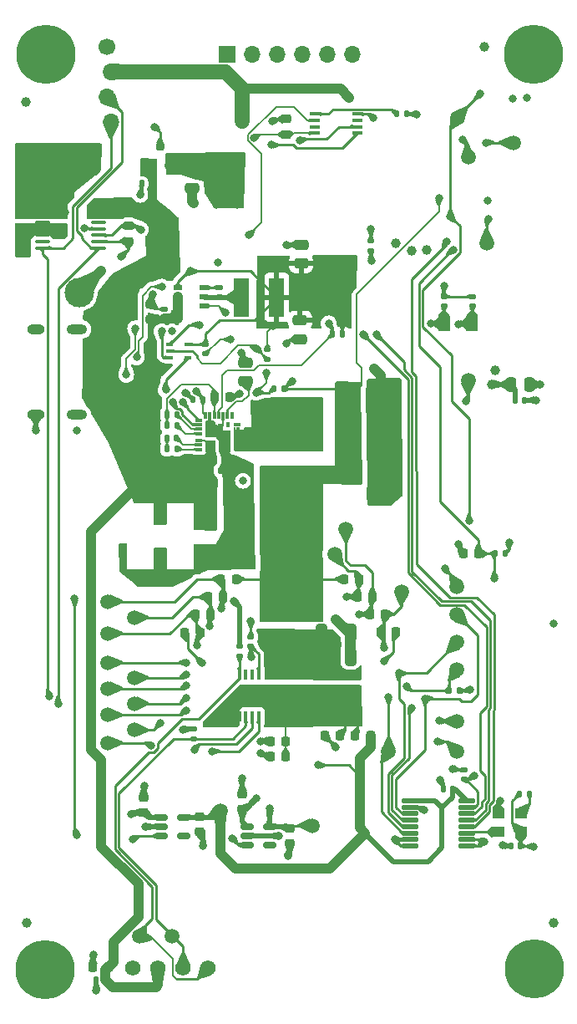
<source format=gbr>
%TF.GenerationSoftware,KiCad,Pcbnew,7.0.10*%
%TF.CreationDate,2024-03-11T15:02:14-04:00*%
%TF.ProjectId,bitaxeUltra,62697461-7865-4556-9c74-72612e6b6963,rev?*%
%TF.SameCoordinates,Original*%
%TF.FileFunction,Copper,L1,Top*%
%TF.FilePolarity,Positive*%
%FSLAX46Y46*%
G04 Gerber Fmt 4.6, Leading zero omitted, Abs format (unit mm)*
G04 Created by KiCad (PCBNEW 7.0.10) date 2024-03-11 15:02:14*
%MOMM*%
%LPD*%
G01*
G04 APERTURE LIST*
G04 Aperture macros list*
%AMRoundRect*
0 Rectangle with rounded corners*
0 $1 Rounding radius*
0 $2 $3 $4 $5 $6 $7 $8 $9 X,Y pos of 4 corners*
0 Add a 4 corners polygon primitive as box body*
4,1,4,$2,$3,$4,$5,$6,$7,$8,$9,$2,$3,0*
0 Add four circle primitives for the rounded corners*
1,1,$1+$1,$2,$3*
1,1,$1+$1,$4,$5*
1,1,$1+$1,$6,$7*
1,1,$1+$1,$8,$9*
0 Add four rect primitives between the rounded corners*
20,1,$1+$1,$2,$3,$4,$5,0*
20,1,$1+$1,$4,$5,$6,$7,0*
20,1,$1+$1,$6,$7,$8,$9,0*
20,1,$1+$1,$8,$9,$2,$3,0*%
G04 Aperture macros list end*
%TA.AperFunction,SMDPad,CuDef*%
%ADD10RoundRect,0.225000X-0.225000X-0.250000X0.225000X-0.250000X0.225000X0.250000X-0.225000X0.250000X0*%
%TD*%
%TA.AperFunction,SMDPad,CuDef*%
%ADD11RoundRect,0.140000X0.140000X0.170000X-0.140000X0.170000X-0.140000X-0.170000X0.140000X-0.170000X0*%
%TD*%
%TA.AperFunction,SMDPad,CuDef*%
%ADD12RoundRect,0.250000X-0.475000X0.250000X-0.475000X-0.250000X0.475000X-0.250000X0.475000X0.250000X0*%
%TD*%
%TA.AperFunction,SMDPad,CuDef*%
%ADD13RoundRect,0.100000X-0.637500X-0.100000X0.637500X-0.100000X0.637500X0.100000X-0.637500X0.100000X0*%
%TD*%
%TA.AperFunction,SMDPad,CuDef*%
%ADD14RoundRect,0.140000X-0.170000X0.140000X-0.170000X-0.140000X0.170000X-0.140000X0.170000X0.140000X0*%
%TD*%
%TA.AperFunction,SMDPad,CuDef*%
%ADD15C,1.000000*%
%TD*%
%TA.AperFunction,SMDPad,CuDef*%
%ADD16RoundRect,0.135000X0.135000X0.185000X-0.135000X0.185000X-0.135000X-0.185000X0.135000X-0.185000X0*%
%TD*%
%TA.AperFunction,SMDPad,CuDef*%
%ADD17RoundRect,0.140000X-0.140000X-0.170000X0.140000X-0.170000X0.140000X0.170000X-0.140000X0.170000X0*%
%TD*%
%TA.AperFunction,SMDPad,CuDef*%
%ADD18C,1.500000*%
%TD*%
%TA.AperFunction,SMDPad,CuDef*%
%ADD19RoundRect,0.250000X-0.325000X-0.650000X0.325000X-0.650000X0.325000X0.650000X-0.325000X0.650000X0*%
%TD*%
%TA.AperFunction,SMDPad,CuDef*%
%ADD20RoundRect,0.135000X-0.185000X0.135000X-0.185000X-0.135000X0.185000X-0.135000X0.185000X0.135000X0*%
%TD*%
%TA.AperFunction,SMDPad,CuDef*%
%ADD21RoundRect,0.225000X0.225000X0.250000X-0.225000X0.250000X-0.225000X-0.250000X0.225000X-0.250000X0*%
%TD*%
%TA.AperFunction,SMDPad,CuDef*%
%ADD22RoundRect,0.225000X-0.250000X0.225000X-0.250000X-0.225000X0.250000X-0.225000X0.250000X0.225000X0*%
%TD*%
%TA.AperFunction,SMDPad,CuDef*%
%ADD23R,1.168400X1.600200*%
%TD*%
%TA.AperFunction,SMDPad,CuDef*%
%ADD24RoundRect,0.150000X-0.512500X-0.150000X0.512500X-0.150000X0.512500X0.150000X-0.512500X0.150000X0*%
%TD*%
%TA.AperFunction,SMDPad,CuDef*%
%ADD25RoundRect,0.250000X-0.250000X-0.475000X0.250000X-0.475000X0.250000X0.475000X-0.250000X0.475000X0*%
%TD*%
%TA.AperFunction,SMDPad,CuDef*%
%ADD26R,0.400000X1.100000*%
%TD*%
%TA.AperFunction,ComponentPad*%
%ADD27C,0.800000*%
%TD*%
%TA.AperFunction,ComponentPad*%
%ADD28C,6.000000*%
%TD*%
%TA.AperFunction,SMDPad,CuDef*%
%ADD29RoundRect,0.140000X0.170000X-0.140000X0.170000X0.140000X-0.170000X0.140000X-0.170000X-0.140000X0*%
%TD*%
%TA.AperFunction,SMDPad,CuDef*%
%ADD30RoundRect,0.020500X-0.764500X-0.184500X0.764500X-0.184500X0.764500X0.184500X-0.764500X0.184500X0*%
%TD*%
%TA.AperFunction,SMDPad,CuDef*%
%ADD31R,2.400000X3.000000*%
%TD*%
%TA.AperFunction,SMDPad,CuDef*%
%ADD32R,1.500000X4.000000*%
%TD*%
%TA.AperFunction,SMDPad,CuDef*%
%ADD33RoundRect,0.135000X-0.135000X-0.185000X0.135000X-0.185000X0.135000X0.185000X-0.135000X0.185000X0*%
%TD*%
%TA.AperFunction,SMDPad,CuDef*%
%ADD34C,3.000000*%
%TD*%
%TA.AperFunction,SMDPad,CuDef*%
%ADD35R,1.100000X0.400000*%
%TD*%
%TA.AperFunction,ComponentPad*%
%ADD36R,1.700000X1.700000*%
%TD*%
%TA.AperFunction,ComponentPad*%
%ADD37O,1.700000X1.700000*%
%TD*%
%TA.AperFunction,SMDPad,CuDef*%
%ADD38R,1.219200X3.048000*%
%TD*%
%TA.AperFunction,SMDPad,CuDef*%
%ADD39RoundRect,0.200000X0.200000X-0.250000X0.200000X0.250000X-0.200000X0.250000X-0.200000X-0.250000X0*%
%TD*%
%TA.AperFunction,SMDPad,CuDef*%
%ADD40RoundRect,0.250000X0.475000X-0.250000X0.475000X0.250000X-0.475000X0.250000X-0.475000X-0.250000X0*%
%TD*%
%TA.AperFunction,SMDPad,CuDef*%
%ADD41RoundRect,0.135000X0.185000X-0.135000X0.185000X0.135000X-0.185000X0.135000X-0.185000X-0.135000X0*%
%TD*%
%TA.AperFunction,SMDPad,CuDef*%
%ADD42R,0.650000X0.400000*%
%TD*%
%TA.AperFunction,SMDPad,CuDef*%
%ADD43RoundRect,0.225000X0.250000X-0.225000X0.250000X0.225000X-0.250000X0.225000X-0.250000X-0.225000X0*%
%TD*%
%TA.AperFunction,SMDPad,CuDef*%
%ADD44R,0.300000X0.550000*%
%TD*%
%TA.AperFunction,SMDPad,CuDef*%
%ADD45R,0.450000X0.300000*%
%TD*%
%TA.AperFunction,SMDPad,CuDef*%
%ADD46R,0.280000X2.350000*%
%TD*%
%TA.AperFunction,SMDPad,CuDef*%
%ADD47R,0.730000X0.300000*%
%TD*%
%TA.AperFunction,SMDPad,CuDef*%
%ADD48R,0.300000X0.725000*%
%TD*%
%TA.AperFunction,SMDPad,CuDef*%
%ADD49R,0.725000X0.300000*%
%TD*%
%TA.AperFunction,SMDPad,CuDef*%
%ADD50R,1.050000X1.575000*%
%TD*%
%TA.AperFunction,SMDPad,CuDef*%
%ADD51R,1.050000X1.150000*%
%TD*%
%TA.AperFunction,SMDPad,CuDef*%
%ADD52R,1.200000X2.175000*%
%TD*%
%TA.AperFunction,SMDPad,CuDef*%
%ADD53R,0.455000X0.650000*%
%TD*%
%TA.AperFunction,SMDPad,CuDef*%
%ADD54R,0.380000X0.580000*%
%TD*%
%TA.AperFunction,SMDPad,CuDef*%
%ADD55R,1.300000X1.100000*%
%TD*%
%TA.AperFunction,SMDPad,CuDef*%
%ADD56R,0.901700X0.508000*%
%TD*%
%TA.AperFunction,ComponentPad*%
%ADD57C,1.574800*%
%TD*%
%TA.AperFunction,ComponentPad*%
%ADD58C,1.700000*%
%TD*%
%TA.AperFunction,ComponentPad*%
%ADD59O,1.800000X1.000000*%
%TD*%
%TA.AperFunction,ComponentPad*%
%ADD60O,2.100000X1.000000*%
%TD*%
%TA.AperFunction,ViaPad*%
%ADD61C,0.800000*%
%TD*%
%TA.AperFunction,ViaPad*%
%ADD62C,1.000000*%
%TD*%
%TA.AperFunction,ViaPad*%
%ADD63C,1.200000*%
%TD*%
%TA.AperFunction,Conductor*%
%ADD64C,0.254000*%
%TD*%
%TA.AperFunction,Conductor*%
%ADD65C,1.000000*%
%TD*%
%TA.AperFunction,Conductor*%
%ADD66C,0.508000*%
%TD*%
%TA.AperFunction,Conductor*%
%ADD67C,0.203000*%
%TD*%
%TA.AperFunction,Conductor*%
%ADD68C,1.500000*%
%TD*%
G04 APERTURE END LIST*
D10*
%TO.P,C43,1*%
%TO.N,/Power/VOUT_INTERNAL*%
X97878600Y-85801200D03*
%TO.P,C43,2*%
%TO.N,GND*%
X99428600Y-85801200D03*
%TD*%
D11*
%TO.P,C19,1*%
%TO.N,+1V2*%
X122044400Y-125526800D03*
%TO.P,C19,2*%
%TO.N,GND*%
X121084400Y-125526800D03*
%TD*%
D12*
%TO.P,C50,1*%
%TO.N,+5V*%
X95605600Y-62753200D03*
%TO.P,C50,2*%
%TO.N,GND*%
X95605600Y-64653200D03*
%TD*%
D13*
%TO.P,U8,1,IN+*%
%TO.N,IN+*%
X80433300Y-66152600D03*
%TO.P,U8,2,IN+*%
X80433300Y-66802600D03*
%TO.P,U8,3,IN+*%
X80433300Y-67452600D03*
%TO.P,U8,4,A1*%
%TO.N,GND*%
X80433300Y-68102600D03*
%TO.P,U8,5,A0*%
X80433300Y-68752600D03*
%TO.P,U8,6,GND*%
X80433300Y-69402600D03*
%TO.P,U8,7,ALERT*%
%TO.N,unconnected-(U8-ALERT-Pad7)*%
X80433300Y-70052600D03*
%TO.P,U8,8,SDA*%
%TO.N,/SDA*%
X80433300Y-70702600D03*
%TO.P,U8,9,SCL*%
%TO.N,/SCL*%
X86158300Y-70702600D03*
%TO.P,U8,10,VS*%
%TO.N,+3V3*%
X86158300Y-70052600D03*
%TO.P,U8,11,GND*%
%TO.N,GND*%
X86158300Y-69402600D03*
%TO.P,U8,12,VBUS*%
%TO.N,IN+*%
X86158300Y-68752600D03*
%TO.P,U8,13,NC*%
%TO.N,unconnected-(U8-NC-Pad13)*%
X86158300Y-68102600D03*
%TO.P,U8,14,IN-*%
%TO.N,+12V*%
X86158300Y-67452600D03*
%TO.P,U8,15,IN-*%
X86158300Y-66802600D03*
%TO.P,U8,16,IN-*%
X86158300Y-66152600D03*
%TD*%
D14*
%TO.P,C7,1*%
%TO.N,/VDD*%
X112471200Y-114277200D03*
%TO.P,C7,2*%
%TO.N,GND*%
X112471200Y-115237200D03*
%TD*%
D15*
%TO.P,FID2,*%
%TO.N,*%
X125270000Y-50310000D03*
%TD*%
%TO.P,FID4,*%
%TO.N,*%
X132260000Y-139060000D03*
%TD*%
D16*
%TO.P,R13,1*%
%TO.N,Net-(U9-MODE2)*%
X94083600Y-87569200D03*
%TO.P,R13,2*%
%TO.N,/Power/VOUT_INTERNAL*%
X93063600Y-87569200D03*
%TD*%
D15*
%TO.P,FID3,*%
%TO.N,*%
X78850000Y-139070000D03*
%TD*%
D16*
%TO.P,R6,1*%
%TO.N,GND*%
X122717000Y-115554000D03*
%TO.P,R6,2*%
%TO.N,/BM1366/BI*%
X121697000Y-115554000D03*
%TD*%
D17*
%TO.P,C1,1*%
%TO.N,GND*%
X127958210Y-131272390D03*
%TO.P,C1,2*%
%TO.N,+3V3*%
X128918210Y-131272390D03*
%TD*%
D18*
%TO.P,TP38,1,1*%
%TO.N,/BM1366/NRSTO*%
X87071200Y-112699800D03*
%TD*%
D19*
%TO.P,C41,1*%
%TO.N,/VDD*%
X111809000Y-92913200D03*
%TO.P,C41,2*%
%TO.N,GND*%
X114759000Y-92913200D03*
%TD*%
D18*
%TO.P,TP19,1,1*%
%TO.N,+3V3*%
X123610000Y-84120000D03*
%TD*%
D20*
%TO.P,R8,1*%
%TO.N,+3V3*%
X113770000Y-69930000D03*
%TO.P,R8,2*%
%TO.N,/ESP32/PLUG_SENSE*%
X113770000Y-70950000D03*
%TD*%
D21*
%TO.P,C3,1*%
%TO.N,/BM1366/VDD3_0*%
X115215000Y-107790000D03*
%TO.P,C3,2*%
%TO.N,/BM1366/VDD2_0*%
X113665000Y-107790000D03*
%TD*%
D19*
%TO.P,C38,1*%
%TO.N,/VDD*%
X111809000Y-88087200D03*
%TO.P,C38,2*%
%TO.N,GND*%
X114759000Y-88087200D03*
%TD*%
D18*
%TO.P,TP35,1,1*%
%TO.N,/BM1366/VDD2_0*%
X111225000Y-99150000D03*
%TD*%
D22*
%TO.P,C25,1*%
%TO.N,+0V8*%
X105540000Y-129465000D03*
%TO.P,C25,2*%
%TO.N,GND*%
X105540000Y-131015000D03*
%TD*%
D11*
%TO.P,C45,1*%
%TO.N,Net-(U9-BOOT)*%
X94053600Y-89969200D03*
%TO.P,C45,2*%
%TO.N,Net-(C45-Pad2)*%
X93093600Y-89969200D03*
%TD*%
D23*
%TO.P,Y1,1,1*%
%TO.N,/ESP32/XIN32*%
X124017400Y-78349000D03*
%TO.P,Y1,2,2*%
%TO.N,/ESP32/XOUT32*%
X121172600Y-78349000D03*
%TD*%
D18*
%TO.P,TP16,1,1*%
%TO.N,/Fan and Screen/FAN_TACH*%
X93610000Y-140380000D03*
%TD*%
%TO.P,TP15,1,1*%
%TO.N,/Fan and Screen/FAN_PWM*%
X90300000Y-140410000D03*
%TD*%
D24*
%TO.P,U5,1,VIN*%
%TO.N,+3V3*%
X92486900Y-128358000D03*
%TO.P,U5,2,GND*%
%TO.N,GND*%
X92486900Y-129308000D03*
%TO.P,U5,3,EN*%
%TO.N,/Power/ASIC_EN*%
X92486900Y-130258000D03*
%TO.P,U5,4,PG*%
%TO.N,unconnected-(U5-PG-Pad4)*%
X94761900Y-130258000D03*
%TO.P,U5,5,VOUT*%
%TO.N,+1V2*%
X94761900Y-128358000D03*
%TD*%
D25*
%TO.P,C51,1*%
%TO.N,+3V3*%
X127929600Y-84531200D03*
%TO.P,C51,2*%
%TO.N,GND*%
X129829600Y-84531200D03*
%TD*%
D18*
%TO.P,TP8,1,1*%
%TO.N,/BM1366/ADDR0*%
X122470000Y-118660000D03*
%TD*%
%TO.P,TP23,1,1*%
%TO.N,/ESP32/IO0*%
X122556000Y-57528000D03*
%TD*%
D24*
%TO.P,U6,1,VIN*%
%TO.N,+3V3*%
X101182500Y-129290000D03*
%TO.P,U6,2,GND*%
%TO.N,GND*%
X101182500Y-130240000D03*
%TO.P,U6,3,EN*%
%TO.N,/Power/ASIC_EN*%
X101182500Y-131190000D03*
%TO.P,U6,4,PG*%
%TO.N,unconnected-(U6-PG-Pad4)*%
X103457500Y-131190000D03*
%TO.P,U6,5,VOUT*%
%TO.N,+0V8*%
X103457500Y-129290000D03*
%TD*%
D18*
%TO.P,TP1,1,1*%
%TO.N,/BM1366/BO*%
X89763600Y-114223800D03*
%TD*%
D10*
%TO.P,C4,1*%
%TO.N,+0V8*%
X109054600Y-120091200D03*
%TO.P,C4,2*%
%TO.N,GND*%
X110604600Y-120091200D03*
%TD*%
D18*
%TO.P,TP43,1,1*%
%TO.N,/BM1366/RI*%
X87071200Y-115316000D03*
%TD*%
D26*
%TO.P,U7,1,VDD*%
%TO.N,+3V3*%
X102371800Y-113877200D03*
%TO.P,U7,2,DP*%
%TO.N,unconnected-(U7-DP-Pad2)*%
X101721800Y-113877200D03*
%TO.P,U7,3,DN*%
%TO.N,unconnected-(U7-DN-Pad3)*%
X101071800Y-113877200D03*
%TO.P,U7,4,FAN*%
%TO.N,/Fan and Screen/FAN_PWM*%
X100421800Y-113877200D03*
%TO.P,U7,5,GND*%
%TO.N,GND*%
X100421800Y-118177200D03*
%TO.P,U7,6,ALERT/TACH*%
%TO.N,/Fan and Screen/FAN_TACH*%
X101071800Y-118177200D03*
%TO.P,U7,7,SMDATA*%
%TO.N,/SDA*%
X101721800Y-118177200D03*
%TO.P,U7,8,SMCLK*%
%TO.N,/SCL*%
X102371800Y-118177200D03*
%TD*%
D21*
%TO.P,C12,1*%
%TO.N,/VDD*%
X100075000Y-104240000D03*
%TO.P,C12,2*%
%TO.N,/BM1366/VDD1_1*%
X98525000Y-104240000D03*
%TD*%
D18*
%TO.P,TP3,1,1*%
%TO.N,/BM1366/RO*%
X122500000Y-107850000D03*
%TD*%
D17*
%TO.P,C52,1*%
%TO.N,+3V3*%
X128399600Y-86141200D03*
%TO.P,C52,2*%
%TO.N,GND*%
X129359600Y-86141200D03*
%TD*%
D16*
%TO.P,R1,1*%
%TO.N,+3V3*%
X127347000Y-101658000D03*
%TO.P,R1,2*%
%TO.N,/ESP32/EN*%
X126327000Y-101658000D03*
%TD*%
D27*
%TO.P,H7,1,1*%
%TO.N,GND*%
X127985010Y-51120990D03*
X128644020Y-49530000D03*
X128644020Y-52711980D03*
X130235010Y-48870990D03*
D28*
X130235010Y-51120990D03*
D27*
X130235010Y-53370990D03*
X131826000Y-49530000D03*
X131826000Y-52711980D03*
X132485010Y-51120990D03*
%TD*%
D29*
%TO.P,C30,1*%
%TO.N,/ESP32/XIN32*%
X124043000Y-76576000D03*
%TO.P,C30,2*%
%TO.N,GND*%
X124043000Y-75616000D03*
%TD*%
D15*
%TO.P,FID1,*%
%TO.N,*%
X78750000Y-55900000D03*
%TD*%
D30*
%TO.P,U2,1,DIR1*%
%TO.N,+1V2*%
X117729200Y-126706200D03*
%TO.P,U2,2,DIR2*%
%TO.N,GND*%
X117729200Y-127356200D03*
%TO.P,U2,3,A1*%
%TO.N,/BM1366/RO*%
X117729200Y-128006200D03*
%TO.P,U2,4,A2*%
%TO.N,/BM1366/CI*%
X117729200Y-128656200D03*
%TO.P,U2,5,A3*%
%TO.N,/BM1366/RST_N*%
X117729200Y-129306200D03*
%TO.P,U2,6,A4*%
%TO.N,/BM1366/CLKI*%
X117729200Y-129956200D03*
%TO.P,U2,7,DIR3*%
%TO.N,GND*%
X117729200Y-130606200D03*
%TO.P,U2,8,DIR4*%
X117729200Y-131256200D03*
%TO.P,U2,9,~{OE}*%
X123469200Y-131256200D03*
%TO.P,U2,10,GND*%
X123469200Y-130606200D03*
%TO.P,U2,11,B4*%
%TO.N,/BM1366/CLKI_HI*%
X123469200Y-129956200D03*
%TO.P,U2,12,B3*%
%TO.N,/RST*%
X123469200Y-129306200D03*
%TO.P,U2,13,B2*%
%TO.N,/TX*%
X123469200Y-128656200D03*
%TO.P,U2,14,B1*%
%TO.N,/RX*%
X123469200Y-128006200D03*
%TO.P,U2,15,VCCB*%
%TO.N,+3V3*%
X123469200Y-127356200D03*
%TO.P,U2,16,VCCA*%
%TO.N,+1V2*%
X123469200Y-126706200D03*
%TD*%
D16*
%TO.P,R10,1*%
%TO.N,/Power/VDD_FB*%
X96725200Y-86055200D03*
%TO.P,R10,2*%
%TO.N,GND*%
X95705200Y-86055200D03*
%TD*%
D18*
%TO.P,TP42,1,1*%
%TO.N,/BM1366/VDD1_1*%
X87071200Y-106510000D03*
%TD*%
%TO.P,TP17,1,1*%
%TO.N,/ESP32/EN*%
X125500000Y-70190000D03*
%TD*%
D31*
%TO.P,L1,1,1*%
%TO.N,Net-(L1-Pad1)*%
X105613200Y-87795600D03*
%TO.P,L1,2,2*%
%TO.N,/VDD*%
X105613200Y-95795600D03*
%TD*%
D14*
%TO.P,C53,1*%
%TO.N,+3V3*%
X97006800Y-80456803D03*
%TO.P,C53,2*%
%TO.N,GND*%
X97006800Y-81416803D03*
%TD*%
D16*
%TO.P,R15,1*%
%TO.N,Net-(U9-PHASE)*%
X94083600Y-91069200D03*
%TO.P,R15,2*%
%TO.N,Net-(C45-Pad2)*%
X93063600Y-91069200D03*
%TD*%
D32*
%TO.P,L2,1,1*%
%TO.N,Net-(U11-SW)*%
X100612800Y-75692000D03*
%TO.P,L2,2,2*%
%TO.N,+3V3*%
X104212800Y-75692000D03*
%TD*%
D21*
%TO.P,C15,1*%
%TO.N,/BM1366/VDD1_1*%
X98785000Y-106040000D03*
%TO.P,C15,2*%
%TO.N,/BM1366/VDD2_1*%
X97235000Y-106040000D03*
%TD*%
D33*
%TO.P,R16,1*%
%TO.N,Net-(U10-FS0)*%
X116330000Y-57110000D03*
%TO.P,R16,2*%
%TO.N,GND*%
X117350000Y-57110000D03*
%TD*%
D27*
%TO.P,H9,1,1*%
%TO.N,GND*%
X128052000Y-143728000D03*
X128711010Y-142137010D03*
X128711010Y-145318990D03*
X130302000Y-141478000D03*
D28*
X130302000Y-143728000D03*
D27*
X130302000Y-145978000D03*
X131892990Y-142137010D03*
X131892990Y-145318990D03*
X132552000Y-143728000D03*
%TD*%
D34*
%TO.P,TP12,1,1*%
%TO.N,GND*%
X84180000Y-75200000D03*
%TD*%
D10*
%TO.P,C16,1*%
%TO.N,Net-(U14-VDDIO_08_1)*%
X103568200Y-122174000D03*
%TO.P,C16,2*%
%TO.N,GND*%
X105118200Y-122174000D03*
%TD*%
D11*
%TO.P,C49,1*%
%TO.N,+12V*%
X91462800Y-64160400D03*
%TO.P,C49,2*%
%TO.N,GND*%
X90502800Y-64160400D03*
%TD*%
D21*
%TO.P,C18,1*%
%TO.N,/BM1366/VDD3_1*%
X96434000Y-109681000D03*
%TO.P,C18,2*%
%TO.N,GND*%
X94884000Y-109681000D03*
%TD*%
D18*
%TO.P,TP18,1,1*%
%TO.N,/ESP32/P_TX*%
X128200000Y-60060000D03*
%TD*%
D19*
%TO.P,C40,1*%
%TO.N,/VDD*%
X111809000Y-90525600D03*
%TO.P,C40,2*%
%TO.N,GND*%
X114759000Y-90525600D03*
%TD*%
D35*
%TO.P,U10,1,SDA*%
%TO.N,/SDA*%
X112380000Y-59065000D03*
%TO.P,U10,2,SCL*%
%TO.N,/SCL*%
X112380000Y-58415000D03*
%TO.P,U10,3,FS1*%
%TO.N,unconnected-(U10-FS1-Pad3)*%
X112380000Y-57765000D03*
%TO.P,U10,4,GND*%
%TO.N,GND*%
X112380000Y-57115000D03*
%TO.P,U10,5,FS0*%
%TO.N,Net-(U10-FS0)*%
X108080000Y-57115000D03*
%TO.P,U10,6,OUT0*%
%TO.N,/Power/VDD_FB*%
X108080000Y-57765000D03*
%TO.P,U10,7,OUT1*%
%TO.N,unconnected-(U10-OUT1-Pad7)*%
X108080000Y-58415000D03*
%TO.P,U10,8,VCC*%
%TO.N,+3V3*%
X108080000Y-59065000D03*
%TD*%
D18*
%TO.P,TP36,1,1*%
%TO.N,/BM1366/VDD3_0*%
X116870000Y-105550000D03*
%TD*%
D19*
%TO.P,C39,1*%
%TO.N,/VDD*%
X111825000Y-85600000D03*
%TO.P,C39,2*%
%TO.N,GND*%
X114775000Y-85600000D03*
%TD*%
D36*
%TO.P,J6,1,Pin_1*%
%TO.N,+5V*%
X99171505Y-51054000D03*
D37*
%TO.P,J6,2,Pin_2*%
%TO.N,GND*%
X101711505Y-51054000D03*
%TO.P,J6,3,Pin_3*%
%TO.N,Net-(J6-Pin_3)*%
X104251505Y-51054000D03*
%TO.P,J6,4,Pin_4*%
%TO.N,Net-(J6-Pin_4)*%
X106791505Y-51054000D03*
%TO.P,J6,5,Pin_5*%
%TO.N,Net-(J6-Pin_5)*%
X109331505Y-51054000D03*
%TO.P,J6,6,Pin_6*%
%TO.N,Net-(J6-Pin_6)*%
X111871505Y-51054000D03*
%TD*%
D18*
%TO.P,TP44,1,1*%
%TO.N,/BM1366/CLKO*%
X89763600Y-116840000D03*
%TD*%
D27*
%TO.P,H10,1,1*%
%TO.N,GND*%
X78455010Y-143830990D03*
X79114020Y-142240000D03*
X79114020Y-145421980D03*
X80705010Y-141580990D03*
D28*
X80705010Y-143830990D03*
D27*
X80705010Y-146080990D03*
X82296000Y-142240000D03*
X82296000Y-145421980D03*
X82955010Y-143830990D03*
%TD*%
D29*
%TO.P,C31,1*%
%TO.N,/ESP32/XOUT32*%
X121159000Y-76585000D03*
%TO.P,C31,2*%
%TO.N,GND*%
X121159000Y-75625000D03*
%TD*%
D34*
%TO.P,TP5,1,1*%
%TO.N,IN+*%
X84150000Y-62350000D03*
%TD*%
D16*
%TO.P,R19,1*%
%TO.N,Net-(U1-EN)*%
X129846800Y-125984000D03*
%TO.P,R19,2*%
%TO.N,+3V3*%
X128826800Y-125984000D03*
%TD*%
D38*
%TO.P,C54,1*%
%TO.N,+12V*%
X92400000Y-97164650D03*
%TO.P,C54,2*%
%TO.N,GND*%
X92400000Y-102625650D03*
%TD*%
D22*
%TO.P,C35,1*%
%TO.N,GND*%
X89204800Y-68465400D03*
%TO.P,C35,2*%
%TO.N,+3V3*%
X89204800Y-70015400D03*
%TD*%
%TO.P,C10,1*%
%TO.N,/VDD*%
X108610400Y-114033000D03*
%TO.P,C10,2*%
%TO.N,GND*%
X108610400Y-115583000D03*
%TD*%
D39*
%TO.P,U13,1,VIN*%
%TO.N,+12V*%
X91455200Y-62366400D03*
%TO.P,U13,2,VOUT*%
%TO.N,+5V*%
X93355200Y-62366400D03*
%TO.P,U13,3,GND*%
%TO.N,GND*%
X92405200Y-60366400D03*
%TD*%
D22*
%TO.P,C11,1*%
%TO.N,/VDD*%
X111252000Y-113982200D03*
%TO.P,C11,2*%
%TO.N,GND*%
X111252000Y-115532200D03*
%TD*%
D16*
%TO.P,R14,1*%
%TO.N,+3V3*%
X110847600Y-79451200D03*
%TO.P,R14,2*%
%TO.N,/ESP32/PGOOD*%
X109827600Y-79451200D03*
%TD*%
D10*
%TO.P,C14,1*%
%TO.N,Net-(U14-VDDIO_18_1)*%
X103568200Y-120650000D03*
%TO.P,C14,2*%
%TO.N,GND*%
X105118200Y-120650000D03*
%TD*%
D19*
%TO.P,C13,1*%
%TO.N,/VDD*%
X108725000Y-112100000D03*
%TO.P,C13,2*%
%TO.N,GND*%
X111675000Y-112100000D03*
%TD*%
D40*
%TO.P,C48,1*%
%TO.N,+3V3*%
X106680000Y-72273200D03*
%TO.P,C48,2*%
%TO.N,GND*%
X106680000Y-70373200D03*
%TD*%
D29*
%TO.P,C33,1*%
%TO.N,+3V3*%
X101590000Y-111050000D03*
%TO.P,C33,2*%
%TO.N,GND*%
X101590000Y-110090000D03*
%TD*%
D41*
%TO.P,R2,1*%
%TO.N,/Fan and Screen/FAN_TACH*%
X95808800Y-120448800D03*
%TO.P,R2,2*%
%TO.N,+5V*%
X95808800Y-119428800D03*
%TD*%
D42*
%TO.P,U15,1*%
%TO.N,Net-(Q1-D)*%
X93306800Y-80485600D03*
%TO.P,U15,2*%
%TO.N,/ESP32/PWR_EN*%
X93306800Y-81135600D03*
%TO.P,U15,3,GND*%
%TO.N,GND*%
X93306800Y-81785600D03*
%TO.P,U15,4*%
%TO.N,/Power/ASIC_EN*%
X95206800Y-81785600D03*
%TO.P,U15,5,VCC*%
%TO.N,+3V3*%
X95206800Y-80485600D03*
%TD*%
D21*
%TO.P,C28,1*%
%TO.N,+12V*%
X87135000Y-143510000D03*
%TO.P,C28,2*%
%TO.N,GND*%
X85585000Y-143510000D03*
%TD*%
D18*
%TO.P,TP41,1,1*%
%TO.N,/BM1366/VDD2_1*%
X89763600Y-108130000D03*
%TD*%
%TO.P,TP2,1,1*%
%TO.N,/BM1366/CI*%
X122500000Y-105000000D03*
%TD*%
D43*
%TO.P,C44,1*%
%TO.N,+3V3*%
X105156000Y-59195000D03*
%TO.P,C44,2*%
%TO.N,GND*%
X105156000Y-57645000D03*
%TD*%
D44*
%TO.P,U9,1,VIN*%
%TO.N,+12V*%
X97422200Y-91644200D03*
%TO.P,U9,2,VIN*%
X97872200Y-91644200D03*
%TO.P,U9,3,PGND*%
%TO.N,GND*%
X98772200Y-91644200D03*
%TO.P,U9,4,PGND*%
X99222200Y-91644200D03*
D45*
%TO.P,U9,5,SW*%
%TO.N,Net-(L1-Pad1)*%
X100322200Y-91094200D03*
%TO.P,U9,6,SW*%
X100322200Y-90644200D03*
%TO.P,U9,7,SW*%
X100322200Y-90194200D03*
%TO.P,U9,8,SW*%
X100322200Y-89494200D03*
%TO.P,U9,9,SW*%
X100322200Y-89044200D03*
D46*
%TO.P,U9,9.1,SW*%
X99957200Y-90069200D03*
D47*
%TO.P,U9,10,GL*%
%TO.N,unconnected-(U9-GL-Pad10)*%
X100182200Y-88594200D03*
D48*
%TO.P,U9,11,GL*%
%TO.N,unconnected-(U9-GL-Pad11)*%
X99672200Y-87681700D03*
%TO.P,U9,12,VDRV*%
%TO.N,Net-(U9-VDRV)*%
X99222200Y-87681700D03*
%TO.P,U9,13,PGND*%
%TO.N,GND*%
X98772200Y-87681700D03*
%TO.P,U9,14,PGOOD*%
%TO.N,/ESP32/PGOOD*%
X98322200Y-87681700D03*
%TO.P,U9,15,VDD*%
%TO.N,/Power/VOUT_INTERNAL*%
X97872200Y-87681700D03*
%TO.P,U9,16,AGND*%
%TO.N,GND*%
X97422200Y-87681700D03*
%TO.P,U9,17,FB*%
%TO.N,/Power/VDD_FB*%
X96972200Y-87681700D03*
D49*
%TO.P,U9,18,VOUT*%
%TO.N,/VDD*%
X96309700Y-88144200D03*
%TO.P,U9,19,EN*%
%TO.N,/Power/ASIC_EN*%
X96309700Y-88594200D03*
%TO.P,U9,20,MODE2*%
%TO.N,Net-(U9-MODE2)*%
X96309700Y-89044200D03*
%TO.P,U9,21,MODE1*%
%TO.N,Net-(U9-MODE1)*%
X96309700Y-89494200D03*
%TO.P,U9,22,VIN*%
%TO.N,+12V*%
X96309700Y-90194200D03*
%TO.P,U9,23,BOOT*%
%TO.N,Net-(U9-BOOT)*%
X96309700Y-90644200D03*
%TO.P,U9,24,PHASE*%
%TO.N,Net-(U9-PHASE)*%
X96309700Y-91094200D03*
D50*
%TO.P,U9,25,AGND*%
%TO.N,GND*%
X97497200Y-89131700D03*
D51*
%TO.P,U9,26,VIN*%
%TO.N,+12V*%
X97497200Y-90794200D03*
D52*
%TO.P,U9,27_1,PGND*%
%TO.N,GND*%
X98922200Y-90281700D03*
D53*
%TO.P,U9,27_2,PGND*%
X98549700Y-88869200D03*
D54*
%TO.P,U9,28,GL*%
%TO.N,unconnected-(U9-GL-Pad28)*%
X99237200Y-88634200D03*
%TD*%
D18*
%TO.P,TP34,1,1*%
%TO.N,/BM1366/VDD1_0*%
X110075000Y-101700000D03*
%TD*%
%TO.P,TP46,1,1*%
%TO.N,/BM1366/PIN_MODE*%
X87071200Y-120827800D03*
%TD*%
D27*
%TO.P,H8,1,1*%
%TO.N,GND*%
X78558000Y-51054000D03*
X79217010Y-49463010D03*
X79217010Y-52644990D03*
X80808000Y-48804000D03*
D28*
X80808000Y-51054000D03*
D27*
X80808000Y-53304000D03*
X82398990Y-49463010D03*
X82398990Y-52644990D03*
X83058000Y-51054000D03*
%TD*%
D43*
%TO.P,C22,1*%
%TO.N,+3V3*%
X90728800Y-127876600D03*
%TO.P,C22,2*%
%TO.N,GND*%
X90728800Y-126326600D03*
%TD*%
D21*
%TO.P,C32,1*%
%TO.N,GND*%
X99397200Y-94526003D03*
%TO.P,C32,2*%
%TO.N,+12V*%
X97847200Y-94526003D03*
%TD*%
D18*
%TO.P,TP10,1,1*%
%TO.N,/BM1366/ADDR1*%
X122500000Y-121680000D03*
%TD*%
D21*
%TO.P,C21,1*%
%TO.N,/ESP32/EN*%
X124665000Y-101660000D03*
%TO.P,C21,2*%
%TO.N,GND*%
X123115000Y-101660000D03*
%TD*%
%TO.P,C6,1*%
%TO.N,/BM1366/VDD2_0*%
X113915000Y-106030000D03*
%TO.P,C6,2*%
%TO.N,/BM1366/VDD1_0*%
X112365000Y-106030000D03*
%TD*%
D14*
%TO.P,C46,1*%
%TO.N,Net-(U11-BST)*%
X98412800Y-74712000D03*
%TO.P,C46,2*%
%TO.N,Net-(U11-SW)*%
X98412800Y-75672000D03*
%TD*%
D40*
%TO.P,C42,1*%
%TO.N,Net-(U9-VDRV)*%
X101041200Y-84211200D03*
%TO.P,C42,2*%
%TO.N,GND*%
X101041200Y-82311200D03*
%TD*%
D18*
%TO.P,TP7,1,1*%
%TO.N,/BM1366/CLKI*%
X115560000Y-121710000D03*
%TD*%
D22*
%TO.P,C34,1*%
%TO.N,GND*%
X91412800Y-76417000D03*
%TO.P,C34,2*%
%TO.N,+12V*%
X91412800Y-77967000D03*
%TD*%
D18*
%TO.P,TP40,1,1*%
%TO.N,/BM1366/VDD3_1*%
X87071200Y-109740000D03*
%TD*%
D55*
%TO.P,U1,1,EN*%
%TO.N,Net-(U1-EN)*%
X128978610Y-127934790D03*
%TO.P,U1,2,GND*%
%TO.N,GND*%
X126678610Y-127934790D03*
%TO.P,U1,3,OUT*%
%TO.N,/BM1366/CLKI_HI*%
X126678610Y-129834790D03*
%TO.P,U1,4,VIN*%
%TO.N,+3V3*%
X128978610Y-129834790D03*
%TD*%
D18*
%TO.P,TP13,1,1*%
%TO.N,+1V2*%
X98473000Y-127736000D03*
%TD*%
D33*
%TO.P,R12,1*%
%TO.N,/Power/VOUT_INTERNAL*%
X93063600Y-88669200D03*
%TO.P,R12,2*%
%TO.N,Net-(U9-MODE1)*%
X94083600Y-88669200D03*
%TD*%
D16*
%TO.P,R4,1*%
%TO.N,/VDD*%
X104904000Y-84988400D03*
%TO.P,R4,2*%
%TO.N,/Power/VDD_FB*%
X103884000Y-84988400D03*
%TD*%
D21*
%TO.P,C2,1*%
%TO.N,GND*%
X116315000Y-109624000D03*
%TO.P,C2,2*%
%TO.N,/BM1366/VDD3_0*%
X114765000Y-109624000D03*
%TD*%
D20*
%TO.P,R7,1*%
%TO.N,+3V3*%
X103276400Y-80973200D03*
%TO.P,R7,2*%
%TO.N,/ESP32/PWR_EN*%
X103276400Y-81993200D03*
%TD*%
D43*
%TO.P,C23,1*%
%TO.N,+3V3*%
X100736400Y-127571800D03*
%TO.P,C23,2*%
%TO.N,GND*%
X100736400Y-126021800D03*
%TD*%
D18*
%TO.P,TP6,1,1*%
%TO.N,/BM1366/INV_CLKO*%
X89763600Y-119507000D03*
%TD*%
D21*
%TO.P,C5,1*%
%TO.N,+1V2*%
X113715000Y-120090000D03*
%TO.P,C5,2*%
%TO.N,GND*%
X112165000Y-120090000D03*
%TD*%
D18*
%TO.P,TP9,1,1*%
%TO.N,/BM1366/BI*%
X122500000Y-113430000D03*
%TD*%
D41*
%TO.P,R9,1*%
%TO.N,/Fan and Screen/FAN_PWM*%
X100460000Y-112090000D03*
%TO.P,R9,2*%
%TO.N,+5V*%
X100460000Y-111070000D03*
%TD*%
D21*
%TO.P,C17,1*%
%TO.N,/BM1366/VDD2_1*%
X97505000Y-107780000D03*
%TO.P,C17,2*%
%TO.N,/BM1366/VDD3_1*%
X95955000Y-107780000D03*
%TD*%
%TO.P,C8,1*%
%TO.N,/BM1366/VDD1_0*%
X112585000Y-104240000D03*
%TO.P,C8,2*%
%TO.N,/VDD*%
X111035000Y-104240000D03*
%TD*%
D11*
%TO.P,C29,1*%
%TO.N,+12V*%
X86840000Y-144780000D03*
%TO.P,C29,2*%
%TO.N,GND*%
X85880000Y-144780000D03*
%TD*%
D18*
%TO.P,TP14,1,1*%
%TO.N,+0V8*%
X107830000Y-129200000D03*
%TD*%
%TO.P,TP45,1,1*%
%TO.N,/BM1366/CO*%
X87071200Y-117983000D03*
%TD*%
D29*
%TO.P,C27,1*%
%TO.N,+12V*%
X92812800Y-77872000D03*
%TO.P,C27,2*%
%TO.N,GND*%
X92812800Y-76912000D03*
%TD*%
D18*
%TO.P,TP22,1,1*%
%TO.N,/ESP32/P_RX*%
X123640000Y-61510000D03*
%TD*%
D29*
%TO.P,C20,1*%
%TO.N,+3V3*%
X123190000Y-124533600D03*
%TO.P,C20,2*%
%TO.N,GND*%
X123190000Y-123573600D03*
%TD*%
D12*
%TO.P,C47,1*%
%TO.N,+3V3*%
X106578400Y-78044000D03*
%TO.P,C47,2*%
%TO.N,GND*%
X106578400Y-79944000D03*
%TD*%
D22*
%TO.P,C24,1*%
%TO.N,+1V2*%
X96418400Y-128307800D03*
%TO.P,C24,2*%
%TO.N,GND*%
X96418400Y-129857800D03*
%TD*%
D19*
%TO.P,C36,1*%
%TO.N,/VDD*%
X108725000Y-109700000D03*
%TO.P,C36,2*%
%TO.N,GND*%
X111675000Y-109700000D03*
%TD*%
D14*
%TO.P,C9,1*%
%TO.N,/VDD*%
X109982000Y-114277200D03*
%TO.P,C9,2*%
%TO.N,GND*%
X109982000Y-115237200D03*
%TD*%
D56*
%TO.P,U11,1,FB*%
%TO.N,+3V3*%
X94209300Y-74691998D03*
%TO.P,U11,2,EN*%
%TO.N,+12V*%
X94209300Y-75641999D03*
%TO.P,U11,3,VIN*%
X94209300Y-76592000D03*
%TO.P,U11,4,GND*%
%TO.N,GND*%
X96812800Y-76592000D03*
%TO.P,U11,5,SW*%
%TO.N,Net-(U11-SW)*%
X96812800Y-75641999D03*
%TO.P,U11,6,BST*%
%TO.N,Net-(U11-BST)*%
X96812800Y-74691998D03*
%TD*%
D18*
%TO.P,TP4,1,1*%
%TO.N,/BM1366/RST_N*%
X122500000Y-110650000D03*
%TD*%
D17*
%TO.P,C37,1*%
%TO.N,+12V*%
X97564000Y-93218000D03*
%TO.P,C37,2*%
%TO.N,GND*%
X98524000Y-93218000D03*
%TD*%
D57*
%TO.P,J4,1,Pin_1*%
%TO.N,GND*%
X89621000Y-143622000D03*
%TO.P,J4,2,Pin_2*%
%TO.N,+12V*%
X92161000Y-143622000D03*
%TO.P,J4,3,Pin_3*%
%TO.N,/Fan and Screen/FAN_TACH*%
X94701000Y-143622000D03*
%TO.P,J4,4,Pin_4*%
%TO.N,/Fan and Screen/FAN_PWM*%
X97241000Y-143622000D03*
%TD*%
D58*
%TO.P,J9,1,Pin_1*%
%TO.N,GND*%
X87005000Y-50292000D03*
D37*
%TO.P,J9,2,Pin_2*%
%TO.N,+3V3*%
X87405000Y-52832000D03*
%TO.P,J9,3,Pin_3*%
%TO.N,/SCL*%
X87005000Y-55372000D03*
%TO.P,J9,4,Pin_4*%
%TO.N,/SDA*%
X87405000Y-57912000D03*
%TD*%
D59*
%TO.P,J8,S1,SHIELD*%
%TO.N,GND*%
X79790000Y-87580000D03*
D60*
X83970000Y-87580000D03*
D59*
X79790000Y-78940000D03*
D60*
X83970000Y-78940000D03*
%TD*%
D61*
%TO.N,GND*%
X101193600Y-102311200D03*
X97078800Y-101955600D03*
X93776800Y-104140000D03*
X90119200Y-104292400D03*
%TO.N,/BM1366/RO*%
X119278400Y-116332000D03*
%TO.N,GND*%
X103784400Y-57861200D03*
X90779600Y-125171200D03*
X119126000Y-127610200D03*
X83972400Y-89154000D03*
X105156000Y-70408800D03*
X100685600Y-124409200D03*
X116179600Y-130606800D03*
X78486000Y-68783200D03*
X115874800Y-95656400D03*
X86360000Y-72948800D03*
D62*
X116261692Y-70202599D03*
D61*
X91846400Y-58420000D03*
X99009200Y-77266800D03*
X92557600Y-79146400D03*
X125600000Y-65940000D03*
X91622978Y-75417778D03*
X96600000Y-112710000D03*
X90373200Y-65328800D03*
X100533200Y-97637600D03*
X126847600Y-126695200D03*
X106396000Y-118533000D03*
X111140000Y-118640000D03*
X118430000Y-57150000D03*
X104082000Y-115436000D03*
X98530000Y-118780000D03*
X99314000Y-97688400D03*
X85598000Y-142240000D03*
X106408000Y-116351000D03*
X128120000Y-55550000D03*
X90424000Y-68834000D03*
X122072400Y-123444000D03*
X100584000Y-81330800D03*
X116382800Y-94488000D03*
X95808800Y-66192400D03*
X105673000Y-117442000D03*
X130505200Y-86106000D03*
X123818122Y-115423758D03*
D62*
X117910000Y-70950000D03*
D61*
X125222000Y-130860800D03*
X100330000Y-95910400D03*
X104855000Y-118563000D03*
X104132000Y-117472000D03*
X121210000Y-74547000D03*
X94972892Y-85342466D03*
X99517200Y-79959200D03*
X79756000Y-89154000D03*
X85902800Y-145948400D03*
X107144000Y-117442000D03*
X78435200Y-70053200D03*
X98247200Y-72186800D03*
X90897000Y-129309000D03*
X105156000Y-80346500D03*
X114140000Y-95310000D03*
X120802400Y-124561600D03*
X114096800Y-82956400D03*
X105623000Y-115406000D03*
X104867000Y-116381000D03*
D62*
X119454234Y-70914234D03*
D61*
X105330000Y-132320000D03*
X104430000Y-130240000D03*
X127101600Y-131216400D03*
X114030000Y-57490000D03*
D62*
X126380000Y-83110000D03*
D61*
X130962400Y-84531200D03*
X122620000Y-100670000D03*
X78435200Y-71170800D03*
X82448400Y-68935600D03*
X101570000Y-108460000D03*
X93573600Y-79146400D03*
X132297000Y-108743000D03*
X99161600Y-95910400D03*
X100431600Y-85445600D03*
X110185200Y-108356400D03*
X96763000Y-131278000D03*
X107094000Y-115406000D03*
X115099642Y-112550642D03*
%TO.N,/BM1366/INV_CLKO*%
X92430600Y-118795800D03*
%TO.N,/VDD*%
X103000000Y-104240000D03*
X105152000Y-113890000D03*
X94734104Y-86309946D03*
D63*
X106685000Y-103175000D03*
X106725000Y-105305000D03*
D61*
X104126000Y-113110000D03*
X108330000Y-104270000D03*
X105765600Y-84226400D03*
X120650000Y-65633600D03*
X107204000Y-113920000D03*
D63*
X106725000Y-107275000D03*
D61*
X106178000Y-113110000D03*
D63*
X104695000Y-103175000D03*
X104695000Y-101135000D03*
X106665000Y-101155000D03*
X104745000Y-107305000D03*
X104715000Y-105285000D03*
D61*
%TO.N,/ESP32/EN*%
X126293000Y-104178000D03*
X125650000Y-67760000D03*
X122101300Y-70905000D03*
%TO.N,/TX*%
X114330000Y-79470000D03*
%TO.N,/RX*%
X113000000Y-79462500D03*
%TO.N,/BM1366/VDD3_0*%
X115070000Y-111160000D03*
%TO.N,/BM1366/VDD2_0*%
X112530000Y-107800000D03*
%TO.N,/RST*%
X121437000Y-70037900D03*
%TO.N,/BM1366/PIN_MODE*%
X91480645Y-121097045D03*
%TO.N,/SCL*%
X82042000Y-116840000D03*
X106516574Y-59789722D03*
X97680000Y-121690000D03*
%TO.N,+0V8*%
X110180000Y-121260000D03*
X103530000Y-127490000D03*
%TO.N,/BM1366/VDD1_0*%
X111250000Y-106010000D03*
%TO.N,/BM1366/VDD1_1*%
X98602800Y-107213400D03*
%TO.N,/BM1366/VDD2_1*%
X97409000Y-108966000D03*
%TO.N,/BM1366/VDD3_1*%
X96130000Y-110920000D03*
%TO.N,/BM1366/CI*%
X117871000Y-117255777D03*
X121259600Y-103174800D03*
%TO.N,/BM1366/RST_N*%
X116605410Y-113775410D03*
%TO.N,/BM1366/RI*%
X95070000Y-114990000D03*
%TO.N,+3V3*%
X101915300Y-59537600D03*
X95453200Y-73050400D03*
X103835200Y-78638400D03*
X110642400Y-74930000D03*
X127766000Y-100521000D03*
X129610000Y-55490000D03*
X102158800Y-126441200D03*
X130251200Y-131318000D03*
D62*
X126000000Y-84500000D03*
D61*
X111658400Y-73914000D03*
X123394000Y-86260000D03*
X110947200Y-77978000D03*
D63*
X100736400Y-57861200D03*
D61*
X111658400Y-74980800D03*
X88442800Y-71577200D03*
X101600000Y-112115600D03*
X124206000Y-124155200D03*
X110591600Y-73964800D03*
X110591600Y-72948800D03*
X89408000Y-128016000D03*
X113750000Y-68810000D03*
X111556800Y-55473600D03*
X111658400Y-72898000D03*
%TO.N,/BM1366/CLKI*%
X115560005Y-116182943D03*
%TO.N,/BM1366/NRSTO*%
X95050000Y-112699800D03*
%TO.N,/BM1366/BO*%
X95030000Y-113880000D03*
%TO.N,/BM1366/CLKO*%
X95030000Y-116240000D03*
%TO.N,/BM1366/CO*%
X94996000Y-117551200D03*
%TO.N,/ESP32/P_TX*%
X125466555Y-60033445D03*
%TO.N,/ESP32/P_RX*%
X123040000Y-59730000D03*
%TO.N,/ESP32/IO0*%
X124830000Y-55100000D03*
X121828800Y-67530000D03*
X123719000Y-98362000D03*
%TO.N,/ESP32/XIN32*%
X122670000Y-78400000D03*
%TO.N,/BM1366/ADDR0*%
X120680000Y-118590000D03*
%TO.N,/ESP32/XOUT32*%
X119801400Y-78360000D03*
%TO.N,/ESP32/PWR_EN*%
X102158800Y-80873600D03*
%TO.N,/SDA*%
X81178400Y-116078000D03*
X95850000Y-121520000D03*
X103670000Y-60270000D03*
%TO.N,/BM1366/BI*%
X117348000Y-115112800D03*
%TO.N,/BM1366/ADDR1*%
X120500000Y-120710000D03*
%TO.N,Net-(U14-VDDIO_18_1)*%
X102550000Y-120650000D03*
%TO.N,Net-(U14-VDDIO_08_1)*%
X102590000Y-121850000D03*
%TO.N,+5V*%
X98044000Y-66294000D03*
X100177600Y-66294000D03*
X100787200Y-94284800D03*
X100279200Y-63347600D03*
X94691200Y-119481600D03*
X98602800Y-64820800D03*
X98602800Y-63195200D03*
X100431600Y-65074800D03*
X99872800Y-106476800D03*
X98247200Y-61772800D03*
X100076000Y-61772800D03*
%TO.N,IN+*%
X82245200Y-65532000D03*
X84683600Y-68681600D03*
X78536800Y-64820800D03*
X82753200Y-67056000D03*
X80670400Y-64719200D03*
X78536800Y-63652400D03*
X81330800Y-63601600D03*
X79908400Y-63601600D03*
%TO.N,Net-(Q1-D)*%
X96367600Y-78486000D03*
%TO.N,/Power/VDD_FB*%
X96012000Y-85185100D03*
X103149714Y-83352300D03*
X101396800Y-69392800D03*
X102143310Y-85338862D03*
%TO.N,/ESP32/PLUG_SENSE*%
X113800000Y-71990000D03*
%TO.N,/ESP32/PGOOD*%
X109474000Y-78333600D03*
%TO.N,/Power/ASIC_EN*%
X99720400Y-130505200D03*
X89611200Y-130556000D03*
X93717500Y-86292326D03*
X83921600Y-130149600D03*
X83718400Y-106222800D03*
X92964000Y-85074780D03*
%TO.N,Net-(J8-CC1)*%
X89851400Y-78841600D03*
X88950800Y-83552400D03*
%TO.N,Net-(J8-CC2)*%
X89997622Y-81770532D03*
X92557600Y-74625200D03*
%TO.N,+1V2*%
X108407200Y-123088400D03*
%TD*%
D64*
%TO.N,/ESP32/EN*%
X120751600Y-96355418D02*
X124665000Y-100268818D01*
X120751600Y-82753200D02*
X120751600Y-96355418D01*
X118618000Y-80619600D02*
X120751600Y-82753200D01*
X118618000Y-74272000D02*
X118618000Y-80619600D01*
X121985000Y-70905000D02*
X118618000Y-74272000D01*
X122101300Y-70905000D02*
X121985000Y-70905000D01*
X124665000Y-100268818D02*
X124665000Y-101660000D01*
%TO.N,/TX*%
X124365383Y-128656200D02*
X123469200Y-128656200D01*
X125393610Y-127627973D02*
X124365383Y-128656200D01*
X125393610Y-126972975D02*
X125393610Y-127627973D01*
X125704600Y-126661986D02*
X125393610Y-126972975D01*
X125704600Y-117455015D02*
X125704600Y-126661986D01*
X125857000Y-117302616D02*
X125704600Y-117455015D01*
X125857000Y-108381800D02*
X125857000Y-117302616D01*
X117932200Y-103454199D02*
X120943000Y-106465000D01*
X120943000Y-106465000D02*
X123940200Y-106465000D01*
X117094000Y-83017684D02*
X117932200Y-83855885D01*
X117094000Y-82234000D02*
X117094000Y-83017684D01*
X117932200Y-83855885D02*
X117932200Y-103454199D01*
X114330000Y-79470000D02*
X117094000Y-82234000D01*
X123940200Y-106465000D02*
X125857000Y-108381800D01*
D65*
%TO.N,+12V*%
X91948000Y-145542000D02*
X87602000Y-145542000D01*
X87602000Y-145542000D02*
X86840000Y-144780000D01*
X92161000Y-145329000D02*
X91948000Y-145542000D01*
X92161000Y-143622000D02*
X92161000Y-145329000D01*
%TO.N,+1V2*%
X112623600Y-122377200D02*
X112623600Y-124206000D01*
X113715000Y-121285800D02*
X112623600Y-122377200D01*
X113715000Y-120090000D02*
X113715000Y-121285800D01*
X112623600Y-129438400D02*
X112623600Y-124206000D01*
X113182400Y-129997200D02*
X112623600Y-129438400D01*
D64*
X111506000Y-123088400D02*
X112623600Y-124206000D01*
X108407200Y-123088400D02*
X111506000Y-123088400D01*
%TO.N,/BM1366/RST_N*%
X116605410Y-116363390D02*
X116605410Y-113775410D01*
X117094000Y-116851980D02*
X116605410Y-116363390D01*
X117094000Y-122377200D02*
X117094000Y-116851980D01*
X115519200Y-127881199D02*
X115519200Y-123952000D01*
X117729200Y-129306200D02*
X116944201Y-129306200D01*
%TO.N,/BM1366/CI*%
X117602000Y-117524777D02*
X117871000Y-117255777D01*
X117602000Y-122408016D02*
X117602000Y-117524777D01*
X115900200Y-124109816D02*
X117602000Y-122408016D01*
X115900200Y-127612199D02*
X115900200Y-124109816D01*
X116944201Y-128656200D02*
X115900200Y-127612199D01*
X117729200Y-128656200D02*
X116944201Y-128656200D01*
%TO.N,/BM1366/RST_N*%
X115519200Y-123952000D02*
X117094000Y-122377200D01*
X116944201Y-129306200D02*
X115519200Y-127881199D01*
%TO.N,/BM1366/CLKI*%
X115560000Y-116182948D02*
X115560005Y-116182943D01*
X115560000Y-121710000D02*
X115560000Y-116182948D01*
%TO.N,/BM1366/RO*%
X122732800Y-116332000D02*
X119278400Y-116332000D01*
X122986800Y-116586000D02*
X122732800Y-116332000D01*
X122986800Y-116586000D02*
X123901200Y-116586000D01*
X119227600Y-116382800D02*
X119278400Y-116332000D01*
X119227600Y-121564400D02*
X119227600Y-116382800D01*
X124561600Y-109911600D02*
X122500000Y-107850000D01*
X124561600Y-115925600D02*
X124561600Y-109911600D01*
X116281200Y-124510800D02*
X119227600Y-121564400D01*
X116281200Y-127343199D02*
X116281200Y-124510800D01*
X116944201Y-128006200D02*
X116281200Y-127343199D01*
X117729200Y-128006200D02*
X116944201Y-128006200D01*
X123901200Y-116586000D02*
X124561600Y-115925600D01*
%TO.N,/RX*%
X124254199Y-128006200D02*
X123469200Y-128006200D01*
X124841000Y-123672600D02*
X125323600Y-124155200D01*
X124841000Y-117779800D02*
X124841000Y-123672600D01*
X125476000Y-109118400D02*
X125476000Y-117144800D01*
X123203600Y-106846000D02*
X125476000Y-109118400D01*
X120785185Y-106846000D02*
X123203600Y-106846000D01*
X117551200Y-103612015D02*
X120785185Y-106846000D01*
X117551200Y-84013700D02*
X117551200Y-103612015D01*
%TO.N,/RST*%
X125774610Y-127785789D02*
X124254199Y-129306200D01*
X125774610Y-127130790D02*
X125774610Y-127785789D01*
X126187199Y-117511232D02*
X126187199Y-126718201D01*
X126237999Y-107848399D02*
X126237999Y-117460433D01*
X124473600Y-106084000D02*
X126237999Y-107848399D01*
X121754001Y-106084000D02*
X124473600Y-106084000D01*
X118435000Y-102765000D02*
X121754001Y-106084000D01*
X118313200Y-93218000D02*
X118435000Y-93339800D01*
X118313200Y-83698070D02*
X118313200Y-93218000D01*
X117856000Y-83240869D02*
X118313200Y-83698070D01*
X117856000Y-73834000D02*
X117856000Y-83240869D01*
X121422400Y-70267600D02*
X117856000Y-73834000D01*
X124254199Y-129306200D02*
X123469200Y-129306200D01*
X121422400Y-70047600D02*
X121422400Y-70267600D01*
X126237999Y-117460433D02*
X126187199Y-117511232D01*
%TO.N,/RX*%
X125012610Y-127247789D02*
X124254199Y-128006200D01*
X125012610Y-126815160D02*
X125012610Y-127247789D01*
X125323600Y-124155200D02*
X125323600Y-126504170D01*
X125476000Y-117144800D02*
X124841000Y-117779800D01*
X113000000Y-79462500D02*
X117551200Y-84013700D01*
%TO.N,/RST*%
X126187199Y-126718201D02*
X125774610Y-127130790D01*
%TO.N,/RX*%
X125323600Y-126504170D02*
X125012610Y-126815160D01*
%TO.N,/RST*%
X118435000Y-93339800D02*
X118435000Y-102765000D01*
%TO.N,GND*%
X122717000Y-115554000D02*
X123687880Y-115554000D01*
X123687880Y-115554000D02*
X123818122Y-115423758D01*
X92405200Y-58978800D02*
X91846400Y-58420000D01*
D66*
X90897000Y-129309000D02*
X90898000Y-129308000D01*
D65*
X114775000Y-85600000D02*
X114775000Y-83634600D01*
X114852600Y-85677600D02*
X114775000Y-85600000D01*
D66*
X96763000Y-129768000D02*
X96763000Y-131278000D01*
D67*
X91412800Y-75627956D02*
X91622978Y-75417778D01*
D64*
X92405200Y-60366400D02*
X92405200Y-58978800D01*
X101590000Y-110090000D02*
X101590000Y-108480000D01*
D67*
X105118200Y-122174000D02*
X105118200Y-118826200D01*
D64*
X121159000Y-74598000D02*
X121210000Y-74547000D01*
X112380000Y-57115000D02*
X113655000Y-57115000D01*
D65*
X114775000Y-83634600D02*
X114096800Y-82956400D01*
D64*
X127157590Y-131272390D02*
X127101600Y-131216400D01*
X111140000Y-119555800D02*
X111140000Y-118640000D01*
X89204800Y-68465400D02*
X90055400Y-68465400D01*
X117729200Y-131256200D02*
X116829000Y-131256200D01*
D66*
X130470000Y-86141200D02*
X130505200Y-86106000D01*
D64*
X79790000Y-87580000D02*
X79790000Y-89120000D01*
D67*
X98772200Y-87681700D02*
X98772200Y-88646700D01*
D65*
X114852600Y-92862200D02*
X114852600Y-85677600D01*
D64*
X122202000Y-123573600D02*
X122072400Y-123444000D01*
X88405000Y-68465400D02*
X87467800Y-69402600D01*
D67*
X96812800Y-76592000D02*
X98334400Y-76592000D01*
D64*
X118390000Y-57110000D02*
X117350000Y-57110000D01*
X124967400Y-130606200D02*
X125222000Y-130860800D01*
X121168000Y-75616000D02*
X121159000Y-75625000D01*
X117729200Y-127356200D02*
X118872000Y-127356200D01*
X124826600Y-131256200D02*
X125222000Y-130860800D01*
X126678610Y-126864190D02*
X126847600Y-126695200D01*
X116020000Y-109624000D02*
X116020000Y-111630284D01*
D65*
X97959700Y-89131700D02*
X98922200Y-90094200D01*
X114852600Y-94597400D02*
X114140000Y-95310000D01*
D64*
X117729200Y-130606200D02*
X116180200Y-130606200D01*
X89204800Y-68465400D02*
X88405000Y-68465400D01*
D67*
X97422200Y-89056700D02*
X97497200Y-89131700D01*
D64*
X86360000Y-73020000D02*
X86360000Y-72948800D01*
D67*
X94992466Y-85342466D02*
X94972892Y-85342466D01*
X105558500Y-79944000D02*
X105156000Y-80346500D01*
D64*
X90502800Y-64160400D02*
X90502800Y-65199200D01*
D66*
X90728800Y-125222000D02*
X90779600Y-125171200D01*
X105540000Y-132110000D02*
X105540000Y-130890000D01*
D64*
X123469200Y-131256200D02*
X124826600Y-131256200D01*
D65*
X111675000Y-112100000D02*
X111675000Y-109700000D01*
X95605600Y-65989200D02*
X95808800Y-66192400D01*
D64*
X121159000Y-75625000D02*
X121159000Y-74598000D01*
D66*
X85880000Y-145925600D02*
X85902800Y-145948400D01*
X85585000Y-143510000D02*
X85585000Y-142253000D01*
D67*
X106578400Y-79944000D02*
X105558500Y-79944000D01*
X106680000Y-70373200D02*
X105191600Y-70373200D01*
D66*
X101182500Y-130240000D02*
X104430000Y-130240000D01*
D67*
X91907800Y-76912000D02*
X91412800Y-76417000D01*
D64*
X79790000Y-89120000D02*
X79756000Y-89154000D01*
D65*
X95605600Y-64653200D02*
X95605600Y-65989200D01*
X111528800Y-109700000D02*
X110185200Y-108356400D01*
D64*
X122620000Y-100870000D02*
X123410000Y-101660000D01*
X126678610Y-127934790D02*
X126678610Y-126864190D01*
D65*
X114852600Y-92862200D02*
X114852600Y-94597400D01*
D64*
X101590000Y-108480000D02*
X101570000Y-108460000D01*
X112420400Y-118780400D02*
X112400000Y-118760000D01*
D65*
X84180000Y-75200000D02*
X86360000Y-73020000D01*
D64*
X121084400Y-125526800D02*
X121084400Y-124843600D01*
X96600000Y-112710000D02*
X95179000Y-111289000D01*
D66*
X85585000Y-142253000D02*
X85598000Y-142240000D01*
D67*
X98334400Y-76592000D02*
X99009200Y-77266800D01*
D64*
X92557600Y-81615400D02*
X92557600Y-79146400D01*
X104630000Y-118788000D02*
X104855000Y-118563000D01*
X90055400Y-68465400D02*
X90424000Y-68834000D01*
X95179000Y-111289000D02*
X95179000Y-109681000D01*
D67*
X95705200Y-86055200D02*
X94992466Y-85342466D01*
X105118200Y-118826200D02*
X104855000Y-118563000D01*
X91412800Y-76417000D02*
X91412800Y-75627956D01*
D64*
X123190000Y-123573600D02*
X122202000Y-123573600D01*
X90502800Y-65199200D02*
X90373200Y-65328800D01*
D66*
X100736400Y-126021800D02*
X100736400Y-124460000D01*
D64*
X116020000Y-111630284D02*
X115099642Y-112550642D01*
D67*
X97422200Y-87681700D02*
X97422200Y-89056700D01*
D66*
X90728800Y-126326600D02*
X90728800Y-125222000D01*
D64*
X118430000Y-57150000D02*
X118390000Y-57110000D01*
D66*
X129359600Y-86141200D02*
X130470000Y-86141200D01*
D67*
X99428600Y-85801200D02*
X100076000Y-85801200D01*
D64*
X87467800Y-69402600D02*
X86158300Y-69402600D01*
D66*
X90898000Y-129308000D02*
X92615500Y-129308000D01*
D67*
X101041200Y-81788000D02*
X100584000Y-81330800D01*
D64*
X93306800Y-81785600D02*
X92727800Y-81785600D01*
D67*
X105191600Y-70373200D02*
X105156000Y-70408800D01*
D66*
X85880000Y-144780000D02*
X85880000Y-145925600D01*
D64*
X127958210Y-131272390D02*
X127157590Y-131272390D01*
X123469200Y-130606200D02*
X124967400Y-130606200D01*
D67*
X105156000Y-57645000D02*
X104000600Y-57645000D01*
D64*
X116180200Y-130606200D02*
X116179600Y-130606800D01*
D65*
X98922200Y-90094200D02*
X98922200Y-90281700D01*
D64*
X121084400Y-124843600D02*
X120802400Y-124561600D01*
D67*
X104000600Y-57645000D02*
X103784400Y-57861200D01*
D64*
X113655000Y-57115000D02*
X114030000Y-57490000D01*
X116829000Y-131256200D02*
X116179600Y-130606800D01*
X122620000Y-100670000D02*
X122620000Y-100870000D01*
X112420400Y-120050400D02*
X112420400Y-118780400D01*
D65*
X97497200Y-89131700D02*
X97959700Y-89131700D01*
D64*
X118872000Y-127356200D02*
X119126000Y-127610200D01*
D67*
X97006800Y-81416803D02*
X98464403Y-79959200D01*
X98464403Y-79959200D02*
X99517200Y-79959200D01*
X101041200Y-82311200D02*
X101041200Y-81788000D01*
D65*
X111675000Y-109700000D02*
X111528800Y-109700000D01*
D66*
X100736400Y-124460000D02*
X100685600Y-124409200D01*
X129829600Y-84531200D02*
X130962400Y-84531200D01*
D67*
X98772200Y-88646700D02*
X98549700Y-88869200D01*
D64*
X110604600Y-120091200D02*
X111140000Y-119555800D01*
D67*
X92812800Y-76912000D02*
X91907800Y-76912000D01*
D64*
X92727800Y-81785600D02*
X92557600Y-81615400D01*
X124043000Y-75616000D02*
X121168000Y-75616000D01*
D67*
X100076000Y-85801200D02*
X100431600Y-85445600D01*
D64*
%TO.N,/BM1366/INV_CLKO*%
X92430600Y-118795800D02*
X91719400Y-119507000D01*
X91719400Y-119507000D02*
X89560400Y-119507000D01*
%TO.N,/VDD*%
X96309700Y-88130900D02*
X95097600Y-86918800D01*
X95097600Y-86918800D02*
X95097600Y-86673442D01*
X104904000Y-84988400D02*
X111213400Y-84988400D01*
D67*
X112318600Y-75349895D02*
X120650000Y-67018495D01*
X105666000Y-84226400D02*
X104904000Y-84988400D01*
X112318600Y-82306500D02*
X112318600Y-75349895D01*
D64*
X108360000Y-104240000D02*
X111160000Y-104240000D01*
D67*
X111825000Y-85600000D02*
X112816300Y-84608700D01*
D64*
X103000000Y-104240000D02*
X99950000Y-104240000D01*
X95097600Y-86673442D02*
X94734104Y-86309946D01*
D67*
X120650000Y-67018495D02*
X120650000Y-65633600D01*
D64*
X96309700Y-88144200D02*
X96309700Y-88130900D01*
D67*
X105765600Y-84226400D02*
X105666000Y-84226400D01*
X112816300Y-84608700D02*
X112816300Y-82804200D01*
D64*
X108330000Y-104270000D02*
X108360000Y-104240000D01*
X111213400Y-84988400D02*
X111825000Y-85600000D01*
D67*
X112816300Y-82804200D02*
X112318600Y-82306500D01*
D64*
%TO.N,/ESP32/EN*%
X124370000Y-101660000D02*
X126325000Y-101660000D01*
X126325000Y-101660000D02*
X126327000Y-101658000D01*
X125650000Y-67760000D02*
X125500000Y-67910000D01*
X125500000Y-67910000D02*
X125500000Y-70190000D01*
X126260600Y-104145600D02*
X126260600Y-101724400D01*
X126293000Y-104178000D02*
X126260600Y-104145600D01*
X126260600Y-101724400D02*
X126327000Y-101658000D01*
%TO.N,/BM1366/VDD3_0*%
X115060000Y-111150000D02*
X115070000Y-111160000D01*
X115090000Y-109650000D02*
X115090000Y-107790000D01*
X116070000Y-107790000D02*
X116880000Y-106980000D01*
X116880000Y-106980000D02*
X116870000Y-106970000D01*
X114920000Y-107790000D02*
X116070000Y-107790000D01*
X115060000Y-109624000D02*
X115060000Y-111150000D01*
X116870000Y-106970000D02*
X116870000Y-105550000D01*
%TO.N,/BM1366/VDD2_0*%
X111730000Y-102860000D02*
X113180000Y-102860000D01*
X112530000Y-107800000D02*
X113780000Y-107800000D01*
X111225000Y-102355000D02*
X111730000Y-102860000D01*
X113790000Y-107790000D02*
X113790000Y-106030000D01*
X113915000Y-103595000D02*
X113180000Y-102860000D01*
X113780000Y-107800000D02*
X113790000Y-107790000D01*
X113915000Y-106030000D02*
X113915000Y-103595000D01*
X111225000Y-99150000D02*
X111225000Y-102355000D01*
%TO.N,/BM1366/PIN_MODE*%
X91480645Y-121097045D02*
X91211400Y-120827800D01*
X91211400Y-120827800D02*
X87071200Y-120827800D01*
%TO.N,/SCL*%
X100329000Y-121690000D02*
X102371800Y-119647200D01*
X84429600Y-69711399D02*
X85420801Y-70702600D01*
X97680000Y-121690000D02*
X100329000Y-121690000D01*
X102371800Y-119647200D02*
X102371800Y-118177200D01*
X112380000Y-58415000D02*
X110505000Y-58415000D01*
X87005000Y-55372000D02*
X88534400Y-56901400D01*
X88534400Y-56901400D02*
X88534400Y-61986000D01*
X106646296Y-59660000D02*
X106516574Y-59789722D01*
X84429600Y-69458600D02*
X84429600Y-69711399D01*
X83906600Y-68935600D02*
X84429600Y-69458600D01*
X109260000Y-59660000D02*
X106646296Y-59660000D01*
X85420801Y-70702600D02*
X86158300Y-70702600D01*
X83906600Y-66613800D02*
X83906600Y-68935600D01*
X86158300Y-70702600D02*
X82042000Y-74818900D01*
X110505000Y-58415000D02*
X109260000Y-59660000D01*
X82042000Y-74818900D02*
X82042000Y-116840000D01*
X83906600Y-66613800D02*
X88534400Y-61986000D01*
%TO.N,+0V8*%
X105930000Y-129200000D02*
X105540000Y-129590000D01*
X107830000Y-129200000D02*
X105930000Y-129200000D01*
X110210000Y-121230000D02*
X110180000Y-121260000D01*
D66*
X103457500Y-129290000D02*
X103457500Y-127562500D01*
X105240000Y-129290000D02*
X105540000Y-129590000D01*
X103457500Y-129290000D02*
X105240000Y-129290000D01*
D64*
X110180000Y-121216600D02*
X109054600Y-120091200D01*
D66*
X103457500Y-127562500D02*
X103530000Y-127490000D01*
D64*
X110180000Y-121260000D02*
X110180000Y-121216600D01*
%TO.N,/BM1366/VDD1_0*%
X111470000Y-103400000D02*
X110075000Y-102005000D01*
X112470000Y-106010000D02*
X112490000Y-106030000D01*
X112100000Y-103400000D02*
X111470000Y-103400000D01*
X112490000Y-104270000D02*
X112460000Y-104240000D01*
X111250000Y-106010000D02*
X112470000Y-106010000D01*
X112290000Y-104240000D02*
X112290000Y-103590000D01*
X112290000Y-103590000D02*
X112100000Y-103400000D01*
X112490000Y-106030000D02*
X112490000Y-104270000D01*
X110075000Y-102005000D02*
X110075000Y-101700000D01*
%TO.N,/BM1366/VDD1_1*%
X98820000Y-105710000D02*
X98490000Y-106040000D01*
X98820000Y-104240000D02*
X98820000Y-105710000D01*
X98602800Y-107213400D02*
X98660000Y-107156200D01*
X96120000Y-104240000D02*
X93830000Y-106530000D01*
X93830000Y-106530000D02*
X93810000Y-106510000D01*
X93810000Y-106510000D02*
X87100000Y-106510000D01*
X98660000Y-107156200D02*
X98660000Y-106040000D01*
X98820000Y-104240000D02*
X96120000Y-104240000D01*
%TO.N,/BM1366/VDD2_1*%
X93610000Y-108150000D02*
X93590000Y-108130000D01*
X97530000Y-106040000D02*
X97530000Y-107460000D01*
X97530000Y-107460000D02*
X97210000Y-107780000D01*
X97409000Y-108966000D02*
X97409000Y-107809000D01*
X95720000Y-106040000D02*
X93610000Y-108150000D01*
X93590000Y-108130000D02*
X89500000Y-108130000D01*
X97530000Y-106040000D02*
X95720000Y-106040000D01*
X97409000Y-107809000D02*
X97380000Y-107780000D01*
%TO.N,/BM1366/VDD3_1*%
X96130000Y-110920000D02*
X96130000Y-109730000D01*
X96080000Y-109680000D02*
X96080000Y-107780000D01*
X96130000Y-109730000D02*
X96080000Y-109680000D01*
X95340000Y-107780000D02*
X93380000Y-109740000D01*
X96250000Y-107780000D02*
X95340000Y-107780000D01*
X93380000Y-109740000D02*
X87180000Y-109740000D01*
D67*
%TO.N,Net-(U9-BOOT)*%
X94728600Y-90644200D02*
X94053600Y-89969200D01*
X96309700Y-90644200D02*
X94728600Y-90644200D01*
D64*
%TO.N,/BM1366/CI*%
X122500000Y-104415200D02*
X121259600Y-103174800D01*
X122500000Y-105000000D02*
X122500000Y-104415200D01*
%TO.N,/BM1366/RST_N*%
X119374590Y-113775410D02*
X116605410Y-113775410D01*
X122500000Y-110650000D02*
X119374590Y-113775410D01*
%TO.N,/BM1366/RI*%
X95070000Y-114990000D02*
X94744000Y-115316000D01*
X94744000Y-115316000D02*
X87147400Y-115316000D01*
%TO.N,Net-(U10-FS0)*%
X109435000Y-57115000D02*
X108080000Y-57115000D01*
X116330000Y-57110000D02*
X115855600Y-56635600D01*
X115855600Y-56635600D02*
X109914400Y-56635600D01*
X109914400Y-56635600D02*
X109435000Y-57115000D01*
%TO.N,+3V3*%
X89204800Y-70815200D02*
X88442800Y-71577200D01*
D66*
X90728800Y-127876600D02*
X89547400Y-127876600D01*
D67*
X102257900Y-59195000D02*
X101915300Y-59537600D01*
D64*
X102371800Y-113877200D02*
X102371800Y-111831800D01*
X123190000Y-124533600D02*
X123827600Y-124533600D01*
X110847600Y-78077600D02*
X110947200Y-77978000D01*
X128826800Y-125984000D02*
X128074610Y-126736190D01*
D67*
X103276400Y-80973200D02*
X103276400Y-79197200D01*
D66*
X91210200Y-128358000D02*
X90728800Y-127876600D01*
D68*
X87355000Y-52832000D02*
X98997998Y-52832000D01*
D66*
X100736400Y-128843900D02*
X101182500Y-129290000D01*
D64*
X101933400Y-77971400D02*
X98406200Y-77971400D01*
X128918210Y-131272390D02*
X128918210Y-129895190D01*
D66*
X100736400Y-127571800D02*
X101028200Y-127571800D01*
D64*
X113770000Y-69930000D02*
X113770000Y-68830000D01*
X127766000Y-100521000D02*
X127766000Y-101239000D01*
X89204800Y-70015400D02*
X86195500Y-70015400D01*
X128918210Y-131272390D02*
X130205590Y-131272390D01*
X123610000Y-84120000D02*
X123610000Y-86044000D01*
X104212800Y-75692000D02*
X101933400Y-77971400D01*
X94209300Y-74691998D02*
X94209300Y-74141900D01*
D65*
X100736400Y-54570402D02*
X110653602Y-54570402D01*
D64*
X95235597Y-80456803D02*
X95206800Y-80485600D01*
D67*
X105933400Y-59065000D02*
X108080000Y-59065000D01*
X105156000Y-59195000D02*
X102257900Y-59195000D01*
D66*
X128399600Y-85001200D02*
X127929600Y-84531200D01*
D64*
X124612400Y-126997999D02*
X124612400Y-125780800D01*
X124254199Y-127356200D02*
X124612400Y-126997999D01*
X123469200Y-127356200D02*
X124254199Y-127356200D01*
X95300800Y-73050400D02*
X95453200Y-73050400D01*
X97006800Y-80456803D02*
X95235597Y-80456803D01*
D66*
X127929600Y-84531200D02*
X126031200Y-84531200D01*
D65*
X110653602Y-54570402D02*
X111556800Y-55473600D01*
D64*
X98406200Y-77971400D02*
X97006800Y-79370800D01*
D66*
X101028200Y-127571800D02*
X102158800Y-126441200D01*
D64*
X130205590Y-131272390D02*
X130251200Y-131318000D01*
X127766000Y-101239000D02*
X127347000Y-101658000D01*
X104212800Y-75692000D02*
X101571200Y-73050400D01*
X128074610Y-126736190D02*
X128074610Y-128930790D01*
X110847600Y-79451200D02*
X110847600Y-78077600D01*
X101571200Y-73050400D02*
X95453200Y-73050400D01*
X101590000Y-112105600D02*
X101600000Y-112115600D01*
D67*
X105803400Y-59195000D02*
X105933400Y-59065000D01*
D64*
X128918210Y-129895190D02*
X128978610Y-129834790D01*
X123827600Y-124533600D02*
X124206000Y-124155200D01*
D66*
X100736400Y-127571800D02*
X100736400Y-128843900D01*
D64*
X124612400Y-125780800D02*
X123365200Y-124533600D01*
X94209300Y-74141900D02*
X95300800Y-73050400D01*
X97006800Y-79370800D02*
X97006800Y-80456803D01*
X86195500Y-70015400D02*
X86158300Y-70052600D01*
D67*
X103276400Y-79197200D02*
X103835200Y-78638400D01*
D68*
X100736400Y-54570402D02*
X100736400Y-57861200D01*
D66*
X89547400Y-127876600D02*
X89408000Y-128016000D01*
D64*
X123610000Y-86044000D02*
X123394000Y-86260000D01*
D66*
X128399600Y-86141200D02*
X128399600Y-85001200D01*
D64*
X101590000Y-111050000D02*
X101590000Y-112105600D01*
D66*
X92615500Y-128358000D02*
X91210200Y-128358000D01*
D64*
X128074610Y-128930790D02*
X128978610Y-129834790D01*
D68*
X98997998Y-52832000D02*
X100736400Y-54570402D01*
D64*
X102371800Y-111831800D02*
X101590000Y-111050000D01*
X123365200Y-124533600D02*
X123190000Y-124533600D01*
X113770000Y-68830000D02*
X113750000Y-68810000D01*
D66*
X126031200Y-84531200D02*
X126000000Y-84500000D01*
D64*
X89204800Y-70015400D02*
X89204800Y-70815200D01*
D67*
X105156000Y-59195000D02*
X105803400Y-59195000D01*
D64*
%TO.N,/BM1366/CLKI*%
X117729200Y-129956200D02*
X116944201Y-129956200D01*
X114810000Y-127821999D02*
X114810000Y-122460000D01*
X114810000Y-122460000D02*
X115560000Y-121710000D01*
X116944201Y-129956200D02*
X114810000Y-127821999D01*
%TO.N,/BM1366/NRSTO*%
X95050000Y-112699800D02*
X87045800Y-112699800D01*
%TO.N,/BM1366/BO*%
X95030000Y-113880000D02*
X94686200Y-114223800D01*
X94686200Y-114223800D02*
X89763600Y-114223800D01*
%TO.N,/BM1366/CLKO*%
X95030000Y-116240000D02*
X94430000Y-116840000D01*
X94430000Y-116840000D02*
X89687400Y-116840000D01*
%TO.N,/BM1366/CO*%
X94996000Y-117551200D02*
X94564200Y-117983000D01*
X94564200Y-117983000D02*
X87122000Y-117983000D01*
%TO.N,/ESP32/P_TX*%
X125466555Y-60033445D02*
X128173445Y-60033445D01*
X128173445Y-60033445D02*
X128200000Y-60060000D01*
%TO.N,/ESP32/P_RX*%
X123640000Y-60330000D02*
X123640000Y-61510000D01*
X123040000Y-59730000D02*
X123640000Y-60330000D01*
%TO.N,/ESP32/IO0*%
X124260000Y-55677000D02*
X124260000Y-55670000D01*
X122780700Y-71186417D02*
X119024400Y-74942717D01*
X119024400Y-78685217D02*
X121920000Y-81580817D01*
X119024400Y-74942717D02*
X119024400Y-78685217D01*
X124260000Y-55670000D02*
X124830000Y-55100000D01*
X122556000Y-57381000D02*
X124260000Y-55677000D01*
X121828800Y-58255200D02*
X122591000Y-57493000D01*
X121920000Y-86244464D02*
X123719000Y-88043464D01*
X121920000Y-81580817D02*
X121920000Y-86244464D01*
X122556000Y-57528000D02*
X122556000Y-57381000D01*
X121828800Y-67530000D02*
X121828800Y-58255200D01*
X122780700Y-68481900D02*
X122780700Y-71186417D01*
X121828800Y-67530000D02*
X122780700Y-68481900D01*
X123719000Y-88043464D02*
X123719000Y-98362000D01*
%TO.N,/ESP32/XIN32*%
X124043000Y-76576000D02*
X124043000Y-78323400D01*
X122721000Y-78349000D02*
X124017400Y-78349000D01*
X124043000Y-78323400D02*
X124017400Y-78349000D01*
X122670000Y-78400000D02*
X122721000Y-78349000D01*
%TO.N,/BM1366/ADDR0*%
X120680000Y-118590000D02*
X122400000Y-118590000D01*
X122400000Y-118590000D02*
X122470000Y-118660000D01*
%TO.N,/ESP32/XOUT32*%
X121159000Y-76585000D02*
X121159000Y-78335400D01*
X119812400Y-78349000D02*
X119801400Y-78360000D01*
X121172600Y-78349000D02*
X119812400Y-78349000D01*
X121159000Y-78335400D02*
X121172600Y-78349000D01*
D67*
%TO.N,/ESP32/PWR_EN*%
X101864500Y-80579300D02*
X100272718Y-80579300D01*
X98479818Y-82372200D02*
X96647000Y-82372200D01*
X102158800Y-80873600D02*
X101864500Y-80579300D01*
X100272718Y-80579300D02*
X98479818Y-82372200D01*
D64*
X93306800Y-81135600D02*
X95640600Y-81135600D01*
D67*
X103276400Y-81993200D02*
X103276400Y-81991200D01*
D64*
X95640600Y-81135600D02*
X96113600Y-81608600D01*
X96113600Y-81608600D02*
X96113600Y-81838800D01*
D67*
X103276400Y-81991200D02*
X102158800Y-80873600D01*
X96647000Y-82372200D02*
X96113600Y-81838800D01*
D64*
%TO.N,/SDA*%
X105898008Y-60270000D02*
X103670000Y-60270000D01*
X80944000Y-71800000D02*
X80944000Y-115843600D01*
X83525600Y-69738000D02*
X82561000Y-70702600D01*
X101721800Y-119352200D02*
X101721800Y-118177200D01*
X112380000Y-59065000D02*
X110878278Y-60566722D01*
X80433300Y-70702600D02*
X80433300Y-71289300D01*
X87405000Y-57912000D02*
X87405000Y-62576584D01*
X82561000Y-70702600D02*
X80433300Y-70702600D01*
X110878278Y-60566722D02*
X106194730Y-60566722D01*
X106194730Y-60566722D02*
X105898008Y-60270000D01*
X95850000Y-121520000D02*
X96420000Y-120950000D01*
X87405000Y-62576584D02*
X83525600Y-66455985D01*
X80433300Y-71289300D02*
X80944000Y-71800000D01*
X83525600Y-66455985D02*
X83525600Y-69738000D01*
X80944000Y-115843600D02*
X81178400Y-116078000D01*
X100124000Y-120950000D02*
X101721800Y-119352200D01*
X96420000Y-120950000D02*
X100124000Y-120950000D01*
%TO.N,/BM1366/BI*%
X117789200Y-115554000D02*
X117348000Y-115112800D01*
X121697000Y-115554000D02*
X121697000Y-114233000D01*
X121697000Y-115554000D02*
X117789200Y-115554000D01*
X121697000Y-114233000D02*
X122500000Y-113430000D01*
%TO.N,/BM1366/ADDR1*%
X120500000Y-120710000D02*
X121530000Y-120710000D01*
X121530000Y-120710000D02*
X122500000Y-121680000D01*
D65*
%TO.N,+12V*%
X86840000Y-144780000D02*
X86840000Y-143805000D01*
X85418800Y-100279200D02*
X85418800Y-99463642D01*
X94209300Y-76592000D02*
X94209300Y-75641999D01*
X90241792Y-94640650D02*
X90790400Y-94640650D01*
X92400000Y-96250250D02*
X92400000Y-97164650D01*
D67*
X96897200Y-90194200D02*
X97497200Y-90794200D01*
D65*
X86427809Y-131350600D02*
X86427809Y-122521256D01*
X87630000Y-140970000D02*
X90170000Y-138430000D01*
X90170000Y-138430000D02*
X90170000Y-135092791D01*
X92812800Y-77872000D02*
X94183300Y-77872000D01*
X85418800Y-99463642D02*
X90241792Y-94640650D01*
X90170000Y-135092791D02*
X86427809Y-131350600D01*
X85418800Y-100584000D02*
X85418800Y-100279200D01*
X85418800Y-100584000D02*
X85418800Y-99463642D01*
X87630000Y-143015000D02*
X87630000Y-140970000D01*
D67*
X96309700Y-90194200D02*
X96897200Y-90194200D01*
D65*
X86840000Y-143805000D02*
X87630000Y-143015000D01*
X94183300Y-77872000D02*
X94209300Y-77846000D01*
X85418800Y-121512247D02*
X85418800Y-100584000D01*
X94209300Y-77846000D02*
X94209300Y-76592000D01*
X86427809Y-122521256D02*
X85418800Y-121512247D01*
X90790400Y-94640650D02*
X92400000Y-96250250D01*
D67*
%TO.N,Net-(U9-VDRV)*%
X101391810Y-85598972D02*
X101391810Y-84561810D01*
X100742882Y-86247900D02*
X101391810Y-85598972D01*
X99222200Y-87166102D02*
X100140402Y-86247900D01*
X99222200Y-87681700D02*
X99222200Y-87166102D01*
X101391810Y-84561810D02*
X101041200Y-84211200D01*
X100140402Y-86247900D02*
X100742882Y-86247900D01*
%TO.N,/Power/VOUT_INTERNAL*%
X93063600Y-87569200D02*
X93063600Y-86006400D01*
X97872200Y-85858400D02*
X97929400Y-85801200D01*
X93063600Y-88669200D02*
X93063600Y-87569200D01*
X97332800Y-84531200D02*
X97929400Y-85127800D01*
X93063600Y-86006400D02*
X94538800Y-84531200D01*
X94538800Y-84531200D02*
X97332800Y-84531200D01*
X97872200Y-87681700D02*
X97872200Y-85858400D01*
X97929400Y-85127800D02*
X97929400Y-85801200D01*
%TO.N,Net-(C45-Pad2)*%
X93063600Y-91069200D02*
X93063600Y-89999200D01*
X93063600Y-89999200D02*
X93093600Y-89969200D01*
D64*
%TO.N,Net-(U11-BST)*%
X96832802Y-74712000D02*
X96812800Y-74691998D01*
X98412800Y-74712000D02*
X96832802Y-74712000D01*
D67*
%TO.N,Net-(U14-VDDIO_18_1)*%
X103568200Y-120650000D02*
X102550000Y-120650000D01*
%TO.N,Net-(U14-VDDIO_08_1)*%
X103568200Y-122174000D02*
X102914000Y-122174000D01*
X102914000Y-122174000D02*
X102590000Y-121850000D01*
D66*
%TO.N,Net-(U11-SW)*%
X100612800Y-75692000D02*
X96862801Y-75692000D01*
D64*
X96862801Y-75692000D02*
X96812800Y-75641999D01*
D66*
%TO.N,+5V*%
X99872800Y-106476800D02*
X100460000Y-107064000D01*
X94744000Y-119428800D02*
X94691200Y-119481600D01*
X100460000Y-107064000D02*
X100460000Y-111070000D01*
D65*
X95218800Y-62366400D02*
X95605600Y-62753200D01*
D66*
X95808800Y-119428800D02*
X94744000Y-119428800D01*
D65*
X93355200Y-62366400D02*
X95218800Y-62366400D01*
D64*
%TO.N,IN+*%
X86158300Y-68752600D02*
X85161000Y-68752600D01*
X85161000Y-68752600D02*
X85090000Y-68681600D01*
X85090000Y-68681600D02*
X84683600Y-68681600D01*
%TO.N,/Fan and Screen/FAN_PWM*%
X100421800Y-113877200D02*
X100421800Y-112128200D01*
X90900000Y-139810000D02*
X90900000Y-139319936D01*
X93980000Y-144710000D02*
X96153000Y-144710000D01*
X96153000Y-144710000D02*
X97241000Y-143622000D01*
X100460000Y-114220800D02*
X100460000Y-112090000D01*
X100421800Y-112128200D02*
X100483200Y-112066800D01*
X90300000Y-140410000D02*
X90900000Y-139810000D01*
D67*
X91360660Y-140410000D02*
X93659700Y-142709040D01*
D64*
X92160045Y-121378462D02*
X92160045Y-120844355D01*
X87797200Y-125207200D02*
X91227955Y-121776445D01*
X96291400Y-118389400D02*
X100460000Y-114220800D01*
X91573600Y-138646336D02*
X91573600Y-135394153D01*
D67*
X93659700Y-144389700D02*
X93980000Y-144710000D01*
D64*
X94615000Y-118389400D02*
X96291400Y-118389400D01*
X87797200Y-131617753D02*
X87797200Y-125207200D01*
X91227955Y-121776445D02*
X91762062Y-121776445D01*
D67*
X90300000Y-140410000D02*
X91360660Y-140410000D01*
D64*
X92160045Y-120844355D02*
X94615000Y-118389400D01*
X91573600Y-135394153D02*
X87797200Y-131617753D01*
X91762062Y-121776445D02*
X92160045Y-121378462D01*
D67*
X93659700Y-142709040D02*
X93659700Y-144389700D01*
D64*
X90900000Y-139319936D02*
X91573600Y-138646336D01*
%TO.N,/Fan and Screen/FAN_TACH*%
X99735000Y-120440000D02*
X101071800Y-119103200D01*
X91980000Y-135225817D02*
X88203600Y-131449417D01*
X93732800Y-120440000D02*
X99735000Y-120440000D01*
X94701000Y-143622000D02*
X94701000Y-141401000D01*
X94701000Y-141401000D02*
X91980000Y-138680000D01*
X88203600Y-125969200D02*
X93732800Y-120440000D01*
X88203600Y-131449417D02*
X88203600Y-125969200D01*
X91980000Y-138680000D02*
X91980000Y-135225817D01*
X101071800Y-119103200D02*
X101071800Y-118177200D01*
%TO.N,Net-(Q1-D)*%
X93306800Y-80485600D02*
X95306400Y-78486000D01*
X95306400Y-78486000D02*
X96367600Y-78486000D01*
D67*
%TO.N,/Power/VDD_FB*%
X102143310Y-85338862D02*
X103149714Y-84332458D01*
X101286800Y-59253408D02*
X101286800Y-59797934D01*
X96725200Y-86055200D02*
X96725200Y-87434700D01*
D64*
X96012000Y-85185100D02*
X96725200Y-85898300D01*
D67*
X104152208Y-56388000D02*
X101286800Y-59253408D01*
D64*
X103874000Y-84908000D02*
X103443138Y-85338862D01*
D67*
X105950000Y-56388000D02*
X104152208Y-56388000D01*
D64*
X96725200Y-85898300D02*
X96725200Y-86055200D01*
D67*
X101286800Y-59797934D02*
X102666800Y-61177934D01*
X102666800Y-68122800D02*
X101396800Y-69392800D01*
X108080000Y-57765000D02*
X107327000Y-57765000D01*
D64*
X103443138Y-85338862D02*
X102143310Y-85338862D01*
D67*
X96725200Y-87434700D02*
X96972200Y-87681700D01*
X102666800Y-61177934D02*
X102666800Y-68122800D01*
X107327000Y-57765000D02*
X105950000Y-56388000D01*
X103149714Y-84332458D02*
X103149714Y-83352300D01*
D64*
%TO.N,/ESP32/PLUG_SENSE*%
X113800000Y-70980000D02*
X113770000Y-70950000D01*
X113800000Y-71990000D02*
X113800000Y-70980000D01*
D67*
%TO.N,Net-(U9-MODE1)*%
X96309700Y-89494200D02*
X94908600Y-89494200D01*
X94908600Y-89494200D02*
X94083600Y-88669200D01*
%TO.N,Net-(U9-MODE2)*%
X96309700Y-89044200D02*
X95558600Y-89044200D01*
X95558600Y-89044200D02*
X94083600Y-87569200D01*
%TO.N,/ESP32/PGOOD*%
X99212400Y-83108800D02*
X101877355Y-83108800D01*
X98704400Y-86814800D02*
X98704400Y-83616800D01*
X102385355Y-82600800D02*
X106678000Y-82600800D01*
X98704400Y-83616800D02*
X99212400Y-83108800D01*
X101877355Y-83108800D02*
X102385355Y-82600800D01*
D64*
X109827600Y-78687200D02*
X109474000Y-78333600D01*
D67*
X98322200Y-87197000D02*
X98704400Y-86814800D01*
D64*
X109827600Y-79451200D02*
X109827600Y-78687200D01*
D67*
X106678000Y-82600800D02*
X109827600Y-79451200D01*
X98322200Y-87681700D02*
X98322200Y-87197000D01*
%TO.N,Net-(U9-PHASE)*%
X96309700Y-91094200D02*
X94108600Y-91094200D01*
X94108600Y-91094200D02*
X94083600Y-91069200D01*
D64*
%TO.N,Net-(U1-EN)*%
X129846800Y-125984000D02*
X129846800Y-127066600D01*
X129846800Y-127066600D02*
X128978610Y-127934790D01*
%TO.N,/Power/ASIC_EN*%
X93717500Y-86292326D02*
X93717500Y-86623300D01*
X83718400Y-129946400D02*
X83921600Y-130149600D01*
X94064000Y-86969800D02*
X94393992Y-86969800D01*
X83718400Y-106222800D02*
X83718400Y-129946400D01*
X100405200Y-131190000D02*
X101182500Y-131190000D01*
X94633000Y-87208808D02*
X94633000Y-87538800D01*
X89909200Y-130258000D02*
X92615500Y-130258000D01*
X93717500Y-86623300D02*
X94064000Y-86969800D01*
X92964000Y-84028400D02*
X95206800Y-81785600D01*
X95688400Y-88594200D02*
X96309700Y-88594200D01*
X94633000Y-87538800D02*
X95688400Y-88594200D01*
X99720400Y-130505200D02*
X100405200Y-131190000D01*
X92964000Y-85074780D02*
X92964000Y-84028400D01*
X94393992Y-86969800D02*
X94633000Y-87208808D01*
X89611200Y-130556000D02*
X89909200Y-130258000D01*
D67*
%TO.N,Net-(J8-CC1)*%
X89865200Y-78855400D02*
X89851400Y-78841600D01*
X88950800Y-81892599D02*
X89865200Y-80978199D01*
X89865200Y-80978199D02*
X89865200Y-78855400D01*
X88950800Y-83552400D02*
X88950800Y-81892599D01*
%TO.N,Net-(J8-CC2)*%
X90220600Y-81125411D02*
X90220600Y-80111800D01*
X90601800Y-79730600D02*
X90601800Y-75514200D01*
X90220600Y-80111800D02*
X90601800Y-79730600D01*
X89997622Y-81348389D02*
X90220600Y-81125411D01*
X89997622Y-81770532D02*
X89997622Y-81348389D01*
X90601800Y-75514200D02*
X91490800Y-74625200D01*
X91490800Y-74625200D02*
X92557600Y-74625200D01*
D66*
%TO.N,+1V2*%
X120954800Y-127406400D02*
X120254600Y-126706200D01*
X113182400Y-129997200D02*
X116027200Y-132842000D01*
X119583200Y-132842000D02*
X120954800Y-131470400D01*
X120954800Y-127406400D02*
X122044400Y-126316800D01*
X94890500Y-128358000D02*
X97851000Y-128358000D01*
X116027200Y-132842000D02*
X119583200Y-132842000D01*
D65*
X100025200Y-133553200D02*
X109626400Y-133553200D01*
D66*
X120954800Y-131470400D02*
X120954800Y-127406400D01*
D65*
X109626400Y-133553200D02*
X113182400Y-129997200D01*
X98473000Y-127736000D02*
X98473000Y-132001000D01*
D66*
X122044400Y-125526800D02*
X122289800Y-125526800D01*
D65*
X98473000Y-132001000D02*
X100025200Y-133553200D01*
D66*
X120254600Y-126706200D02*
X117729200Y-126706200D01*
X97851000Y-128358000D02*
X98473000Y-127736000D01*
X122044400Y-126316800D02*
X122044400Y-125526800D01*
X122289800Y-125526800D02*
X123469200Y-126706200D01*
D64*
%TO.N,/BM1366/CLKI_HI*%
X126678610Y-129834790D02*
X123590610Y-129834790D01*
X123590610Y-129834790D02*
X123469200Y-129956200D01*
%TD*%
%TA.AperFunction,Conductor*%
%TO.N,GND*%
G36*
X98589739Y-88513285D02*
G01*
X98635494Y-88566089D01*
X98646700Y-88617600D01*
X98646700Y-88955717D01*
X98657492Y-89023857D01*
X98661554Y-89049504D01*
X98719150Y-89162542D01*
X98719152Y-89162544D01*
X98719154Y-89162547D01*
X98808852Y-89252245D01*
X98808854Y-89252246D01*
X98808858Y-89252250D01*
X98921896Y-89309846D01*
X98921898Y-89309847D01*
X99015675Y-89324699D01*
X99015681Y-89324700D01*
X99292701Y-89324699D01*
X99359739Y-89344383D01*
X99405494Y-89397187D01*
X99416700Y-89448699D01*
X99416700Y-91275717D01*
X99427492Y-91343857D01*
X99431554Y-91369504D01*
X99489150Y-91482542D01*
X99489152Y-91482544D01*
X99489154Y-91482547D01*
X99578852Y-91572245D01*
X99578854Y-91572246D01*
X99578858Y-91572250D01*
X99691896Y-91629846D01*
X99691898Y-91629847D01*
X99785675Y-91644699D01*
X99785681Y-91644700D01*
X99811586Y-91644699D01*
X99860675Y-91655747D01*
X99860864Y-91655254D01*
X99864299Y-91656563D01*
X99864714Y-91656656D01*
X99865415Y-91656989D01*
X99932454Y-91676674D01*
X100036631Y-91691652D01*
X100071416Y-91702020D01*
X101578229Y-92405200D01*
X101834266Y-92524684D01*
X101886692Y-92570872D01*
X101905817Y-92635430D01*
X102006396Y-100329741D01*
X102006398Y-100329888D01*
X102006400Y-100330000D01*
X102055048Y-103151582D01*
X102036522Y-103218951D01*
X101984514Y-103265610D01*
X101932371Y-103277713D01*
X97280687Y-103326679D01*
X97231200Y-103327200D01*
X97231198Y-103327200D01*
X96439010Y-103700661D01*
X96386134Y-103712500D01*
X96131117Y-103712500D01*
X96126885Y-103712428D01*
X96116930Y-103712088D01*
X96065548Y-103710333D01*
X96065547Y-103710333D01*
X96065543Y-103710333D01*
X96027553Y-103719590D01*
X96015086Y-103721960D01*
X95982739Y-103726406D01*
X95976344Y-103727286D01*
X95976343Y-103727286D01*
X95960979Y-103733960D01*
X95940939Y-103740699D01*
X95924667Y-103744664D01*
X95924662Y-103744666D01*
X95890574Y-103763832D01*
X95879213Y-103769475D01*
X95863107Y-103776471D01*
X95843340Y-103785058D01*
X95830349Y-103795627D01*
X95812877Y-103807519D01*
X95798267Y-103815734D01*
X95798266Y-103815735D01*
X95770607Y-103843393D01*
X95761186Y-103851895D01*
X95730860Y-103876567D01*
X95721199Y-103890254D01*
X95707580Y-103906420D01*
X95459770Y-104154229D01*
X95424965Y-104178709D01*
X93699460Y-104992162D01*
X93648381Y-105003988D01*
X90215173Y-105053745D01*
X90147855Y-105035034D01*
X90134992Y-105025841D01*
X90108204Y-105003988D01*
X89864139Y-104804882D01*
X88284169Y-103515958D01*
X88244666Y-103458328D01*
X88238573Y-103422089D01*
X88234946Y-103218951D01*
X88191065Y-100761660D01*
X88209549Y-100694282D01*
X88261528Y-100647591D01*
X88315678Y-100635450D01*
X88923837Y-100638569D01*
X88990774Y-100658597D01*
X89036257Y-100711635D01*
X89047200Y-100762567D01*
X89047200Y-103247950D01*
X91739600Y-103247950D01*
X91739600Y-101174850D01*
X91759285Y-101107811D01*
X91812089Y-101062056D01*
X91863600Y-101050850D01*
X92936400Y-101050850D01*
X93003439Y-101070535D01*
X93049194Y-101123339D01*
X93060400Y-101174850D01*
X93060400Y-103247950D01*
X95752800Y-103247950D01*
X95752800Y-100798226D01*
X95772485Y-100731187D01*
X95825289Y-100685432D01*
X95877431Y-100674228D01*
X98069883Y-100685472D01*
X98094798Y-100685600D01*
X98094798Y-100685599D01*
X98094800Y-100685600D01*
X98113805Y-100647591D01*
X98118316Y-100638569D01*
X98806000Y-99263200D01*
X98717100Y-94284803D01*
X99981635Y-94284803D01*
X100001830Y-94464049D01*
X100001831Y-94464054D01*
X100061411Y-94634323D01*
X100157384Y-94787062D01*
X100284938Y-94914616D01*
X100375280Y-94971382D01*
X100430156Y-95005863D01*
X100437678Y-95010589D01*
X100607945Y-95070168D01*
X100607950Y-95070169D01*
X100787196Y-95090365D01*
X100787200Y-95090365D01*
X100787204Y-95090365D01*
X100966449Y-95070169D01*
X100966452Y-95070168D01*
X100966455Y-95070168D01*
X101136722Y-95010589D01*
X101289462Y-94914616D01*
X101417016Y-94787062D01*
X101512989Y-94634322D01*
X101572568Y-94464055D01*
X101592765Y-94284800D01*
X101584657Y-94212841D01*
X101572569Y-94105550D01*
X101572568Y-94105545D01*
X101512989Y-93935278D01*
X101417016Y-93782538D01*
X101289462Y-93654984D01*
X101213647Y-93607346D01*
X101136723Y-93559011D01*
X100966454Y-93499431D01*
X100966449Y-93499430D01*
X100787204Y-93479235D01*
X100787196Y-93479235D01*
X100607950Y-93499430D01*
X100607945Y-93499431D01*
X100437676Y-93559011D01*
X100284937Y-93654984D01*
X100157384Y-93782537D01*
X100061411Y-93935276D01*
X100001831Y-94105545D01*
X100001830Y-94105550D01*
X99981635Y-94284796D01*
X99981635Y-94284803D01*
X98717100Y-94284803D01*
X98704400Y-93573600D01*
X98371215Y-93097621D01*
X98348897Y-93031412D01*
X98348800Y-93026512D01*
X98348800Y-92959138D01*
X98368485Y-92892099D01*
X98389510Y-92867276D01*
X98394174Y-92863048D01*
X98423563Y-92831283D01*
X98460642Y-92784783D01*
X98514989Y-92670145D01*
X98534674Y-92603106D01*
X98551100Y-92488860D01*
X98551100Y-91804696D01*
X98537031Y-91698809D01*
X98520121Y-91636298D01*
X98484589Y-91547851D01*
X98448502Y-91501051D01*
X98423154Y-91435941D01*
X98422699Y-91425332D01*
X98422699Y-91400724D01*
X98422700Y-91400719D01*
X98422699Y-90187682D01*
X98407846Y-90093896D01*
X98350250Y-89980858D01*
X98350246Y-89980854D01*
X98350245Y-89980852D01*
X98283519Y-89914126D01*
X98250034Y-89852803D01*
X98247200Y-89826445D01*
X98247200Y-88617600D01*
X98266885Y-88550561D01*
X98319689Y-88504806D01*
X98371200Y-88493600D01*
X98522700Y-88493600D01*
X98589739Y-88513285D01*
G37*
%TD.AperFunction*%
%TD*%
%TA.AperFunction,Conductor*%
%TO.N,+5V*%
G36*
X100979049Y-61030874D02*
G01*
X101025133Y-61083391D01*
X101036584Y-61140032D01*
X100842344Y-66578745D01*
X100820279Y-66645039D01*
X100765876Y-66688880D01*
X100716285Y-66698301D01*
X97956583Y-66650720D01*
X97889893Y-66629882D01*
X97855547Y-66595521D01*
X96893209Y-65152014D01*
X96872850Y-65093976D01*
X96774000Y-63957200D01*
X96773999Y-63957199D01*
X96773999Y-63957198D01*
X96438689Y-63855147D01*
X96411672Y-63843252D01*
X96341002Y-63801457D01*
X96340994Y-63801454D01*
X96183173Y-63755602D01*
X96183167Y-63755601D01*
X96146301Y-63752700D01*
X96146294Y-63752700D01*
X96120524Y-63752700D01*
X96084421Y-63747328D01*
X94437200Y-63246000D01*
X94437198Y-63246000D01*
X93085149Y-63246000D01*
X93018110Y-63226315D01*
X92972355Y-63173511D01*
X92961183Y-63124883D01*
X92916385Y-61198588D01*
X92934505Y-61131112D01*
X92964860Y-61097336D01*
X92979192Y-61086339D01*
X93044359Y-61061147D01*
X93053857Y-61060720D01*
X100911888Y-61011608D01*
X100979049Y-61030874D01*
G37*
%TD.AperFunction*%
%TD*%
%TA.AperFunction,Conductor*%
%TO.N,+12V*%
G36*
X91980045Y-61667660D02*
G01*
X92046477Y-61689307D01*
X92090660Y-61743433D01*
X92100400Y-61791606D01*
X92100400Y-65786000D01*
X93565129Y-67041482D01*
X94192871Y-67579547D01*
X94230961Y-67638122D01*
X94236081Y-67668929D01*
X94335570Y-70255636D01*
X94335617Y-70257052D01*
X94413453Y-73136990D01*
X94395587Y-73204537D01*
X94377179Y-73228021D01*
X93844165Y-73761036D01*
X93841123Y-73763976D01*
X93796266Y-73805871D01*
X93796261Y-73805877D01*
X93775949Y-73839278D01*
X93768809Y-73849769D01*
X93745177Y-73880933D01*
X93739025Y-73896532D01*
X93729625Y-73915455D01*
X93720924Y-73929763D01*
X93720922Y-73929768D01*
X93711756Y-73962482D01*
X93674713Y-74021724D01*
X93611522Y-74051535D01*
X93597860Y-74052903D01*
X93192390Y-74070923D01*
X93124543Y-74054234D01*
X93099204Y-74034726D01*
X93059862Y-73995384D01*
X92907123Y-73899411D01*
X92736854Y-73839831D01*
X92736849Y-73839830D01*
X92557604Y-73819635D01*
X92557596Y-73819635D01*
X92378346Y-73839831D01*
X92378345Y-73839831D01*
X92274123Y-73876299D01*
X92262137Y-73879826D01*
X92238527Y-73885498D01*
X92238526Y-73885498D01*
X91687643Y-74113756D01*
X91640177Y-74123200D01*
X91558096Y-74123200D01*
X91531739Y-74120366D01*
X91529420Y-74119861D01*
X91526982Y-74119331D01*
X91526976Y-74119331D01*
X91477299Y-74122884D01*
X91468453Y-74123200D01*
X91454897Y-74123200D01*
X91441485Y-74125128D01*
X91432693Y-74126073D01*
X91382995Y-74129628D01*
X91382986Y-74129630D01*
X91378415Y-74131335D01*
X91352742Y-74137888D01*
X91347917Y-74138581D01*
X91347909Y-74138584D01*
X91302603Y-74159274D01*
X91294432Y-74162659D01*
X91247745Y-74180073D01*
X91247732Y-74180081D01*
X91243833Y-74183000D01*
X91221054Y-74196517D01*
X91216606Y-74198548D01*
X91178957Y-74231171D01*
X91172077Y-74236717D01*
X91161216Y-74244848D01*
X91151625Y-74254438D01*
X91145160Y-74260456D01*
X91107516Y-74293077D01*
X91107510Y-74293084D01*
X91104872Y-74297188D01*
X91088245Y-74317818D01*
X90718693Y-74687369D01*
X90677600Y-74714604D01*
X90271600Y-74879200D01*
X90271599Y-74879200D01*
X90276461Y-75073692D01*
X90258458Y-75141203D01*
X90246208Y-75157999D01*
X90237054Y-75168562D01*
X90231038Y-75175025D01*
X90221448Y-75184616D01*
X90213317Y-75195477D01*
X90207771Y-75202357D01*
X90175148Y-75240006D01*
X90173117Y-75244454D01*
X90159600Y-75267233D01*
X90156681Y-75271132D01*
X90156673Y-75271145D01*
X90139259Y-75317832D01*
X90135874Y-75326003D01*
X90115184Y-75371309D01*
X90115181Y-75371317D01*
X90114488Y-75376142D01*
X90107935Y-75401815D01*
X90106230Y-75406386D01*
X90106228Y-75406395D01*
X90102673Y-75456093D01*
X90101728Y-75464885D01*
X90099800Y-75478297D01*
X90099800Y-75491852D01*
X90099484Y-75500698D01*
X90095931Y-75550376D01*
X90095931Y-75550381D01*
X90096966Y-75555138D01*
X90099800Y-75581496D01*
X90099800Y-77925266D01*
X90080115Y-77992305D01*
X90027311Y-78038060D01*
X89961917Y-78048486D01*
X89851404Y-78036035D01*
X89851396Y-78036035D01*
X89672150Y-78056230D01*
X89672145Y-78056231D01*
X89501876Y-78115811D01*
X89349137Y-78211784D01*
X89221584Y-78339337D01*
X89125611Y-78492076D01*
X89066031Y-78662345D01*
X89066030Y-78662350D01*
X89045835Y-78841596D01*
X89045835Y-78841603D01*
X89066030Y-79020849D01*
X89066032Y-79020857D01*
X89106288Y-79135903D01*
X89109223Y-79145529D01*
X89115122Y-79168122D01*
X89352802Y-79711345D01*
X89363200Y-79761050D01*
X89363200Y-80718901D01*
X89343515Y-80785940D01*
X89326881Y-80806582D01*
X88643418Y-81490044D01*
X88622788Y-81506671D01*
X88618684Y-81509309D01*
X88618681Y-81509310D01*
X88618680Y-81509312D01*
X88618678Y-81509313D01*
X88618677Y-81509315D01*
X88586056Y-81546959D01*
X88580038Y-81553424D01*
X88570448Y-81563015D01*
X88562317Y-81573876D01*
X88556771Y-81580756D01*
X88524148Y-81618405D01*
X88522117Y-81622853D01*
X88508600Y-81645632D01*
X88505681Y-81649531D01*
X88505673Y-81649544D01*
X88488259Y-81696231D01*
X88484874Y-81704402D01*
X88464184Y-81749708D01*
X88464181Y-81749716D01*
X88463488Y-81754541D01*
X88456935Y-81780214D01*
X88455230Y-81784785D01*
X88455228Y-81784794D01*
X88451673Y-81834492D01*
X88450728Y-81843284D01*
X88448800Y-81856696D01*
X88448800Y-81870251D01*
X88448484Y-81879097D01*
X88444931Y-81928775D01*
X88444931Y-81928780D01*
X88445966Y-81933537D01*
X88448800Y-81959895D01*
X88448800Y-82634975D01*
X88439356Y-82682441D01*
X88211094Y-83233336D01*
X88200201Y-83262806D01*
X88198731Y-83272022D01*
X88193322Y-83293438D01*
X88165431Y-83373147D01*
X88145235Y-83552396D01*
X88145235Y-83552403D01*
X88165430Y-83731649D01*
X88165431Y-83731654D01*
X88225011Y-83901923D01*
X88291892Y-84008363D01*
X88320984Y-84054662D01*
X88448538Y-84182216D01*
X88601278Y-84278189D01*
X88679537Y-84305573D01*
X88771545Y-84337768D01*
X88771550Y-84337769D01*
X88950796Y-84357965D01*
X88950800Y-84357965D01*
X88950804Y-84357965D01*
X89130049Y-84337769D01*
X89130052Y-84337768D01*
X89130055Y-84337768D01*
X89300322Y-84278189D01*
X89453062Y-84182216D01*
X89580616Y-84054662D01*
X89676589Y-83901922D01*
X89736168Y-83731655D01*
X89736169Y-83731649D01*
X89756365Y-83552403D01*
X89756365Y-83552396D01*
X89736169Y-83373150D01*
X89736166Y-83373137D01*
X89699695Y-83268910D01*
X89696165Y-83256914D01*
X89690498Y-83233321D01*
X89683572Y-83216606D01*
X89495758Y-82763327D01*
X89462244Y-82682442D01*
X89452800Y-82634976D01*
X89452800Y-82597967D01*
X89472485Y-82530928D01*
X89525289Y-82485173D01*
X89594447Y-82475229D01*
X89642774Y-82492974D01*
X89648100Y-82496321D01*
X89818367Y-82555900D01*
X89818372Y-82555901D01*
X89997618Y-82576097D01*
X89997622Y-82576097D01*
X89997626Y-82576097D01*
X90176871Y-82555901D01*
X90176874Y-82555900D01*
X90176877Y-82555900D01*
X90347144Y-82496321D01*
X90499884Y-82400348D01*
X90627438Y-82272794D01*
X90723411Y-82120054D01*
X90782990Y-81949787D01*
X90783353Y-81946566D01*
X90803187Y-81770535D01*
X90803187Y-81770529D01*
X90794685Y-81695075D01*
X90793942Y-81684219D01*
X90793925Y-81683527D01*
X90793299Y-81680117D01*
X90792041Y-81671608D01*
X90786047Y-81618407D01*
X90782990Y-81591277D01*
X90773549Y-81564298D01*
X90768629Y-81545732D01*
X90761943Y-81509312D01*
X90717641Y-81267982D01*
X90715919Y-81236750D01*
X90716172Y-81233216D01*
X90719726Y-81183503D01*
X90720668Y-81174747D01*
X90722600Y-81161313D01*
X90722600Y-81147757D01*
X90722916Y-81138911D01*
X90726469Y-81089230D01*
X90725433Y-81084466D01*
X90722600Y-81058110D01*
X90722600Y-80371096D01*
X90742285Y-80304057D01*
X90758915Y-80283419D01*
X90909177Y-80133156D01*
X90929820Y-80116522D01*
X90933915Y-80113890D01*
X90933914Y-80113890D01*
X90933920Y-80113887D01*
X90966539Y-80076241D01*
X90972573Y-80069761D01*
X90982154Y-80060181D01*
X90990281Y-80049323D01*
X90995818Y-80042452D01*
X91028452Y-80004792D01*
X91030477Y-80000356D01*
X91044004Y-79977558D01*
X91046925Y-79973657D01*
X91064339Y-79926965D01*
X91067714Y-79918818D01*
X91088418Y-79873484D01*
X91089111Y-79868659D01*
X91095671Y-79842963D01*
X91097371Y-79838406D01*
X91100925Y-79788700D01*
X91101867Y-79779942D01*
X91103800Y-79766502D01*
X91103800Y-79752944D01*
X91104116Y-79744097D01*
X91106459Y-79711345D01*
X91107669Y-79694420D01*
X91106633Y-79689656D01*
X91103800Y-79663300D01*
X91103800Y-77394126D01*
X91123485Y-77327087D01*
X91176289Y-77281332D01*
X91245447Y-77271388D01*
X91247044Y-77271628D01*
X91596167Y-77326575D01*
X91628397Y-77336272D01*
X91633607Y-77338651D01*
X91633608Y-77338652D01*
X91638045Y-77340678D01*
X91660841Y-77354203D01*
X91664744Y-77357125D01*
X91664747Y-77357126D01*
X91711431Y-77374539D01*
X91719595Y-77377920D01*
X91764916Y-77398618D01*
X91769738Y-77399311D01*
X91795426Y-77405867D01*
X91799995Y-77407572D01*
X91839882Y-77410424D01*
X91849683Y-77411125D01*
X91858478Y-77412070D01*
X91871898Y-77414000D01*
X91885453Y-77414000D01*
X91894298Y-77414315D01*
X91943981Y-77417869D01*
X91948739Y-77416833D01*
X91975096Y-77414000D01*
X92096385Y-77414000D01*
X92148023Y-77425263D01*
X92412222Y-77546282D01*
X92412227Y-77546283D01*
X92412228Y-77546284D01*
X92456848Y-77560065D01*
X92465747Y-77563188D01*
X92513626Y-77582070D01*
X92600480Y-77592500D01*
X92600486Y-77592500D01*
X93025114Y-77592500D01*
X93025120Y-77592500D01*
X93111974Y-77582070D01*
X93250195Y-77527562D01*
X93368585Y-77437785D01*
X93458362Y-77319395D01*
X93512870Y-77181174D01*
X93523030Y-77096560D01*
X93550566Y-77032351D01*
X93608448Y-76993217D01*
X93648982Y-76987381D01*
X94082951Y-76997319D01*
X94149521Y-77018533D01*
X94194055Y-77072370D01*
X94204037Y-77117010D01*
X94248176Y-78396265D01*
X94230815Y-78463943D01*
X94179620Y-78511492D01*
X94110846Y-78523814D01*
X94058278Y-78505535D01*
X93923123Y-78420611D01*
X93752854Y-78361031D01*
X93752849Y-78361030D01*
X93573604Y-78340835D01*
X93573596Y-78340835D01*
X93394350Y-78361030D01*
X93394345Y-78361031D01*
X93224076Y-78420611D01*
X93131572Y-78478736D01*
X93064335Y-78497736D01*
X92999628Y-78478736D01*
X92907123Y-78420611D01*
X92736854Y-78361031D01*
X92736849Y-78361030D01*
X92557604Y-78340835D01*
X92557596Y-78340835D01*
X92378350Y-78361030D01*
X92378345Y-78361031D01*
X92208076Y-78420611D01*
X92055337Y-78516584D01*
X91927784Y-78644137D01*
X91831811Y-78796876D01*
X91772231Y-78967145D01*
X91772230Y-78967150D01*
X91752035Y-79146396D01*
X91752035Y-79146403D01*
X91772231Y-79325653D01*
X91772231Y-79325654D01*
X91803564Y-79415201D01*
X91808009Y-79431317D01*
X91812318Y-79452395D01*
X92022207Y-80012203D01*
X92030100Y-80055735D01*
X92030100Y-81604282D01*
X92030028Y-81608514D01*
X92027933Y-81669851D01*
X92037191Y-81707844D01*
X92039559Y-81720306D01*
X92039773Y-81721863D01*
X92044885Y-81759054D01*
X92051561Y-81774423D01*
X92058300Y-81794465D01*
X92062264Y-81810734D01*
X92062265Y-81810735D01*
X92081435Y-81844829D01*
X92087073Y-81856179D01*
X92102657Y-81892057D01*
X92102658Y-81892058D01*
X92113227Y-81905049D01*
X92125123Y-81922528D01*
X92133333Y-81937130D01*
X92133338Y-81937136D01*
X92160981Y-81964779D01*
X92169487Y-81974203D01*
X92194168Y-82004540D01*
X92207851Y-82014198D01*
X92224023Y-82027820D01*
X92346962Y-82150760D01*
X92349903Y-82153804D01*
X92391770Y-82198633D01*
X92425171Y-82218944D01*
X92435660Y-82226082D01*
X92466836Y-82249724D01*
X92482422Y-82255870D01*
X92501358Y-82265275D01*
X92515668Y-82273977D01*
X92536001Y-82279674D01*
X92553323Y-82284528D01*
X92565348Y-82288571D01*
X92601733Y-82302919D01*
X92618393Y-82304631D01*
X92639163Y-82308579D01*
X92655297Y-82313100D01*
X92674490Y-82313100D01*
X92717006Y-82320617D01*
X92818846Y-82357788D01*
X92837454Y-82364580D01*
X92843129Y-82366468D01*
X92845774Y-82367348D01*
X92850212Y-82369204D01*
X92856493Y-82371244D01*
X92856496Y-82371246D01*
X92856499Y-82371246D01*
X92857932Y-82371712D01*
X92859306Y-82371977D01*
X92860911Y-82372343D01*
X92860923Y-82372347D01*
X92914528Y-82384585D01*
X92930850Y-82384576D01*
X92945419Y-82385720D01*
X92945420Y-82385717D01*
X92950264Y-82386097D01*
X92950281Y-82386100D01*
X93560939Y-82386099D01*
X93627978Y-82405783D01*
X93673733Y-82458587D01*
X93683677Y-82527746D01*
X93654652Y-82591302D01*
X93648620Y-82597780D01*
X92598865Y-83647536D01*
X92595823Y-83650476D01*
X92550966Y-83692371D01*
X92550961Y-83692377D01*
X92530649Y-83725778D01*
X92523509Y-83736269D01*
X92499877Y-83767433D01*
X92493725Y-83783032D01*
X92484325Y-83801955D01*
X92475624Y-83816263D01*
X92475622Y-83816268D01*
X92465071Y-83853925D01*
X92461026Y-83865954D01*
X92446681Y-83902332D01*
X92446680Y-83902337D01*
X92444967Y-83918995D01*
X92441021Y-83939760D01*
X92436500Y-83955896D01*
X92436500Y-83994999D01*
X92435850Y-84007679D01*
X92432056Y-84044582D01*
X92431851Y-84046578D01*
X92433778Y-84057756D01*
X92434697Y-84063082D01*
X92436500Y-84084152D01*
X92436500Y-84165442D01*
X92428608Y-84208974D01*
X92380319Y-84337769D01*
X92292328Y-84572458D01*
X92218716Y-84768793D01*
X92210826Y-84791937D01*
X92209759Y-84799436D01*
X92204038Y-84822915D01*
X92178631Y-84895525D01*
X92178631Y-84895526D01*
X92158435Y-85074776D01*
X92158435Y-85074783D01*
X92178630Y-85254029D01*
X92178631Y-85254034D01*
X92238211Y-85424303D01*
X92334184Y-85577042D01*
X92461740Y-85704598D01*
X92520154Y-85741301D01*
X92566446Y-85793635D01*
X92577095Y-85862688D01*
X92576919Y-85863952D01*
X92576287Y-85868345D01*
X92569735Y-85894015D01*
X92568030Y-85898586D01*
X92568028Y-85898595D01*
X92564473Y-85948293D01*
X92563528Y-85957085D01*
X92561600Y-85970497D01*
X92561600Y-85984052D01*
X92561284Y-85992898D01*
X92557731Y-86042576D01*
X92557731Y-86042581D01*
X92558766Y-86047338D01*
X92561600Y-86073696D01*
X92561600Y-86854890D01*
X92550771Y-86905568D01*
X92437244Y-87159090D01*
X92437235Y-87159114D01*
X92420857Y-87211188D01*
X92417926Y-87219471D01*
X92403433Y-87256223D01*
X92399656Y-87287682D01*
X92393100Y-87342273D01*
X92393100Y-87342278D01*
X92393100Y-87342279D01*
X92393100Y-87796119D01*
X92403434Y-87882179D01*
X92424913Y-87936649D01*
X92429263Y-87949783D01*
X92437238Y-87979291D01*
X92437241Y-87979300D01*
X92477194Y-88068521D01*
X92486626Y-88137751D01*
X92477194Y-88169874D01*
X92437243Y-88259092D01*
X92437234Y-88259115D01*
X92420857Y-88311188D01*
X92417926Y-88319471D01*
X92403433Y-88356223D01*
X92398129Y-88400392D01*
X92393100Y-88442273D01*
X92393100Y-88442278D01*
X92393100Y-88442279D01*
X92393100Y-88896119D01*
X92403433Y-88982177D01*
X92457437Y-89119122D01*
X92457438Y-89119124D01*
X92546381Y-89236413D01*
X92546382Y-89236414D01*
X92546384Y-89236416D01*
X92546399Y-89236427D01*
X92546412Y-89236445D01*
X92552381Y-89242414D01*
X92551485Y-89243309D01*
X92587925Y-89292616D01*
X92592481Y-89362337D01*
X92570283Y-89410160D01*
X92478037Y-89531805D01*
X92478036Y-89531807D01*
X92423530Y-89670024D01*
X92423530Y-89670026D01*
X92413100Y-89756880D01*
X92413100Y-90181520D01*
X92423530Y-90268373D01*
X92423530Y-90268374D01*
X92437786Y-90304526D01*
X92443891Y-90325043D01*
X92447651Y-90343333D01*
X92447652Y-90343336D01*
X92489485Y-90454540D01*
X92494665Y-90524217D01*
X92486597Y-90548875D01*
X92437243Y-90659092D01*
X92437234Y-90659115D01*
X92420857Y-90711188D01*
X92417926Y-90719471D01*
X92403433Y-90756223D01*
X92398129Y-90800392D01*
X92393100Y-90842273D01*
X92393100Y-90842278D01*
X92393100Y-90842279D01*
X92393100Y-91296119D01*
X92403433Y-91382177D01*
X92457437Y-91519122D01*
X92457438Y-91519124D01*
X92546383Y-91636416D01*
X92646176Y-91712091D01*
X92663678Y-91725363D01*
X92800621Y-91779366D01*
X92886673Y-91789700D01*
X93240526Y-91789699D01*
X93326579Y-91779366D01*
X93463522Y-91725363D01*
X93498675Y-91698704D01*
X93563985Y-91673882D01*
X93632349Y-91688309D01*
X93648517Y-91698699D01*
X93683678Y-91725363D01*
X93820621Y-91779366D01*
X93906673Y-91789700D01*
X94260526Y-91789699D01*
X94346579Y-91779366D01*
X94483522Y-91725363D01*
X94501031Y-91712084D01*
X94520692Y-91699884D01*
X94618426Y-91651234D01*
X94702889Y-91609192D01*
X94758145Y-91596200D01*
X95698263Y-91596200D01*
X95736410Y-91602213D01*
X95818362Y-91628711D01*
X95818384Y-91628717D01*
X95819081Y-91628943D01*
X95820182Y-91629288D01*
X95821889Y-91629842D01*
X95821896Y-91629846D01*
X95821902Y-91629847D01*
X95827849Y-91631779D01*
X95830542Y-91632395D01*
X95833103Y-91633170D01*
X95869254Y-91637443D01*
X95874049Y-91638106D01*
X95915681Y-91644700D01*
X95923349Y-91644699D01*
X95937901Y-91645556D01*
X95959094Y-91648062D01*
X95959101Y-91648061D01*
X95959104Y-91648062D01*
X95965812Y-91647797D01*
X95967156Y-91647744D01*
X95973273Y-91647386D01*
X95982453Y-91646851D01*
X95987855Y-91646055D01*
X95987968Y-91646823D01*
X96006064Y-91644699D01*
X96703717Y-91644699D01*
X96703718Y-91644699D01*
X96797504Y-91629846D01*
X96910542Y-91572250D01*
X97000250Y-91482542D01*
X97057846Y-91369504D01*
X97057846Y-91369502D01*
X97057847Y-91369501D01*
X97072699Y-91275724D01*
X97072700Y-91275719D01*
X97072699Y-90912682D01*
X97072699Y-90912678D01*
X97072698Y-90912676D01*
X97068885Y-90888596D01*
X97068885Y-90849805D01*
X97072700Y-90825719D01*
X97072699Y-90462682D01*
X97072699Y-90462676D01*
X97072317Y-90457820D01*
X97073460Y-90457730D01*
X97081715Y-90393814D01*
X97126706Y-90340358D01*
X97193456Y-90319712D01*
X97195238Y-90319699D01*
X97797700Y-90319699D01*
X97864739Y-90339384D01*
X97910494Y-90392188D01*
X97921700Y-90443699D01*
X97921700Y-91400717D01*
X97932492Y-91468857D01*
X97936554Y-91494504D01*
X97994150Y-91607542D01*
X97994152Y-91607544D01*
X97994154Y-91607547D01*
X98083852Y-91697245D01*
X98083855Y-91697247D01*
X98083858Y-91697250D01*
X98083860Y-91697251D01*
X98091750Y-91702983D01*
X98089891Y-91705541D01*
X98128690Y-91742185D01*
X98145600Y-91804696D01*
X98145600Y-92488860D01*
X98125915Y-92555899D01*
X98096526Y-92587664D01*
X97998213Y-92662216D01*
X97908437Y-92780605D01*
X97908436Y-92780607D01*
X97853930Y-92918824D01*
X97853930Y-92918826D01*
X97843500Y-93005680D01*
X97843500Y-93430320D01*
X97852626Y-93506317D01*
X97853930Y-93517175D01*
X97908436Y-93655392D01*
X97908437Y-93655394D01*
X97940136Y-93697195D01*
X97998215Y-93773785D01*
X98096526Y-93848335D01*
X98138048Y-93904525D01*
X98145600Y-93947138D01*
X98145600Y-99189135D01*
X98125915Y-99256174D01*
X98073111Y-99301929D01*
X98020739Y-99313132D01*
X95875939Y-99298238D01*
X95809038Y-99278088D01*
X95763651Y-99224968D01*
X95752800Y-99174241D01*
X95752800Y-96542350D01*
X93060400Y-96542350D01*
X93060400Y-98615450D01*
X93040715Y-98682489D01*
X92987911Y-98728244D01*
X92936400Y-98739450D01*
X91863600Y-98739450D01*
X91796561Y-98719765D01*
X91750806Y-98666961D01*
X91739600Y-98615450D01*
X91739600Y-96542350D01*
X89770419Y-96542350D01*
X89703380Y-96522665D01*
X89657625Y-96469861D01*
X89656088Y-96466354D01*
X87130001Y-90450002D01*
X87130000Y-90449999D01*
X85437669Y-87578094D01*
X85420500Y-87515141D01*
X85420500Y-87485354D01*
X85381144Y-87300197D01*
X85381142Y-87300192D01*
X85304151Y-87127270D01*
X85304148Y-87127265D01*
X85192888Y-86974129D01*
X85052216Y-86847467D01*
X85012142Y-86824330D01*
X84967316Y-86779902D01*
X84498069Y-85983584D01*
X84480916Y-85918795D01*
X84482774Y-85793635D01*
X84506433Y-84199077D01*
X84531999Y-82476102D01*
X84537365Y-81891911D01*
X84554229Y-80055735D01*
X84555179Y-79952274D01*
X84575479Y-79885418D01*
X84628701Y-79840150D01*
X84666208Y-79830093D01*
X84708256Y-79825674D01*
X84888284Y-79767179D01*
X85052216Y-79672533D01*
X85192888Y-79545871D01*
X85304151Y-79392730D01*
X85381144Y-79219803D01*
X85420500Y-79034646D01*
X85420500Y-78845354D01*
X85381144Y-78660197D01*
X85304151Y-78487270D01*
X85304148Y-78487265D01*
X85192888Y-78334129D01*
X85162475Y-78306745D01*
X85052216Y-78207467D01*
X84888284Y-78112821D01*
X84888277Y-78112818D01*
X84708259Y-78054327D01*
X84708256Y-78054326D01*
X84684805Y-78051861D01*
X84620193Y-78025277D01*
X84580209Y-77967979D01*
X84573776Y-77927409D01*
X84580856Y-77156530D01*
X84601155Y-77089679D01*
X84654377Y-77044411D01*
X84678484Y-77036510D01*
X84716801Y-77028175D01*
X84971513Y-76933172D01*
X84971517Y-76933169D01*
X84971519Y-76933169D01*
X85090813Y-76868029D01*
X85210113Y-76802887D01*
X85427742Y-76639971D01*
X85619971Y-76447742D01*
X85782887Y-76230113D01*
X85886010Y-76041257D01*
X85913169Y-75991519D01*
X85913169Y-75991517D01*
X85913172Y-75991513D01*
X86008175Y-75736801D01*
X86065961Y-75471160D01*
X86084463Y-75212463D01*
X86095802Y-75168828D01*
X86118113Y-75121071D01*
X86149092Y-75054758D01*
X86164147Y-75030366D01*
X87511992Y-73325158D01*
X87551853Y-73292148D01*
X90932000Y-71526400D01*
X90845245Y-69588874D01*
X90861910Y-69521026D01*
X90903147Y-69478340D01*
X90926262Y-69463816D01*
X91053816Y-69336262D01*
X91149789Y-69183522D01*
X91209368Y-69013255D01*
X91209369Y-69013249D01*
X91229565Y-68834003D01*
X91229565Y-68833996D01*
X91209369Y-68654750D01*
X91209368Y-68654745D01*
X91191866Y-68604728D01*
X91149789Y-68484478D01*
X91053816Y-68331738D01*
X90926262Y-68204184D01*
X90910487Y-68194272D01*
X90773519Y-68108209D01*
X90641751Y-68062101D01*
X90633005Y-68058664D01*
X90225879Y-67880547D01*
X89966800Y-67767200D01*
X89966799Y-67767200D01*
X89920582Y-67767200D01*
X89856618Y-67749429D01*
X89761018Y-67691865D01*
X89755284Y-67688475D01*
X89750574Y-67686655D01*
X89732142Y-67677721D01*
X89705191Y-67661782D01*
X89705185Y-67661780D01*
X89553433Y-67617692D01*
X89553420Y-67617690D01*
X89517963Y-67614900D01*
X88891649Y-67614900D01*
X88891624Y-67614901D01*
X88856172Y-67617691D01*
X88704414Y-67661780D01*
X88704408Y-67661782D01*
X88561666Y-67746200D01*
X88560776Y-67744695D01*
X88504701Y-67766714D01*
X88493734Y-67767200D01*
X85061600Y-67767200D01*
X84994561Y-67747515D01*
X84948806Y-67694711D01*
X84937600Y-67643200D01*
X84937600Y-66380158D01*
X84957285Y-66313119D01*
X84973914Y-66292482D01*
X85601352Y-65665044D01*
X85662671Y-65631562D01*
X85687801Y-65628735D01*
X89527689Y-65591089D01*
X89594915Y-65610114D01*
X89641185Y-65662467D01*
X89645941Y-65674123D01*
X89647409Y-65678319D01*
X89647410Y-65678322D01*
X89743384Y-65831062D01*
X89870938Y-65958616D01*
X89957139Y-66012780D01*
X90017574Y-66050754D01*
X90023678Y-66054589D01*
X90177744Y-66108499D01*
X90193945Y-66114168D01*
X90193950Y-66114169D01*
X90373196Y-66134365D01*
X90373200Y-66134365D01*
X90373204Y-66134365D01*
X90552449Y-66114169D01*
X90552452Y-66114168D01*
X90552455Y-66114168D01*
X90722722Y-66054589D01*
X90875462Y-65958616D01*
X91003016Y-65831062D01*
X91098989Y-65678322D01*
X91158568Y-65508055D01*
X91173341Y-65376945D01*
X91178765Y-65328802D01*
X91178765Y-65328800D01*
X91170101Y-65251911D01*
X91169366Y-65241287D01*
X91169363Y-65241154D01*
X91168953Y-65238942D01*
X91167664Y-65230287D01*
X91158568Y-65149545D01*
X91148598Y-65121056D01*
X91143716Y-65102690D01*
X91131998Y-65039421D01*
X91080477Y-64761255D01*
X91086817Y-64693775D01*
X91147080Y-64538647D01*
X91155746Y-64505436D01*
X91160367Y-64491275D01*
X91172870Y-64459574D01*
X91183300Y-64372720D01*
X91183300Y-63948080D01*
X91172870Y-63861226D01*
X91118362Y-63723005D01*
X91028585Y-63604615D01*
X90910195Y-63514838D01*
X90910194Y-63514837D01*
X90910192Y-63514836D01*
X90771975Y-63460330D01*
X90759566Y-63458840D01*
X90685120Y-63449900D01*
X90497200Y-63449900D01*
X90430161Y-63430215D01*
X90384406Y-63377411D01*
X90373200Y-63325900D01*
X90373200Y-61748100D01*
X90392885Y-61681061D01*
X90445689Y-61635306D01*
X90500843Y-61624154D01*
X91980045Y-61667660D01*
G37*
%TD.AperFunction*%
%TD*%
%TA.AperFunction,Conductor*%
%TO.N,/VDD*%
G36*
X112680866Y-84268145D02*
G01*
X112748649Y-84289261D01*
X112794256Y-84343671D01*
X112804800Y-84394128D01*
X112804800Y-84541397D01*
X112806434Y-84571903D01*
X112806427Y-84585500D01*
X112806398Y-84586032D01*
X112798014Y-84624529D01*
X112798107Y-84624564D01*
X112797867Y-84625206D01*
X112797857Y-84625254D01*
X112797712Y-84625621D01*
X112768962Y-84702706D01*
X112762844Y-84725994D01*
X112759301Y-84735096D01*
X112744142Y-84796343D01*
X112744142Y-84796345D01*
X112729157Y-84927223D01*
X112870122Y-94559817D01*
X112851118Y-94628223D01*
X112798149Y-94675496D01*
X112742580Y-94687651D01*
X108915200Y-94640399D01*
X108915199Y-94640400D01*
X108935609Y-101137235D01*
X108923805Y-101190880D01*
X108887883Y-101267915D01*
X108887879Y-101267926D01*
X108830885Y-101480629D01*
X108811693Y-101700000D01*
X108830885Y-101919370D01*
X108887880Y-102132076D01*
X108927362Y-102216747D01*
X108939166Y-102269600D01*
X108958667Y-108476891D01*
X108938879Y-108545074D01*
X108885370Y-108591736D01*
X108832771Y-108603287D01*
X102609076Y-108608367D01*
X102540939Y-108588421D01*
X102494402Y-108534803D01*
X102482973Y-108482208D01*
X102482980Y-108476891D01*
X102489275Y-103478386D01*
X102499775Y-103428192D01*
X102531642Y-103355106D01*
X102550168Y-103287737D01*
X102568472Y-103142730D01*
X102519840Y-100322113D01*
X102495599Y-98467732D01*
X102495589Y-98465960D01*
X102500364Y-94675496D01*
X102502642Y-92866526D01*
X102522730Y-92798432D01*
X102576444Y-92752007D01*
X102628124Y-92740687D01*
X110134400Y-92710000D01*
X110134400Y-84354482D01*
X110154402Y-84286361D01*
X110208058Y-84239868D01*
X110262463Y-84228499D01*
X112680866Y-84268145D01*
G37*
%TD.AperFunction*%
%TD*%
%TA.AperFunction,Conductor*%
%TO.N,GND*%
G36*
X116680933Y-83894105D02*
G01*
X116703383Y-83911880D01*
X116855675Y-84064172D01*
X116889160Y-84125495D01*
X116891993Y-84151325D01*
X116941357Y-95751728D01*
X116921958Y-95818851D01*
X116898407Y-95846102D01*
X115858915Y-96743846D01*
X115795312Y-96772767D01*
X115777866Y-96774000D01*
X113548619Y-96774000D01*
X113481580Y-96754315D01*
X113435825Y-96701511D01*
X113425234Y-96662339D01*
X113339880Y-95808800D01*
X113285735Y-95267352D01*
X113287119Y-95232841D01*
X113385600Y-94691200D01*
X113242602Y-84919711D01*
X113257760Y-84858468D01*
X113261422Y-84851759D01*
X113261425Y-84851757D01*
X113278840Y-84805064D01*
X113282215Y-84796914D01*
X113302918Y-84751584D01*
X113303610Y-84746771D01*
X113310171Y-84721064D01*
X113311872Y-84716505D01*
X113315425Y-84666801D01*
X113316368Y-84658035D01*
X113318300Y-84644602D01*
X113318300Y-84631046D01*
X113318616Y-84622200D01*
X113322169Y-84572519D01*
X113321133Y-84567755D01*
X113318300Y-84541399D01*
X113318300Y-84223786D01*
X113337985Y-84156747D01*
X113348144Y-84143098D01*
X113500884Y-83964902D01*
X113559459Y-83926812D01*
X113595032Y-83921600D01*
X113944375Y-83921600D01*
X113944400Y-83921600D01*
X116613567Y-83875579D01*
X116680933Y-83894105D01*
G37*
%TD.AperFunction*%
%TD*%
%TA.AperFunction,Conductor*%
%TO.N,+3V3*%
G36*
X112310398Y-71444780D02*
G01*
X112356416Y-71497354D01*
X112367869Y-71551128D01*
X112326342Y-74582540D01*
X112305741Y-74649303D01*
X112290035Y-74668522D01*
X112011218Y-74947340D01*
X111990588Y-74963967D01*
X111986484Y-74966605D01*
X111986481Y-74966606D01*
X111986480Y-74966608D01*
X111986478Y-74966609D01*
X111986477Y-74966611D01*
X111953856Y-75004255D01*
X111947838Y-75010720D01*
X111938248Y-75020311D01*
X111930117Y-75031172D01*
X111924571Y-75038052D01*
X111891948Y-75075701D01*
X111889917Y-75080149D01*
X111876400Y-75102928D01*
X111873481Y-75106827D01*
X111873473Y-75106840D01*
X111856059Y-75153527D01*
X111852674Y-75161698D01*
X111831984Y-75207004D01*
X111831981Y-75207012D01*
X111831288Y-75211837D01*
X111824735Y-75237510D01*
X111823030Y-75242081D01*
X111823028Y-75242090D01*
X111819473Y-75291788D01*
X111818528Y-75300580D01*
X111816600Y-75313992D01*
X111816600Y-75327547D01*
X111816284Y-75336393D01*
X111812731Y-75386071D01*
X111812731Y-75386076D01*
X111813766Y-75390833D01*
X111816600Y-75417191D01*
X111816600Y-78720489D01*
X111796915Y-78787528D01*
X111744111Y-78833283D01*
X111693223Y-78844487D01*
X111511811Y-78845398D01*
X111444673Y-78826051D01*
X111423507Y-78809081D01*
X111374894Y-78760468D01*
X111374885Y-78760461D01*
X111236791Y-78678793D01*
X111236788Y-78678791D01*
X111097601Y-78638353D01*
X111097600Y-78638354D01*
X111097600Y-78847481D01*
X110597600Y-78849993D01*
X110597600Y-78638354D01*
X110597598Y-78638353D01*
X110500611Y-78666531D01*
X110430742Y-78666332D01*
X110372072Y-78628390D01*
X110343228Y-78564751D01*
X110340314Y-78543544D01*
X110333641Y-78528182D01*
X110326899Y-78508135D01*
X110322935Y-78491865D01*
X110308221Y-78465697D01*
X110293240Y-78420106D01*
X110277714Y-78294208D01*
X110276872Y-78287804D01*
X110276870Y-78287794D01*
X110276282Y-78285864D01*
X110271679Y-78263610D01*
X110259369Y-78154349D01*
X110259368Y-78154345D01*
X110252721Y-78135350D01*
X110199789Y-77984078D01*
X110103816Y-77831338D01*
X109976262Y-77703784D01*
X109876823Y-77641302D01*
X109823523Y-77607811D01*
X109653254Y-77548231D01*
X109653249Y-77548230D01*
X109474004Y-77528035D01*
X109473996Y-77528035D01*
X109294750Y-77548230D01*
X109294745Y-77548231D01*
X109124476Y-77607811D01*
X108971737Y-77703784D01*
X108844184Y-77831337D01*
X108748211Y-77984076D01*
X108688631Y-78154345D01*
X108688630Y-78154350D01*
X108668435Y-78333596D01*
X108668435Y-78333603D01*
X108688630Y-78512849D01*
X108688631Y-78512854D01*
X108750511Y-78689695D01*
X108749036Y-78690210D01*
X108759046Y-78750983D01*
X108731326Y-78815119D01*
X108673333Y-78854087D01*
X108636596Y-78859847D01*
X107805797Y-78864022D01*
X107738660Y-78844675D01*
X107692640Y-78792102D01*
X107682349Y-78722994D01*
X107699636Y-78674926D01*
X107737755Y-78613126D01*
X107737758Y-78613119D01*
X107792905Y-78446697D01*
X107792906Y-78446690D01*
X107803399Y-78343986D01*
X107803400Y-78343973D01*
X107803400Y-78294000D01*
X106452400Y-78294000D01*
X106385361Y-78274315D01*
X106339606Y-78221511D01*
X106328400Y-78170000D01*
X106328400Y-77044000D01*
X106828400Y-77044000D01*
X106828400Y-77794000D01*
X107803399Y-77794000D01*
X107803399Y-77744028D01*
X107803398Y-77744013D01*
X107792905Y-77641302D01*
X107737758Y-77474880D01*
X107737756Y-77474875D01*
X107645715Y-77325654D01*
X107521745Y-77201684D01*
X107372524Y-77109643D01*
X107372519Y-77109641D01*
X107206097Y-77054494D01*
X107206090Y-77054493D01*
X107103386Y-77044000D01*
X106828400Y-77044000D01*
X106328400Y-77044000D01*
X106053429Y-77044000D01*
X106053412Y-77044001D01*
X105950702Y-77054494D01*
X105784280Y-77109641D01*
X105784271Y-77109645D01*
X105651896Y-77191295D01*
X105584504Y-77209735D01*
X105517840Y-77188812D01*
X105473071Y-77135170D01*
X105462800Y-77085756D01*
X105462800Y-75942000D01*
X104462800Y-75942000D01*
X104462800Y-78192000D01*
X105010628Y-78192000D01*
X105010644Y-78191999D01*
X105070172Y-78185598D01*
X105070176Y-78185597D01*
X105186066Y-78142373D01*
X105255758Y-78137389D01*
X105317081Y-78170874D01*
X105350566Y-78232197D01*
X105353400Y-78258554D01*
X105353400Y-78343970D01*
X105353401Y-78343987D01*
X105363894Y-78446697D01*
X105419041Y-78613119D01*
X105419043Y-78613124D01*
X105464746Y-78687219D01*
X105483186Y-78754612D01*
X105462264Y-78821275D01*
X105408622Y-78866045D01*
X105359830Y-78876314D01*
X102284279Y-78891769D01*
X102217142Y-78872422D01*
X102171122Y-78819849D01*
X102159659Y-78766922D01*
X102179007Y-75942000D01*
X102962800Y-75942000D01*
X102962800Y-77739844D01*
X102969201Y-77799372D01*
X102969203Y-77799379D01*
X103019445Y-77934086D01*
X103019449Y-77934093D01*
X103105609Y-78049187D01*
X103105612Y-78049190D01*
X103220706Y-78135350D01*
X103220713Y-78135354D01*
X103355420Y-78185596D01*
X103355427Y-78185598D01*
X103414955Y-78191999D01*
X103414972Y-78192000D01*
X103962800Y-78192000D01*
X103962800Y-75942000D01*
X102962800Y-75942000D01*
X102179007Y-75942000D01*
X102182432Y-75442000D01*
X102962800Y-75442000D01*
X103962800Y-75442000D01*
X103962800Y-73192000D01*
X104462800Y-73192000D01*
X104462800Y-75442000D01*
X105462800Y-75442000D01*
X105462800Y-73644172D01*
X105462799Y-73644155D01*
X105456398Y-73584627D01*
X105456396Y-73584620D01*
X105406154Y-73449913D01*
X105406150Y-73449906D01*
X105319990Y-73334812D01*
X105319987Y-73334809D01*
X105204893Y-73248649D01*
X105204886Y-73248645D01*
X105070179Y-73198403D01*
X105070172Y-73198401D01*
X105010644Y-73192000D01*
X104462800Y-73192000D01*
X103962800Y-73192000D01*
X103414955Y-73192000D01*
X103355427Y-73198401D01*
X103355420Y-73198403D01*
X103220713Y-73248645D01*
X103220706Y-73248649D01*
X103105612Y-73334809D01*
X103105609Y-73334812D01*
X103019449Y-73449906D01*
X103019445Y-73449913D01*
X102969203Y-73584620D01*
X102969201Y-73584627D01*
X102962800Y-73644155D01*
X102962800Y-75442000D01*
X102182432Y-75442000D01*
X102202424Y-72523200D01*
X105455001Y-72523200D01*
X105455001Y-72573186D01*
X105465494Y-72675897D01*
X105520641Y-72842319D01*
X105520643Y-72842324D01*
X105612684Y-72991545D01*
X105736654Y-73115515D01*
X105885875Y-73207556D01*
X105885880Y-73207558D01*
X106052302Y-73262705D01*
X106052309Y-73262706D01*
X106155019Y-73273199D01*
X106429999Y-73273199D01*
X106430000Y-73273198D01*
X106430000Y-72523200D01*
X106930000Y-72523200D01*
X106930000Y-73273199D01*
X107204972Y-73273199D01*
X107204986Y-73273198D01*
X107307697Y-73262705D01*
X107474119Y-73207558D01*
X107474124Y-73207556D01*
X107623345Y-73115515D01*
X107747315Y-72991545D01*
X107839356Y-72842324D01*
X107839358Y-72842319D01*
X107894505Y-72675897D01*
X107894506Y-72675890D01*
X107904999Y-72573186D01*
X107905000Y-72573173D01*
X107905000Y-72523200D01*
X106930000Y-72523200D01*
X106430000Y-72523200D01*
X105455001Y-72523200D01*
X102202424Y-72523200D01*
X102208760Y-71598133D01*
X102228903Y-71531233D01*
X102282019Y-71485840D01*
X102332135Y-71474987D01*
X105448769Y-71459404D01*
X105515902Y-71478752D01*
X105561920Y-71531326D01*
X105572210Y-71600434D01*
X105554924Y-71648497D01*
X105520645Y-71704071D01*
X105520641Y-71704080D01*
X105465494Y-71870502D01*
X105465493Y-71870509D01*
X105455000Y-71973213D01*
X105455000Y-72023200D01*
X107904999Y-72023200D01*
X107904999Y-71973228D01*
X107904998Y-71973213D01*
X107894505Y-71870502D01*
X107839358Y-71704080D01*
X107839353Y-71704069D01*
X107797509Y-71636230D01*
X107779068Y-71568838D01*
X107799990Y-71502174D01*
X107853632Y-71457405D01*
X107902422Y-71447135D01*
X112243263Y-71425431D01*
X112310398Y-71444780D01*
G37*
%TD.AperFunction*%
%TD*%
%TA.AperFunction,Conductor*%
%TO.N,GND*%
G36*
X82941139Y-68192385D02*
G01*
X82986894Y-68245189D01*
X82998100Y-68296700D01*
X82998100Y-69468140D01*
X82978415Y-69535179D01*
X82961781Y-69555821D01*
X82754721Y-69762881D01*
X82693398Y-69796366D01*
X82667040Y-69799200D01*
X81633861Y-69799200D01*
X81566822Y-69779515D01*
X81521067Y-69726711D01*
X81517680Y-69718535D01*
X81514598Y-69710274D01*
X81514597Y-69710272D01*
X81514596Y-69710269D01*
X81514594Y-69710266D01*
X81514593Y-69710264D01*
X81428347Y-69595055D01*
X81428344Y-69595052D01*
X81313135Y-69508806D01*
X81313128Y-69508802D01*
X81178282Y-69458508D01*
X81178283Y-69458508D01*
X81118683Y-69452101D01*
X81118681Y-69452100D01*
X81118673Y-69452100D01*
X81118664Y-69452100D01*
X79747929Y-69452100D01*
X79747923Y-69452101D01*
X79688316Y-69458508D01*
X79553471Y-69508802D01*
X79553464Y-69508806D01*
X79438255Y-69595052D01*
X79438252Y-69595055D01*
X79352006Y-69710264D01*
X79352002Y-69710271D01*
X79309493Y-69824246D01*
X79301709Y-69845117D01*
X79295300Y-69904727D01*
X79295300Y-69904734D01*
X79295300Y-69904735D01*
X79295300Y-70200468D01*
X79295302Y-70200488D01*
X79297512Y-70221055D01*
X79285103Y-70289814D01*
X79283082Y-70293678D01*
X79248001Y-70357995D01*
X79248000Y-70358000D01*
X79248000Y-71504000D01*
X79228315Y-71571039D01*
X79175511Y-71616794D01*
X79124000Y-71628000D01*
X77797200Y-71628000D01*
X77730161Y-71608315D01*
X77684406Y-71555511D01*
X77673200Y-71504000D01*
X77673200Y-68296700D01*
X77692885Y-68229661D01*
X77745689Y-68183906D01*
X77797200Y-68172700D01*
X82874100Y-68172700D01*
X82941139Y-68192385D01*
G37*
%TD.AperFunction*%
%TD*%
%TA.AperFunction,Conductor*%
%TO.N,/VDD*%
G36*
X109810523Y-109306602D02*
G01*
X109878510Y-109327040D01*
X109898804Y-109343503D01*
X110037689Y-109482388D01*
X110049911Y-109496577D01*
X110063932Y-109515542D01*
X110482766Y-109927470D01*
X110483509Y-109928208D01*
X110662595Y-110107294D01*
X110696621Y-110169606D01*
X110699500Y-110196389D01*
X110699500Y-110344269D01*
X110699222Y-110352633D01*
X110696620Y-110391728D01*
X110696620Y-110391730D01*
X110741790Y-110888592D01*
X110741790Y-110911406D01*
X110696616Y-111408323D01*
X110696124Y-111414199D01*
X110696109Y-111414397D01*
X110696108Y-111414422D01*
X110694986Y-111452067D01*
X110694986Y-111452073D01*
X110697603Y-111466980D01*
X110699500Y-111488762D01*
X110699500Y-112815693D01*
X110702401Y-112852567D01*
X110702401Y-112852568D01*
X110748257Y-113010401D01*
X110831917Y-113151863D01*
X110831923Y-113151870D01*
X110948129Y-113268076D01*
X110948136Y-113268082D01*
X111089598Y-113351742D01*
X111089599Y-113351742D01*
X111089602Y-113351744D01*
X111247431Y-113397598D01*
X111284306Y-113400500D01*
X111284307Y-113400500D01*
X112065693Y-113400500D01*
X112065694Y-113400500D01*
X112102569Y-113397598D01*
X112260398Y-113351744D01*
X112401865Y-113268081D01*
X112518081Y-113151865D01*
X112570791Y-113062737D01*
X112605780Y-113003575D01*
X112608823Y-113005374D01*
X112643742Y-112963109D01*
X112711373Y-112941511D01*
X112779945Y-112959906D01*
X112827687Y-113012454D01*
X112840333Y-113068138D01*
X112833650Y-114339767D01*
X112813290Y-114407782D01*
X112759391Y-114453992D01*
X112707477Y-114465105D01*
X103098124Y-114451726D01*
X103030031Y-114431629D01*
X102983613Y-114377909D01*
X102972299Y-114325730D01*
X102972299Y-113363230D01*
X102973833Y-113343629D01*
X102975846Y-113330848D01*
X102975839Y-113322844D01*
X102975579Y-113308680D01*
X102969550Y-113277815D01*
X102968767Y-113273383D01*
X102957446Y-113201893D01*
X102954382Y-113192464D01*
X102954464Y-113192437D01*
X102953041Y-113188784D01*
X102952956Y-113188816D01*
X102951493Y-113184810D01*
X102951296Y-113184302D01*
X102951257Y-113184163D01*
X102939469Y-113151865D01*
X102906938Y-113062737D01*
X102899300Y-113019536D01*
X102899300Y-111842954D01*
X102899373Y-111838653D01*
X102899770Y-111827021D01*
X102901467Y-111777348D01*
X102892231Y-111739451D01*
X102889826Y-111726795D01*
X102884514Y-111688144D01*
X102877908Y-111672938D01*
X102871057Y-111652563D01*
X102867135Y-111636465D01*
X102848013Y-111602457D01*
X102842285Y-111590925D01*
X102826743Y-111555143D01*
X102816280Y-111542282D01*
X102804190Y-111524518D01*
X102796066Y-111510068D01*
X102768481Y-111482483D01*
X102759845Y-111472914D01*
X102757411Y-111469922D01*
X102735232Y-111442660D01*
X102735228Y-111442657D01*
X102735226Y-111442655D01*
X102721688Y-111433099D01*
X102705256Y-111419257D01*
X102481861Y-111195862D01*
X102458891Y-111164364D01*
X102323018Y-110900000D01*
X102309036Y-110872796D01*
X102296001Y-110830222D01*
X102290070Y-110780826D01*
X102235562Y-110642605D01*
X102231339Y-110635095D01*
X102233565Y-110633842D01*
X102213014Y-110579768D01*
X102227675Y-110510301D01*
X102232710Y-110502466D01*
X102235559Y-110497397D01*
X102235562Y-110497395D01*
X102290070Y-110359174D01*
X102300500Y-110272320D01*
X102300500Y-109907680D01*
X102290070Y-109820826D01*
X102235562Y-109682605D01*
X102235557Y-109682598D01*
X102233777Y-109680250D01*
X102219416Y-109656142D01*
X102128743Y-109456142D01*
X102117500Y-109404115D01*
X102117500Y-109383974D01*
X102137502Y-109315853D01*
X102191158Y-109269360D01*
X102244308Y-109257977D01*
X109810523Y-109306602D01*
G37*
%TD.AperFunction*%
%TD*%
%TA.AperFunction,Conductor*%
%TO.N,IN+*%
G36*
X86400212Y-60116085D02*
G01*
X86445967Y-60168889D01*
X86457097Y-60224748D01*
X86365945Y-62822550D01*
X86343921Y-62888858D01*
X86329702Y-62905883D01*
X85851419Y-63384166D01*
X85839610Y-63394564D01*
X83667600Y-65074799D01*
X83667600Y-65074800D01*
X83683493Y-65495967D01*
X83666350Y-65563701D01*
X83647262Y-65588324D01*
X83160465Y-66075121D01*
X83157423Y-66078061D01*
X83112566Y-66119956D01*
X83112561Y-66119962D01*
X83092249Y-66153363D01*
X83085109Y-66163854D01*
X83061477Y-66195018D01*
X83055325Y-66210617D01*
X83045925Y-66229540D01*
X83037224Y-66243848D01*
X83037222Y-66243853D01*
X83026671Y-66281510D01*
X83022626Y-66293539D01*
X83008281Y-66329917D01*
X83008280Y-66329922D01*
X83006567Y-66346580D01*
X83002621Y-66367345D01*
X82998100Y-66383481D01*
X82998100Y-66422584D01*
X82997450Y-66435264D01*
X82993451Y-66474161D01*
X82993451Y-66474164D01*
X82996297Y-66490667D01*
X82998100Y-66511737D01*
X82998100Y-67643200D01*
X82978415Y-67710239D01*
X82925611Y-67755994D01*
X82874100Y-67767200D01*
X77797200Y-67767200D01*
X77730161Y-67747515D01*
X77684406Y-67694711D01*
X77673200Y-67643200D01*
X77673200Y-60220400D01*
X77692885Y-60153361D01*
X77745689Y-60107606D01*
X77797200Y-60096400D01*
X86333173Y-60096400D01*
X86400212Y-60116085D01*
G37*
%TD.AperFunction*%
%TD*%
%TA.AperFunction,Conductor*%
%TO.N,GND*%
G36*
X109661502Y-114945542D02*
G01*
X109675906Y-114946439D01*
X109682825Y-114947269D01*
X109682826Y-114947270D01*
X109769680Y-114957700D01*
X109769683Y-114957700D01*
X110194319Y-114957700D01*
X110194320Y-114957700D01*
X110263753Y-114949362D01*
X110279340Y-114948465D01*
X112677649Y-114959814D01*
X112745674Y-114980139D01*
X112791912Y-115034014D01*
X112803041Y-115084141D01*
X112855933Y-119070454D01*
X112836836Y-119138834D01*
X112783802Y-119186035D01*
X112730383Y-119198125D01*
X103025739Y-119231928D01*
X102957549Y-119212164D01*
X102910869Y-119158670D01*
X102899300Y-119105929D01*
X102899300Y-119034864D01*
X102906938Y-118991662D01*
X102912914Y-118975290D01*
X102951259Y-118870234D01*
X102954381Y-118861192D01*
X102955399Y-118858799D01*
X102957444Y-118852510D01*
X102957444Y-118852506D01*
X102957446Y-118852504D01*
X102972300Y-118758719D01*
X102972300Y-118758714D01*
X102972674Y-118753954D01*
X102973854Y-118744012D01*
X102975839Y-118731555D01*
X102975846Y-118723551D01*
X102975611Y-118709401D01*
X102974592Y-118704137D01*
X102972299Y-118680207D01*
X102972299Y-117595683D01*
X102957446Y-117501897D01*
X102957446Y-117501896D01*
X102928648Y-117445377D01*
X102899850Y-117388857D01*
X102810142Y-117299149D01*
X102734302Y-117260507D01*
X102697104Y-117241554D01*
X102603319Y-117226700D01*
X102603315Y-117226700D01*
X102140281Y-117226700D01*
X102140280Y-117226701D01*
X102066507Y-117238383D01*
X102027093Y-117238383D01*
X101964202Y-117228423D01*
X101953319Y-117226700D01*
X101953318Y-117226700D01*
X101490281Y-117226700D01*
X101490280Y-117226701D01*
X101416507Y-117238383D01*
X101377093Y-117238383D01*
X101314202Y-117228423D01*
X101303319Y-117226700D01*
X101303318Y-117226700D01*
X100840283Y-117226700D01*
X100746497Y-117241553D01*
X100633457Y-117299149D01*
X100543749Y-117388857D01*
X100486155Y-117501894D01*
X100486154Y-117501896D01*
X100471300Y-117595681D01*
X100471300Y-117595684D01*
X100471300Y-118691162D01*
X100469767Y-118710759D01*
X100467753Y-118723549D01*
X100467760Y-118731547D01*
X100468020Y-118745719D01*
X100468020Y-118745727D01*
X100474049Y-118776598D01*
X100474834Y-118781035D01*
X100487705Y-118862298D01*
X100484891Y-118862743D01*
X100486476Y-118918230D01*
X100453711Y-118975290D01*
X100223909Y-119205092D01*
X100161597Y-119239118D01*
X100135253Y-119241996D01*
X96860375Y-119253404D01*
X96792185Y-119233640D01*
X96745505Y-119180146D01*
X96733941Y-119128478D01*
X96732776Y-118991662D01*
X96730713Y-118749346D01*
X96750133Y-118681061D01*
X96767604Y-118659191D01*
X100487339Y-114939456D01*
X100549647Y-114905433D01*
X100577017Y-114902555D01*
X109661502Y-114945542D01*
G37*
%TD.AperFunction*%
%TD*%
%TA.AperFunction,Conductor*%
%TO.N,Net-(L1-Pad1)*%
G36*
X108792057Y-85800350D02*
G01*
X108858957Y-85820496D01*
X108904347Y-85873615D01*
X108915200Y-85924347D01*
X108915200Y-91163600D01*
X108895515Y-91230639D01*
X108842711Y-91276394D01*
X108791200Y-91287600D01*
X100046700Y-91287600D01*
X99979661Y-91267915D01*
X99933906Y-91215111D01*
X99922700Y-91163600D01*
X99922699Y-89268699D01*
X99942384Y-89201660D01*
X99995187Y-89155905D01*
X100046699Y-89144699D01*
X100578717Y-89144699D01*
X100578718Y-89144699D01*
X100672504Y-89129846D01*
X100785542Y-89072250D01*
X100875250Y-88982542D01*
X100908694Y-88916902D01*
X100956667Y-88866109D01*
X101019178Y-88849200D01*
X101600000Y-88849200D01*
X101556531Y-86197593D01*
X101575113Y-86130243D01*
X101592825Y-86107890D01*
X101627006Y-86073709D01*
X101688328Y-86040227D01*
X101758019Y-86045213D01*
X101780656Y-86056400D01*
X101793786Y-86064650D01*
X101793788Y-86064651D01*
X101917332Y-86107881D01*
X101964055Y-86124230D01*
X101964060Y-86124231D01*
X102143306Y-86144427D01*
X102143310Y-86144427D01*
X102143314Y-86144427D01*
X102322557Y-86124231D01*
X102322557Y-86124230D01*
X102322565Y-86124230D01*
X102412121Y-86092891D01*
X102428230Y-86088449D01*
X102449304Y-86084143D01*
X103009109Y-85874254D01*
X103052641Y-85866362D01*
X103422687Y-85866362D01*
X103428144Y-85866482D01*
X103429540Y-85866543D01*
X103437219Y-85866467D01*
X103437571Y-85866479D01*
X103497589Y-85868529D01*
X103535590Y-85859267D01*
X103548031Y-85856902D01*
X103586794Y-85851576D01*
X103602165Y-85844898D01*
X103622204Y-85838160D01*
X103638473Y-85834197D01*
X103672561Y-85815028D01*
X103683927Y-85809384D01*
X103711660Y-85797338D01*
X103723300Y-85792962D01*
X103788907Y-85771994D01*
X103827505Y-85766112D01*
X108792057Y-85800350D01*
G37*
%TD.AperFunction*%
%TD*%
%TA.AperFunction,Conductor*%
%TO.N,/ESP32/EN*%
G36*
X121741091Y-70755771D02*
G01*
X122097495Y-70902436D01*
X122103842Y-70908754D01*
X122103863Y-70908804D01*
X122249546Y-71262823D01*
X122249525Y-71271777D01*
X122243178Y-71278095D01*
X122242293Y-71278418D01*
X121585629Y-71488596D01*
X121576705Y-71487854D01*
X121573789Y-71485726D01*
X121405662Y-71317599D01*
X121402235Y-71309326D01*
X121403877Y-71303348D01*
X121726584Y-70760610D01*
X121733757Y-70755253D01*
X121741091Y-70755771D01*
G37*
%TD.AperFunction*%
%TD*%
%TA.AperFunction,Conductor*%
%TO.N,/ESP32/EN*%
G36*
X124793166Y-100738427D02*
G01*
X124795276Y-100741307D01*
X125093384Y-101315254D01*
X125094156Y-101324176D01*
X125090190Y-101329878D01*
X124672189Y-101655401D01*
X124663556Y-101657781D01*
X124657811Y-101655401D01*
X124239809Y-101329878D01*
X124235387Y-101322091D01*
X124236614Y-101315255D01*
X124534724Y-100741306D01*
X124541579Y-100735545D01*
X124545107Y-100735000D01*
X124784893Y-100735000D01*
X124793166Y-100738427D01*
G37*
%TD.AperFunction*%
%TD*%
%TA.AperFunction,Conductor*%
%TO.N,/TX*%
G36*
X124245398Y-128454576D02*
G01*
X124340076Y-128499190D01*
X124343362Y-128501501D01*
X124509838Y-128667977D01*
X124513265Y-128676250D01*
X124509838Y-128684523D01*
X124506619Y-128686802D01*
X124257674Y-128806048D01*
X124250415Y-128806986D01*
X123518948Y-128666591D01*
X123511469Y-128661666D01*
X123509663Y-128652896D01*
X123514588Y-128645417D01*
X123518163Y-128643789D01*
X124237424Y-128453848D01*
X124245398Y-128454576D01*
G37*
%TD.AperFunction*%
%TD*%
%TA.AperFunction,Conductor*%
%TO.N,/TX*%
G36*
X114698072Y-79321241D02*
G01*
X114704221Y-79327198D01*
X114982132Y-79938501D01*
X114982436Y-79947450D01*
X114979754Y-79951616D01*
X114811616Y-80119754D01*
X114803343Y-80123181D01*
X114798501Y-80122132D01*
X114187198Y-79844221D01*
X114181085Y-79837677D01*
X114181219Y-79829119D01*
X114327437Y-79473802D01*
X114333753Y-79467457D01*
X114689119Y-79321220D01*
X114698072Y-79321241D01*
G37*
%TD.AperFunction*%
%TD*%
%TA.AperFunction,Conductor*%
%TO.N,+12V*%
G36*
X92934389Y-143621982D02*
G01*
X92942658Y-143625419D01*
X92946074Y-143633697D01*
X92945884Y-143635783D01*
X92662752Y-145187201D01*
X92657895Y-145194724D01*
X92651242Y-145196800D01*
X91670758Y-145196800D01*
X91662485Y-145193373D01*
X91659248Y-145187201D01*
X91376115Y-143635783D01*
X91378001Y-143627029D01*
X91385524Y-143622172D01*
X91387607Y-143621982D01*
X92161000Y-143621000D01*
X92934389Y-143621982D01*
G37*
%TD.AperFunction*%
%TD*%
%TA.AperFunction,Conductor*%
%TO.N,+1V2*%
G36*
X109199607Y-122958553D02*
G01*
X109206151Y-122964666D01*
X109207200Y-122969508D01*
X109207200Y-123207291D01*
X109203773Y-123215564D01*
X109199607Y-123218246D01*
X108570837Y-123453991D01*
X108561888Y-123453687D01*
X108555931Y-123447538D01*
X108408075Y-123092899D01*
X108408055Y-123083950D01*
X108555932Y-122729259D01*
X108562278Y-122722943D01*
X108570835Y-122722808D01*
X109199607Y-122958553D01*
G37*
%TD.AperFunction*%
%TD*%
%TA.AperFunction,Conductor*%
%TO.N,/BM1366/RST_N*%
G36*
X116964548Y-113924141D02*
G01*
X116970866Y-113930488D01*
X116971001Y-113939047D01*
X116735257Y-114567817D01*
X116729144Y-114574361D01*
X116724302Y-114575410D01*
X116486518Y-114575410D01*
X116478245Y-114571983D01*
X116475563Y-114567817D01*
X116239818Y-113939045D01*
X116240122Y-113930098D01*
X116246269Y-113924142D01*
X116600910Y-113776285D01*
X116609859Y-113776265D01*
X116964548Y-113924141D01*
G37*
%TD.AperFunction*%
%TD*%
%TA.AperFunction,Conductor*%
%TO.N,/BM1366/CI*%
G36*
X117874405Y-117258195D02*
G01*
X117874435Y-117258224D01*
X117875429Y-117259222D01*
X118145443Y-117530190D01*
X118148855Y-117538470D01*
X118145414Y-117546737D01*
X118145272Y-117546875D01*
X117732399Y-117944596D01*
X117724282Y-117947870D01*
X117486633Y-117947870D01*
X117478360Y-117944443D01*
X117474933Y-117936238D01*
X117472682Y-117546875D01*
X117471067Y-117267512D01*
X117474446Y-117259222D01*
X117482697Y-117255747D01*
X117866124Y-117254789D01*
X117874405Y-117258195D01*
G37*
%TD.AperFunction*%
%TD*%
%TA.AperFunction,Conductor*%
%TO.N,/BM1366/CI*%
G36*
X116894101Y-128421616D02*
G01*
X117729396Y-128450783D01*
X117737545Y-128454497D01*
X117740681Y-128462884D01*
X117740670Y-128463125D01*
X117730458Y-128646985D01*
X117726578Y-128655055D01*
X117720027Y-128657969D01*
X116948094Y-128741007D01*
X116940839Y-128739416D01*
X116722320Y-128608746D01*
X116716980Y-128601560D01*
X116718284Y-128592700D01*
X116720049Y-128590436D01*
X116885449Y-128425036D01*
X116893721Y-128421610D01*
X116894101Y-128421616D01*
G37*
%TD.AperFunction*%
%TD*%
%TA.AperFunction,Conductor*%
%TO.N,/BM1366/RST_N*%
G36*
X116894101Y-129071616D02*
G01*
X117729396Y-129100783D01*
X117737545Y-129104497D01*
X117740681Y-129112884D01*
X117740670Y-129113125D01*
X117730458Y-129296985D01*
X117726578Y-129305055D01*
X117720027Y-129307969D01*
X116948094Y-129391007D01*
X116940839Y-129389416D01*
X116722320Y-129258746D01*
X116716980Y-129251560D01*
X116718284Y-129242700D01*
X116720049Y-129240436D01*
X116885449Y-129075036D01*
X116893721Y-129071610D01*
X116894101Y-129071616D01*
G37*
%TD.AperFunction*%
%TD*%
%TA.AperFunction,Conductor*%
%TO.N,/BM1366/CLKI*%
G36*
X115857240Y-116305865D02*
G01*
X115919142Y-116331674D01*
X115925460Y-116338021D01*
X115925595Y-116346581D01*
X115689847Y-116975350D01*
X115683734Y-116981893D01*
X115678892Y-116982942D01*
X115441108Y-116982942D01*
X115432835Y-116979515D01*
X115430153Y-116975349D01*
X115194413Y-116346578D01*
X115194717Y-116337631D01*
X115200864Y-116331675D01*
X115555505Y-116183818D01*
X115564454Y-116183798D01*
X115857240Y-116305865D01*
G37*
%TD.AperFunction*%
%TD*%
%TA.AperFunction,Conductor*%
%TO.N,/BM1366/CLKI*%
G36*
X115687821Y-120213427D02*
G01*
X115690151Y-120216753D01*
X116247747Y-121411922D01*
X116248139Y-121420869D01*
X116242091Y-121427472D01*
X116241635Y-121427673D01*
X115564491Y-121709133D01*
X115555536Y-121709144D01*
X115555509Y-121709133D01*
X114878364Y-121427673D01*
X114872040Y-121421333D01*
X114872051Y-121412378D01*
X114872252Y-121411922D01*
X115429849Y-120216753D01*
X115436452Y-120210705D01*
X115440452Y-120210000D01*
X115679548Y-120210000D01*
X115687821Y-120213427D01*
G37*
%TD.AperFunction*%
%TD*%
%TA.AperFunction,Conductor*%
%TO.N,/BM1366/RO*%
G36*
X120070807Y-116202153D02*
G01*
X120077351Y-116208266D01*
X120078400Y-116213108D01*
X120078400Y-116450891D01*
X120074973Y-116459164D01*
X120070807Y-116461846D01*
X119442037Y-116697591D01*
X119433088Y-116697287D01*
X119427131Y-116691138D01*
X119279275Y-116336499D01*
X119279255Y-116327550D01*
X119427132Y-115972859D01*
X119433478Y-115966543D01*
X119442035Y-115966408D01*
X120070807Y-116202153D01*
G37*
%TD.AperFunction*%
%TD*%
%TA.AperFunction,Conductor*%
%TO.N,/BM1366/RO*%
G36*
X119636749Y-116480402D02*
G01*
X119643067Y-116486749D01*
X119643046Y-116495703D01*
X119642874Y-116496096D01*
X119357735Y-117115090D01*
X119351161Y-117121171D01*
X119347108Y-117121895D01*
X119109296Y-117121895D01*
X119101023Y-117118468D01*
X119098093Y-117113568D01*
X119048739Y-116949663D01*
X118911891Y-116495179D01*
X118912787Y-116486273D01*
X118918590Y-116481011D01*
X119273900Y-116332875D01*
X119282849Y-116332855D01*
X119636749Y-116480402D01*
G37*
%TD.AperFunction*%
%TD*%
%TA.AperFunction,Conductor*%
%TO.N,/BM1366/RO*%
G36*
X123190579Y-107567656D02*
G01*
X123196903Y-107573996D01*
X123197083Y-107574460D01*
X123647914Y-108813853D01*
X123647522Y-108822800D01*
X123645192Y-108826126D01*
X123476126Y-108995192D01*
X123467853Y-108998619D01*
X123463853Y-108997914D01*
X122224460Y-108547083D01*
X122217857Y-108541035D01*
X122217465Y-108532088D01*
X122217636Y-108531646D01*
X122497438Y-107853786D01*
X122503759Y-107847449D01*
X123181625Y-107567645D01*
X123190579Y-107567656D01*
G37*
%TD.AperFunction*%
%TD*%
%TA.AperFunction,Conductor*%
%TO.N,/BM1366/RO*%
G36*
X116894101Y-127771616D02*
G01*
X117729396Y-127800783D01*
X117737545Y-127804497D01*
X117740681Y-127812884D01*
X117740670Y-127813125D01*
X117730458Y-127996985D01*
X117726578Y-128005055D01*
X117720027Y-128007969D01*
X116948094Y-128091007D01*
X116940839Y-128089416D01*
X116722320Y-127958746D01*
X116716980Y-127951560D01*
X116718284Y-127942700D01*
X116720049Y-127940436D01*
X116885449Y-127775036D01*
X116893721Y-127771610D01*
X116894101Y-127771616D01*
G37*
%TD.AperFunction*%
%TD*%
%TA.AperFunction,Conductor*%
%TO.N,/RST*%
G36*
X121080334Y-69890129D02*
G01*
X121365191Y-70007352D01*
X121435527Y-70036296D01*
X121439369Y-70038864D01*
X121710217Y-70311069D01*
X121713623Y-70319350D01*
X121710175Y-70327615D01*
X121708812Y-70328778D01*
X121098146Y-70773653D01*
X121089442Y-70775754D01*
X121082984Y-70772469D01*
X120914982Y-70604467D01*
X120911555Y-70596194D01*
X120911825Y-70593695D01*
X121064459Y-69898439D01*
X121069579Y-69891096D01*
X121078395Y-69889523D01*
X121080334Y-69890129D01*
G37*
%TD.AperFunction*%
%TD*%
%TA.AperFunction,Conductor*%
%TO.N,/RX*%
G36*
X113368072Y-79313741D02*
G01*
X113374221Y-79319698D01*
X113652132Y-79931001D01*
X113652436Y-79939950D01*
X113649754Y-79944116D01*
X113481616Y-80112254D01*
X113473343Y-80115681D01*
X113468501Y-80114632D01*
X112857198Y-79836721D01*
X112851085Y-79830177D01*
X112851219Y-79821619D01*
X112997437Y-79466302D01*
X113003753Y-79459957D01*
X113359119Y-79313720D01*
X113368072Y-79313741D01*
G37*
%TD.AperFunction*%
%TD*%
%TA.AperFunction,Conductor*%
%TO.N,GND*%
G36*
X123669491Y-115065184D02*
G01*
X123670259Y-115066704D01*
X123818215Y-115421582D01*
X123819116Y-115426113D01*
X123818157Y-115809738D01*
X123814709Y-115818003D01*
X123806428Y-115821409D01*
X123804335Y-115821215D01*
X123053607Y-115682766D01*
X123046093Y-115677896D01*
X123044029Y-115671260D01*
X123044029Y-115433622D01*
X123047456Y-115425349D01*
X123049704Y-115423593D01*
X123653440Y-115061174D01*
X123662295Y-115059855D01*
X123669491Y-115065184D01*
G37*
%TD.AperFunction*%
%TD*%
%TA.AperFunction,Conductor*%
%TO.N,GND*%
G36*
X122962396Y-115287756D02*
G01*
X123250300Y-115423833D01*
X123256315Y-115430467D01*
X123257000Y-115434411D01*
X123257000Y-115673588D01*
X123253573Y-115681861D01*
X123250300Y-115684166D01*
X122962397Y-115820242D01*
X122953453Y-115820679D01*
X122948627Y-115817409D01*
X122722838Y-115561743D01*
X122719931Y-115553275D01*
X122722838Y-115546256D01*
X122948628Y-115290589D01*
X122956672Y-115286657D01*
X122962396Y-115287756D01*
G37*
%TD.AperFunction*%
%TD*%
%TA.AperFunction,Conductor*%
%TO.N,GND*%
G36*
X92214329Y-58271300D02*
G01*
X92220543Y-58277403D01*
X92525014Y-58972142D01*
X92525196Y-58981095D01*
X92518994Y-58987554D01*
X92514298Y-58988538D01*
X92280134Y-58988538D01*
X92276366Y-58987914D01*
X91705134Y-58793569D01*
X91698405Y-58787661D01*
X91697826Y-58778725D01*
X91698088Y-58778026D01*
X91844541Y-58423499D01*
X91850865Y-58417162D01*
X92205376Y-58271279D01*
X92214329Y-58271300D01*
G37*
%TD.AperFunction*%
%TD*%
%TA.AperFunction,Conductor*%
%TO.N,GND*%
G36*
X97015515Y-130481427D02*
G01*
X97018752Y-130487599D01*
X97160487Y-131264233D01*
X97158601Y-131272987D01*
X97151078Y-131277844D01*
X97149006Y-131278034D01*
X96763029Y-131278999D01*
X96762971Y-131278999D01*
X96376993Y-131278034D01*
X96368728Y-131274586D01*
X96365322Y-131266305D01*
X96365512Y-131264233D01*
X96507248Y-130487599D01*
X96512105Y-130480076D01*
X96518758Y-130478000D01*
X97007242Y-130478000D01*
X97015515Y-130481427D01*
G37*
%TD.AperFunction*%
%TD*%
%TA.AperFunction,Conductor*%
%TO.N,GND*%
G36*
X96891154Y-129838912D02*
G01*
X96894853Y-129845956D01*
X97015174Y-130721703D01*
X97012905Y-130730366D01*
X97005176Y-130734887D01*
X97003583Y-130734996D01*
X96514155Y-130734996D01*
X96505882Y-130731569D01*
X96505521Y-130731192D01*
X96496843Y-130721703D01*
X96113556Y-130302587D01*
X96110503Y-130294171D01*
X96112645Y-130287927D01*
X96415094Y-129861461D01*
X96422675Y-129856696D01*
X96424101Y-129856542D01*
X96882737Y-129835861D01*
X96891154Y-129838912D01*
G37*
%TD.AperFunction*%
%TD*%
%TA.AperFunction,Conductor*%
%TO.N,GND*%
G36*
X92533193Y-59519827D02*
G01*
X92535416Y-59522931D01*
X92785951Y-60031689D01*
X92786532Y-60040625D01*
X92783039Y-60045767D01*
X92412784Y-60360944D01*
X92404263Y-60363697D01*
X92397616Y-60360944D01*
X92027360Y-60045767D01*
X92023282Y-60037795D01*
X92024447Y-60031693D01*
X92274984Y-59522931D01*
X92281713Y-59517023D01*
X92285480Y-59516400D01*
X92524920Y-59516400D01*
X92533193Y-59519827D01*
G37*
%TD.AperFunction*%
%TD*%
%TA.AperFunction,Conductor*%
%TO.N,GND*%
G36*
X101929400Y-108608840D02*
G01*
X101935718Y-108615187D01*
X101935954Y-108623466D01*
X101719725Y-109248149D01*
X101713781Y-109254846D01*
X101708669Y-109256022D01*
X101470860Y-109256022D01*
X101462587Y-109252595D01*
X101460028Y-109248745D01*
X101459785Y-109248149D01*
X101204838Y-108623823D01*
X101204883Y-108614871D01*
X101211166Y-108608604D01*
X101565500Y-108460875D01*
X101574449Y-108460855D01*
X101929400Y-108608840D01*
G37*
%TD.AperFunction*%
%TD*%
%TA.AperFunction,Conductor*%
%TO.N,GND*%
G36*
X101717731Y-109533427D02*
G01*
X101720114Y-109536869D01*
X101866240Y-109859181D01*
X101866535Y-109868131D01*
X101862883Y-109873156D01*
X101597299Y-110085173D01*
X101588696Y-110087656D01*
X101582701Y-110085173D01*
X101317116Y-109873156D01*
X101312788Y-109865316D01*
X101313758Y-109859185D01*
X101459886Y-109536869D01*
X101466423Y-109530749D01*
X101470542Y-109530000D01*
X101709458Y-109530000D01*
X101717731Y-109533427D01*
G37*
%TD.AperFunction*%
%TD*%
%TA.AperFunction,Conductor*%
%TO.N,GND*%
G36*
X105221131Y-121252427D02*
G01*
X105223055Y-121254962D01*
X105546132Y-121829116D01*
X105547202Y-121838007D01*
X105543124Y-121844085D01*
X105125389Y-122169401D01*
X105116756Y-122171781D01*
X105111011Y-122169401D01*
X104693275Y-121844085D01*
X104688853Y-121836298D01*
X104690266Y-121829117D01*
X105013345Y-121254961D01*
X105020389Y-121249433D01*
X105023542Y-121249000D01*
X105212858Y-121249000D01*
X105221131Y-121252427D01*
G37*
%TD.AperFunction*%
%TD*%
%TA.AperFunction,Conductor*%
%TO.N,GND*%
G36*
X112934000Y-56916460D02*
G01*
X113122313Y-56985194D01*
X113128908Y-56991249D01*
X113130000Y-56996184D01*
X113130000Y-57233815D01*
X113126573Y-57242088D01*
X113122312Y-57244806D01*
X112934000Y-57313539D01*
X112925996Y-57313546D01*
X112409299Y-57125998D01*
X112402692Y-57119954D01*
X112402293Y-57111008D01*
X112408337Y-57104401D01*
X112409299Y-57104002D01*
X112925996Y-56916453D01*
X112934000Y-56916460D01*
G37*
%TD.AperFunction*%
%TD*%
%TA.AperFunction,Conductor*%
%TO.N,GND*%
G36*
X89551802Y-68039225D02*
G01*
X89888663Y-68242059D01*
X90184994Y-68420489D01*
X90190314Y-68427692D01*
X90188982Y-68436547D01*
X90187232Y-68438785D01*
X90019199Y-68606818D01*
X90017008Y-68608540D01*
X89549821Y-68892845D01*
X89540972Y-68894218D01*
X89534499Y-68890028D01*
X89209703Y-68471915D01*
X89207334Y-68463279D01*
X89209745Y-68457507D01*
X89536572Y-68042013D01*
X89544379Y-68037631D01*
X89551802Y-68039225D01*
G37*
%TD.AperFunction*%
%TD*%
%TA.AperFunction,Conductor*%
%TO.N,GND*%
G36*
X117680559Y-131243875D02*
G01*
X117687683Y-131249300D01*
X117688884Y-131258174D01*
X117683459Y-131265298D01*
X117679810Y-131266671D01*
X116947979Y-131409315D01*
X116940721Y-131408399D01*
X116690678Y-131289619D01*
X116684675Y-131282974D01*
X116685130Y-131274031D01*
X116687422Y-131270781D01*
X116853942Y-131104261D01*
X116857028Y-131102048D01*
X116952926Y-131054699D01*
X116961092Y-131053879D01*
X117680559Y-131243875D01*
G37*
%TD.AperFunction*%
%TD*%
%TA.AperFunction,Conductor*%
%TO.N,GND*%
G36*
X79916779Y-88364190D02*
G01*
X79919631Y-88368839D01*
X80122207Y-88990659D01*
X80121511Y-88999587D01*
X80115584Y-89005082D01*
X79760502Y-89153123D01*
X79751548Y-89153144D01*
X79751498Y-89153123D01*
X79397386Y-89005487D01*
X79391068Y-88999140D01*
X79391089Y-88990186D01*
X79391120Y-88990111D01*
X79659950Y-88367822D01*
X79666377Y-88361587D01*
X79670691Y-88360763D01*
X79908506Y-88360763D01*
X79916779Y-88364190D01*
G37*
%TD.AperFunction*%
%TD*%
%TA.AperFunction,Conductor*%
%TO.N,GND*%
G36*
X79798111Y-87586804D02*
G01*
X80282702Y-88053086D01*
X80286288Y-88061291D01*
X80284096Y-88068336D01*
X79920501Y-88575120D01*
X79912894Y-88579845D01*
X79910995Y-88580000D01*
X79669005Y-88580000D01*
X79660732Y-88576573D01*
X79659499Y-88575120D01*
X79295903Y-88068336D01*
X79293864Y-88059617D01*
X79297295Y-88053088D01*
X79781888Y-87586804D01*
X79790225Y-87583538D01*
X79798111Y-87586804D01*
G37*
%TD.AperFunction*%
%TD*%
%TA.AperFunction,Conductor*%
%TO.N,GND*%
G36*
X98783003Y-87706879D02*
G01*
X98783015Y-87706908D01*
X98920559Y-88040225D01*
X98920877Y-88048287D01*
X98876319Y-88186099D01*
X98870513Y-88192917D01*
X98865186Y-88194200D01*
X98679214Y-88194200D01*
X98670941Y-88190773D01*
X98668081Y-88186100D01*
X98623522Y-88048288D01*
X98623840Y-88040225D01*
X98761385Y-87706908D01*
X98767708Y-87700568D01*
X98776663Y-87700556D01*
X98783003Y-87706879D01*
G37*
%TD.AperFunction*%
%TD*%
%TA.AperFunction,Conductor*%
%TO.N,GND*%
G36*
X97269474Y-76341497D02*
G01*
X97511973Y-76487092D01*
X97517301Y-76494288D01*
X97517650Y-76497122D01*
X97517650Y-76686877D01*
X97514223Y-76695150D01*
X97511973Y-76696908D01*
X97269479Y-76842500D01*
X97260622Y-76843820D01*
X97257723Y-76842668D01*
X96829943Y-76602199D01*
X96824410Y-76595158D01*
X96825477Y-76586267D01*
X96829943Y-76581801D01*
X97257724Y-76341330D01*
X97266614Y-76340264D01*
X97269474Y-76341497D01*
G37*
%TD.AperFunction*%
%TD*%
%TA.AperFunction,Conductor*%
%TO.N,GND*%
G36*
X118275636Y-56784452D02*
G01*
X118281049Y-56790336D01*
X118429123Y-57145498D01*
X118429144Y-57154452D01*
X118429123Y-57154502D01*
X118281526Y-57508520D01*
X118275179Y-57514838D01*
X118266225Y-57514817D01*
X118265995Y-57514718D01*
X117644924Y-57240081D01*
X117638744Y-57233602D01*
X117637956Y-57229381D01*
X117637956Y-56991564D01*
X117641383Y-56983291D01*
X117646118Y-56980412D01*
X118266715Y-56783685D01*
X118275636Y-56784452D01*
G37*
%TD.AperFunction*%
%TD*%
%TA.AperFunction,Conductor*%
%TO.N,GND*%
G36*
X117595396Y-56843756D02*
G01*
X117883300Y-56979833D01*
X117889315Y-56986467D01*
X117890000Y-56990411D01*
X117890000Y-57229588D01*
X117886573Y-57237861D01*
X117883300Y-57240166D01*
X117595397Y-57376242D01*
X117586453Y-57376679D01*
X117581627Y-57373409D01*
X117355838Y-57117743D01*
X117352931Y-57109275D01*
X117355838Y-57102256D01*
X117581628Y-56846589D01*
X117589672Y-56842657D01*
X117595396Y-56843756D01*
G37*
%TD.AperFunction*%
%TD*%
%TA.AperFunction,Conductor*%
%TO.N,GND*%
G36*
X119122375Y-127213726D02*
G01*
X119126025Y-127221904D01*
X119126029Y-127222191D01*
X119126987Y-127605324D01*
X119123581Y-127613605D01*
X119123546Y-127613641D01*
X118851337Y-127884891D01*
X118843057Y-127888303D01*
X118834899Y-127884970D01*
X118427406Y-127486641D01*
X118423886Y-127478407D01*
X118423885Y-127478274D01*
X118423885Y-127240587D01*
X118427312Y-127232314D01*
X118435266Y-127228891D01*
X119114013Y-127210524D01*
X119122375Y-127213726D01*
G37*
%TD.AperFunction*%
%TD*%
%TA.AperFunction,Conductor*%
%TO.N,GND*%
G36*
X118504927Y-127153947D02*
G01*
X118711378Y-127226452D01*
X118718047Y-127232427D01*
X118719200Y-127237491D01*
X118719200Y-127474908D01*
X118715773Y-127483181D01*
X118711377Y-127485947D01*
X118504929Y-127558451D01*
X118498075Y-127558727D01*
X117771212Y-127367515D01*
X117764083Y-127362096D01*
X117762874Y-127353223D01*
X117768293Y-127346094D01*
X117771212Y-127344885D01*
X118498077Y-127153672D01*
X118504927Y-127153947D01*
G37*
%TD.AperFunction*%
%TD*%
%TA.AperFunction,Conductor*%
%TO.N,GND*%
G36*
X124861540Y-130711482D02*
G01*
X125215748Y-130857804D01*
X125222085Y-130864129D01*
X125222980Y-130868646D01*
X125222024Y-131251161D01*
X125218576Y-131259426D01*
X125212534Y-131262621D01*
X124599689Y-131380523D01*
X124590918Y-131378721D01*
X124585990Y-131371244D01*
X124585779Y-131369034D01*
X124585779Y-131132590D01*
X124587592Y-131126334D01*
X124753491Y-130864129D01*
X124847188Y-130716040D01*
X124854506Y-130710882D01*
X124861540Y-130711482D01*
G37*
%TD.AperFunction*%
%TD*%
%TA.AperFunction,Conductor*%
%TO.N,GND*%
G36*
X116321110Y-109631329D02*
G01*
X116637098Y-110062056D01*
X116639228Y-110070754D01*
X116635661Y-110077517D01*
X116150375Y-110531916D01*
X116142378Y-110535076D01*
X115904215Y-110535076D01*
X115895942Y-110531649D01*
X115892525Y-110523871D01*
X115873333Y-110070754D01*
X115865305Y-109881201D01*
X115868379Y-109872790D01*
X115871296Y-109870488D01*
X116305978Y-109628031D01*
X116314871Y-109626995D01*
X116321110Y-109631329D01*
G37*
%TD.AperFunction*%
%TD*%
%TA.AperFunction,Conductor*%
%TO.N,GND*%
G36*
X116971881Y-130476357D02*
G01*
X116978428Y-130482464D01*
X116979481Y-130487314D01*
X116979481Y-130725098D01*
X116976054Y-130733371D01*
X116971898Y-130736050D01*
X116343243Y-130972378D01*
X116334293Y-130972081D01*
X116328327Y-130965928D01*
X116180475Y-130611299D01*
X116180455Y-130602350D01*
X116328334Y-130247653D01*
X116334681Y-130241336D01*
X116343232Y-130241198D01*
X116971881Y-130476357D01*
G37*
%TD.AperFunction*%
%TD*%
%TA.AperFunction,Conductor*%
%TO.N,GND*%
G36*
X117278947Y-130487491D02*
G01*
X117687187Y-130594885D01*
X117694316Y-130600304D01*
X117695525Y-130609177D01*
X117690106Y-130616306D01*
X117687187Y-130617515D01*
X116960324Y-130808727D01*
X116953470Y-130808451D01*
X116747023Y-130735947D01*
X116740353Y-130729972D01*
X116739200Y-130724908D01*
X116739200Y-130487491D01*
X116742627Y-130479218D01*
X116747020Y-130476453D01*
X116953472Y-130403947D01*
X116960322Y-130403672D01*
X117278947Y-130487491D01*
G37*
%TD.AperFunction*%
%TD*%
%TA.AperFunction,Conductor*%
%TO.N,GND*%
G36*
X88802498Y-68087660D02*
G01*
X89040450Y-68310275D01*
X89197711Y-68457400D01*
X89201412Y-68465555D01*
X89198958Y-68473122D01*
X88874825Y-68890382D01*
X88867043Y-68894813D01*
X88859943Y-68893454D01*
X88407726Y-68644532D01*
X88405095Y-68642555D01*
X88236716Y-68474176D01*
X88233289Y-68465903D01*
X88236716Y-68457630D01*
X88238450Y-68456200D01*
X88787978Y-68086496D01*
X88796753Y-68084723D01*
X88802498Y-68087660D01*
G37*
%TD.AperFunction*%
%TD*%
%TA.AperFunction,Conductor*%
%TO.N,GND*%
G36*
X105784403Y-79846773D02*
G01*
X105789125Y-79854381D01*
X105789280Y-79856277D01*
X105789280Y-80042349D01*
X105787697Y-80048225D01*
X105530687Y-80490731D01*
X105523569Y-80496164D01*
X105516103Y-80495669D01*
X105255170Y-80387880D01*
X105162251Y-80349495D01*
X105155914Y-80343170D01*
X105155019Y-80338656D01*
X105155975Y-79956409D01*
X105159423Y-79948145D01*
X105165779Y-79944894D01*
X105775685Y-79844732D01*
X105784403Y-79846773D01*
G37*
%TD.AperFunction*%
%TD*%
%TA.AperFunction,Conductor*%
%TO.N,GND*%
G36*
X90628341Y-64558006D02*
G01*
X90631572Y-64564148D01*
X90770644Y-65315004D01*
X90768782Y-65323763D01*
X90761271Y-65328639D01*
X90759169Y-65328835D01*
X90375555Y-65329794D01*
X90371024Y-65328893D01*
X90016135Y-65180933D01*
X90009817Y-65174586D01*
X90009838Y-65165632D01*
X90010597Y-65164127D01*
X90372393Y-64560266D01*
X90379584Y-64554930D01*
X90382429Y-64554579D01*
X90620068Y-64554579D01*
X90628341Y-64558006D01*
G37*
%TD.AperFunction*%
%TD*%
%TA.AperFunction,Conductor*%
%TO.N,GND*%
G36*
X90510291Y-64165646D02*
G01*
X90765685Y-64378591D01*
X90769844Y-64386521D01*
X90769098Y-64391814D01*
X90632699Y-64742937D01*
X90626509Y-64749407D01*
X90621793Y-64750400D01*
X90383807Y-64750400D01*
X90375534Y-64746973D01*
X90372901Y-64742937D01*
X90355407Y-64697904D01*
X90236501Y-64391812D01*
X90236700Y-64382861D01*
X90239911Y-64378594D01*
X90495308Y-64165646D01*
X90503856Y-64162981D01*
X90510291Y-64165646D01*
G37*
%TD.AperFunction*%
%TD*%
%TA.AperFunction,Conductor*%
%TO.N,GND*%
G36*
X105789505Y-131591912D02*
G01*
X105792932Y-131600185D01*
X105792887Y-131601205D01*
X105730932Y-132309346D01*
X105726798Y-132317289D01*
X105719306Y-132320026D01*
X105332355Y-132320994D01*
X105327824Y-132320093D01*
X105229216Y-132278981D01*
X104972598Y-132171992D01*
X104966280Y-132165645D01*
X104966301Y-132156691D01*
X104966900Y-132155462D01*
X105136463Y-131854182D01*
X105282645Y-131594447D01*
X105289689Y-131588918D01*
X105292841Y-131588485D01*
X105781232Y-131588485D01*
X105789505Y-131591912D01*
G37*
%TD.AperFunction*%
%TD*%
%TA.AperFunction,Conductor*%
%TO.N,GND*%
G36*
X105546833Y-131018918D02*
G01*
X105906679Y-131277916D01*
X105982971Y-131332827D01*
X105987684Y-131340441D01*
X105987215Y-131346085D01*
X105796696Y-131907062D01*
X105790790Y-131913794D01*
X105785617Y-131915000D01*
X105294383Y-131915000D01*
X105286110Y-131911573D01*
X105283304Y-131907063D01*
X105283304Y-131907062D01*
X105092784Y-131346083D01*
X105093369Y-131337150D01*
X105097026Y-131332828D01*
X105533165Y-131018918D01*
X105541882Y-131016867D01*
X105546833Y-131018918D01*
G37*
%TD.AperFunction*%
%TD*%
%TA.AperFunction,Conductor*%
%TO.N,GND*%
G36*
X124244927Y-131053947D02*
G01*
X124451378Y-131126452D01*
X124458047Y-131132427D01*
X124459200Y-131137491D01*
X124459200Y-131374908D01*
X124455773Y-131383181D01*
X124451377Y-131385947D01*
X124244929Y-131458451D01*
X124238075Y-131458727D01*
X123511212Y-131267515D01*
X123504083Y-131262096D01*
X123502874Y-131253223D01*
X123508293Y-131246094D01*
X123511212Y-131244885D01*
X124238077Y-131053672D01*
X124244927Y-131053947D01*
G37*
%TD.AperFunction*%
%TD*%
%TA.AperFunction,Conductor*%
%TO.N,GND*%
G36*
X112172588Y-110628427D02*
G01*
X112175967Y-110635641D01*
X112249543Y-111444977D01*
X112246879Y-111453526D01*
X112246660Y-111453781D01*
X111683769Y-112091071D01*
X111675724Y-112095004D01*
X111667255Y-112092095D01*
X111666231Y-112091071D01*
X111333993Y-111714921D01*
X111103338Y-111453779D01*
X111100430Y-111445312D01*
X111100452Y-111445024D01*
X111174033Y-110635641D01*
X111178195Y-110627712D01*
X111185685Y-110625000D01*
X112164315Y-110625000D01*
X112172588Y-110628427D01*
G37*
%TD.AperFunction*%
%TD*%
%TA.AperFunction,Conductor*%
%TO.N,GND*%
G36*
X111682745Y-109707904D02*
G01*
X111683769Y-109708928D01*
X112246660Y-110346218D01*
X112249569Y-110354687D01*
X112249543Y-110355022D01*
X112175967Y-111164359D01*
X112171805Y-111172288D01*
X112164315Y-111175000D01*
X111185685Y-111175000D01*
X111177412Y-111171573D01*
X111174033Y-111164359D01*
X111144602Y-110840624D01*
X111100456Y-110355020D01*
X111103120Y-110346473D01*
X111103287Y-110346278D01*
X111666231Y-109708927D01*
X111674276Y-109704995D01*
X111682745Y-109707904D01*
G37*
%TD.AperFunction*%
%TD*%
%TA.AperFunction,Conductor*%
%TO.N,GND*%
G36*
X121568346Y-74695401D02*
G01*
X121574664Y-74701748D01*
X121574643Y-74710702D01*
X121574469Y-74711098D01*
X121289136Y-75330054D01*
X121282561Y-75336133D01*
X121278511Y-75336856D01*
X121040698Y-75336856D01*
X121032425Y-75333429D01*
X121029494Y-75328526D01*
X120843488Y-74710180D01*
X120844386Y-74701271D01*
X120850189Y-74696011D01*
X121205500Y-74547875D01*
X121214449Y-74547855D01*
X121568346Y-74695401D01*
G37*
%TD.AperFunction*%
%TD*%
%TA.AperFunction,Conductor*%
%TO.N,GND*%
G36*
X121286731Y-75068427D02*
G01*
X121289114Y-75071869D01*
X121435240Y-75394181D01*
X121435535Y-75403131D01*
X121431883Y-75408156D01*
X121166299Y-75620173D01*
X121157696Y-75622656D01*
X121151701Y-75620173D01*
X120886116Y-75408156D01*
X120881788Y-75400316D01*
X120882758Y-75394185D01*
X121028886Y-75071869D01*
X121035423Y-75065749D01*
X121039542Y-75065000D01*
X121278458Y-75065000D01*
X121286731Y-75068427D01*
G37*
%TD.AperFunction*%
%TD*%
%TA.AperFunction,Conductor*%
%TO.N,GND*%
G36*
X85600171Y-142239905D02*
G01*
X85958704Y-142389384D01*
X85965022Y-142395731D01*
X85965676Y-142402472D01*
X85883294Y-142815395D01*
X85840951Y-143027639D01*
X85840878Y-143028003D01*
X85835899Y-143035446D01*
X85829404Y-143037414D01*
X85340911Y-143037414D01*
X85332638Y-143033987D01*
X85329370Y-143027639D01*
X85283686Y-142753738D01*
X85200266Y-142253588D01*
X85202285Y-142244866D01*
X85209882Y-142240124D01*
X85211771Y-142239965D01*
X85595648Y-142239005D01*
X85600171Y-142239905D01*
G37*
%TD.AperFunction*%
%TD*%
%TA.AperFunction,Conductor*%
%TO.N,GND*%
G36*
X85838599Y-142588427D02*
G01*
X85841521Y-142593300D01*
X86015536Y-143166204D01*
X86014661Y-143175116D01*
X86011530Y-143178835D01*
X85592189Y-143505401D01*
X85583556Y-143507781D01*
X85577811Y-143505401D01*
X85158469Y-143178835D01*
X85154047Y-143171048D01*
X85154463Y-143166204D01*
X85328479Y-142593300D01*
X85334162Y-142586380D01*
X85339674Y-142585000D01*
X85830326Y-142585000D01*
X85838599Y-142588427D01*
G37*
%TD.AperFunction*%
%TD*%
%TA.AperFunction,Conductor*%
%TO.N,GND*%
G36*
X105931191Y-79526025D02*
G01*
X106565792Y-79934718D01*
X106570892Y-79942079D01*
X106569294Y-79950890D01*
X106566998Y-79953500D01*
X106013644Y-80419983D01*
X106005110Y-80422696D01*
X106000824Y-80421479D01*
X105997865Y-80419983D01*
X105809610Y-80324799D01*
X105486914Y-80161642D01*
X105483920Y-80159474D01*
X105350663Y-80026217D01*
X105347236Y-80017944D01*
X105350663Y-80009671D01*
X105351333Y-80009051D01*
X105917270Y-79526954D01*
X105925789Y-79524199D01*
X105931191Y-79526025D01*
G37*
%TD.AperFunction*%
%TD*%
%TA.AperFunction,Conductor*%
%TO.N,GND*%
G36*
X105941215Y-70268901D02*
G01*
X105947820Y-70274946D01*
X105948919Y-70279897D01*
X105948919Y-70467302D01*
X105945492Y-70475575D01*
X105942235Y-70477872D01*
X105320163Y-70773088D01*
X105311220Y-70773539D01*
X105304577Y-70767534D01*
X105304348Y-70767020D01*
X105183797Y-70477872D01*
X105156875Y-70413299D01*
X105156855Y-70404350D01*
X105304775Y-70049555D01*
X105311122Y-70043238D01*
X105319569Y-70043061D01*
X105941215Y-70268901D01*
G37*
%TD.AperFunction*%
%TD*%
%TA.AperFunction,Conductor*%
%TO.N,GND*%
G36*
X106115619Y-69897522D02*
G01*
X106670358Y-70364247D01*
X106674483Y-70372196D01*
X106671779Y-70380732D01*
X106670358Y-70382153D01*
X106115619Y-70848877D01*
X106107083Y-70851581D01*
X106102217Y-70850045D01*
X105460830Y-70478081D01*
X105455393Y-70470966D01*
X105455000Y-70467960D01*
X105455000Y-70278439D01*
X105458427Y-70270166D01*
X105460824Y-70268321D01*
X106102218Y-69896353D01*
X106111093Y-69895168D01*
X106115619Y-69897522D01*
G37*
%TD.AperFunction*%
%TD*%
%TA.AperFunction,Conductor*%
%TO.N,GND*%
G36*
X104424987Y-129844398D02*
G01*
X104429844Y-129851921D01*
X104430034Y-129853993D01*
X104431000Y-130240000D01*
X104431000Y-130240058D01*
X104430034Y-130626006D01*
X104426586Y-130634271D01*
X104418305Y-130637677D01*
X104416233Y-130637487D01*
X103639599Y-130495751D01*
X103632076Y-130490894D01*
X103630000Y-130484241D01*
X103630000Y-129995758D01*
X103633427Y-129987485D01*
X103639598Y-129984248D01*
X104416234Y-129842512D01*
X104424987Y-129844398D01*
G37*
%TD.AperFunction*%
%TD*%
%TA.AperFunction,Conductor*%
%TO.N,GND*%
G36*
X102134491Y-129984925D02*
G01*
X102142372Y-129989175D01*
X102145000Y-129996564D01*
X102145000Y-130483435D01*
X102141573Y-130491708D01*
X102134490Y-130495074D01*
X101698796Y-130539611D01*
X101691704Y-130538074D01*
X101198791Y-130250102D01*
X101193376Y-130242970D01*
X101194591Y-130234098D01*
X101198791Y-130229898D01*
X101691705Y-129941924D01*
X101698796Y-129940388D01*
X102134491Y-129984925D01*
G37*
%TD.AperFunction*%
%TD*%
%TA.AperFunction,Conductor*%
%TO.N,GND*%
G36*
X91890796Y-76190477D02*
G01*
X92213792Y-76807951D01*
X92215125Y-76813374D01*
X92215125Y-76999814D01*
X92211698Y-77008087D01*
X92203425Y-77011514D01*
X92201606Y-77011372D01*
X91297324Y-76869051D01*
X91289684Y-76864379D01*
X91287585Y-76855674D01*
X91287883Y-76854315D01*
X91410392Y-76421965D01*
X91415945Y-76414942D01*
X91416390Y-76414705D01*
X91875201Y-76185433D01*
X91884131Y-76184801D01*
X91890796Y-76190477D01*
G37*
%TD.AperFunction*%
%TD*%
%TA.AperFunction,Conductor*%
%TO.N,GND*%
G36*
X111054873Y-108516053D02*
G01*
X111500324Y-108797285D01*
X111505490Y-108804599D01*
X111505572Y-108804995D01*
X111674000Y-109691721D01*
X111672178Y-109700488D01*
X111667399Y-109704532D01*
X111107337Y-109962393D01*
X111098389Y-109962740D01*
X111094240Y-109960107D01*
X110348272Y-109226439D01*
X110344776Y-109218194D01*
X110348133Y-109209894D01*
X111040355Y-108517672D01*
X111048627Y-108514246D01*
X111054873Y-108516053D01*
G37*
%TD.AperFunction*%
%TD*%
%TA.AperFunction,Conductor*%
%TO.N,GND*%
G36*
X122985795Y-100522178D02*
G01*
X122992113Y-100528525D01*
X122992685Y-100530309D01*
X123154111Y-101219653D01*
X123152661Y-101228490D01*
X123150992Y-101230594D01*
X122982973Y-101398613D01*
X122974700Y-101402040D01*
X122967935Y-101399886D01*
X122348439Y-100960838D01*
X122343670Y-100953258D01*
X122345658Y-100944527D01*
X122346903Y-100943047D01*
X122617630Y-100670963D01*
X122621470Y-100668396D01*
X122976842Y-100522157D01*
X122985795Y-100522178D01*
G37*
%TD.AperFunction*%
%TD*%
%TA.AperFunction,Conductor*%
%TO.N,GND*%
G36*
X122749581Y-100866853D02*
G01*
X123340040Y-101181657D01*
X123345729Y-101188573D01*
X123345018Y-101197179D01*
X123117296Y-101656368D01*
X123110550Y-101662257D01*
X123110028Y-101662420D01*
X122677363Y-101786040D01*
X122668467Y-101785018D01*
X122662899Y-101778004D01*
X122662647Y-101776931D01*
X122495576Y-100879318D01*
X122497431Y-100870557D01*
X122504937Y-100865675D01*
X122507078Y-100865477D01*
X122744077Y-100865477D01*
X122749581Y-100866853D01*
G37*
%TD.AperFunction*%
%TD*%
%TA.AperFunction,Conductor*%
%TO.N,GND*%
G36*
X126851005Y-126697618D02*
G01*
X126851041Y-126697653D01*
X127123610Y-126971186D01*
X127127022Y-126979466D01*
X127124987Y-126986039D01*
X126809094Y-127449011D01*
X126801600Y-127453914D01*
X126799429Y-127454117D01*
X126561816Y-127454117D01*
X126553543Y-127450690D01*
X126550224Y-127444006D01*
X126449416Y-126708453D01*
X126451688Y-126699793D01*
X126459419Y-126695274D01*
X126460970Y-126695166D01*
X126842724Y-126694212D01*
X126851005Y-126697618D01*
G37*
%TD.AperFunction*%
%TD*%
%TA.AperFunction,Conductor*%
%TO.N,GND*%
G36*
X126617883Y-126762057D02*
G01*
X126619159Y-126763161D01*
X126789219Y-126933221D01*
X127230535Y-127376440D01*
X127233944Y-127384720D01*
X127230499Y-127392986D01*
X127230441Y-127393044D01*
X126686263Y-127927289D01*
X126677958Y-127930640D01*
X126669717Y-127927137D01*
X126669706Y-127927126D01*
X126562057Y-127817193D01*
X126145642Y-127391944D01*
X126142304Y-127383636D01*
X126144625Y-127376764D01*
X126601511Y-126764435D01*
X126609203Y-126759856D01*
X126617883Y-126762057D01*
G37*
%TD.AperFunction*%
%TD*%
%TA.AperFunction,Conductor*%
%TO.N,GND*%
G36*
X85586952Y-73097535D02*
G01*
X86282464Y-73793047D01*
X86285891Y-73801320D01*
X86284791Y-73806272D01*
X85671250Y-75119563D01*
X85664644Y-75125608D01*
X85661237Y-75126296D01*
X84192213Y-75200058D01*
X84183778Y-75197051D01*
X84179941Y-75188960D01*
X84179941Y-75187801D01*
X84253704Y-73718758D01*
X84257540Y-73710670D01*
X84260431Y-73708750D01*
X85573727Y-73095207D01*
X85582673Y-73094811D01*
X85586952Y-73097535D01*
G37*
%TD.AperFunction*%
%TD*%
%TA.AperFunction,Conductor*%
%TO.N,GND*%
G36*
X121190881Y-124561571D02*
G01*
X121199146Y-124565019D01*
X121202551Y-124573117D01*
X121211244Y-125233152D01*
X121207926Y-125241469D01*
X121199699Y-125245005D01*
X121199545Y-125245006D01*
X120961943Y-125245006D01*
X120954046Y-125241938D01*
X120953533Y-125241469D01*
X120528565Y-124852684D01*
X120524775Y-124844573D01*
X120527831Y-124836156D01*
X120528164Y-124835805D01*
X120798959Y-124564052D01*
X120807224Y-124560612D01*
X121190881Y-124561571D01*
G37*
%TD.AperFunction*%
%TD*%
%TA.AperFunction,Conductor*%
%TO.N,GND*%
G36*
X121211666Y-124940227D02*
G01*
X121214299Y-124944263D01*
X121350698Y-125295385D01*
X121350499Y-125304338D01*
X121347285Y-125308608D01*
X121091893Y-125521552D01*
X121083344Y-125524218D01*
X121076907Y-125521552D01*
X120821514Y-125308608D01*
X120817355Y-125300678D01*
X120818100Y-125295389D01*
X120954501Y-124944263D01*
X120960691Y-124937793D01*
X120965407Y-124936800D01*
X121203393Y-124936800D01*
X121211666Y-124940227D01*
G37*
%TD.AperFunction*%
%TD*%
%TA.AperFunction,Conductor*%
%TO.N,GND*%
G36*
X96131495Y-112057866D02*
G01*
X96535419Y-112241498D01*
X96742801Y-112335778D01*
X96748914Y-112342322D01*
X96748779Y-112350881D01*
X96602563Y-112706195D01*
X96596245Y-112712542D01*
X96596195Y-112712563D01*
X96240881Y-112858779D01*
X96231927Y-112858758D01*
X96225778Y-112852801D01*
X96162023Y-112712563D01*
X95947866Y-112241496D01*
X95947563Y-112232549D01*
X95950243Y-112228385D01*
X96118384Y-112060244D01*
X96126656Y-112056818D01*
X96131495Y-112057866D01*
G37*
%TD.AperFunction*%
%TD*%
%TA.AperFunction,Conductor*%
%TO.N,GND*%
G36*
X98522506Y-76632332D02*
G01*
X99151486Y-76892781D01*
X99157819Y-76899112D01*
X99157830Y-76908043D01*
X99011763Y-77262995D01*
X99005445Y-77269342D01*
X99005395Y-77269363D01*
X98650443Y-77415430D01*
X98641489Y-77415409D01*
X98635181Y-77409086D01*
X98577324Y-77269363D01*
X98374733Y-76780106D01*
X98374734Y-76771152D01*
X98377267Y-76767361D01*
X98509759Y-76634869D01*
X98518031Y-76631443D01*
X98522506Y-76632332D01*
G37*
%TD.AperFunction*%
%TD*%
%TA.AperFunction,Conductor*%
%TO.N,GND*%
G36*
X92916738Y-79295131D02*
G01*
X92923056Y-79301478D01*
X92923191Y-79310037D01*
X92687447Y-79938807D01*
X92681334Y-79945351D01*
X92676492Y-79946400D01*
X92438708Y-79946400D01*
X92430435Y-79942973D01*
X92427753Y-79938807D01*
X92192008Y-79310035D01*
X92192312Y-79301088D01*
X92198459Y-79295132D01*
X92553100Y-79147275D01*
X92562049Y-79147255D01*
X92916738Y-79295131D01*
G37*
%TD.AperFunction*%
%TD*%
%TA.AperFunction,Conductor*%
%TO.N,GND*%
G36*
X89790082Y-68340379D02*
G01*
X90414034Y-68432528D01*
X90421718Y-68437126D01*
X90424025Y-68444073D01*
X90424987Y-68829124D01*
X90421581Y-68837405D01*
X90421546Y-68837441D01*
X90151051Y-69106983D01*
X90142771Y-69110395D01*
X90134504Y-69106954D01*
X90133189Y-69105378D01*
X89778770Y-68595410D01*
X89776678Y-68588733D01*
X89776678Y-68351954D01*
X89780105Y-68343681D01*
X89788378Y-68340254D01*
X89790082Y-68340379D01*
G37*
%TD.AperFunction*%
%TD*%
%TA.AperFunction,Conductor*%
%TO.N,GND*%
G36*
X94893021Y-109685031D02*
G01*
X95090163Y-109794993D01*
X95327703Y-109927488D01*
X95333259Y-109934511D01*
X95333694Y-109938201D01*
X95306475Y-110580871D01*
X95302701Y-110588992D01*
X95294785Y-110592076D01*
X95056622Y-110592076D01*
X95048625Y-110588916D01*
X94563337Y-110134517D01*
X94559640Y-110126361D01*
X94561899Y-110119058D01*
X94877890Y-109688328D01*
X94885546Y-109683686D01*
X94893021Y-109685031D01*
G37*
%TD.AperFunction*%
%TD*%
%TA.AperFunction,Conductor*%
%TO.N,GND*%
G36*
X95340783Y-85193782D02*
G01*
X95347014Y-85199922D01*
X95615019Y-85817343D01*
X95615169Y-85826297D01*
X95612559Y-85830275D01*
X95480056Y-85962778D01*
X95471783Y-85966205D01*
X95467520Y-85965401D01*
X94830906Y-85716355D01*
X94824450Y-85710150D01*
X94824273Y-85701196D01*
X94824299Y-85701130D01*
X94970329Y-85346268D01*
X94976645Y-85339923D01*
X95331829Y-85193761D01*
X95340783Y-85193782D01*
G37*
%TD.AperFunction*%
%TD*%
%TA.AperFunction,Conductor*%
%TO.N,GND*%
G36*
X95342916Y-85545314D02*
G01*
X95758592Y-85731419D01*
X95764743Y-85737928D01*
X95765304Y-85744289D01*
X95707093Y-86049682D01*
X95702178Y-86057167D01*
X95700043Y-86058314D01*
X95445209Y-86162927D01*
X95436254Y-86162899D01*
X95430322Y-86157379D01*
X95221682Y-85744289D01*
X95195839Y-85693123D01*
X95195170Y-85684195D01*
X95198009Y-85679579D01*
X95329868Y-85547720D01*
X95338140Y-85544294D01*
X95342916Y-85545314D01*
G37*
%TD.AperFunction*%
%TD*%
%TA.AperFunction,Conductor*%
%TO.N,GND*%
G36*
X91626383Y-75420196D02*
G01*
X91626413Y-75420225D01*
X91738037Y-75532244D01*
X91898117Y-75692890D01*
X91901529Y-75701170D01*
X91898644Y-75708843D01*
X91517797Y-76145168D01*
X91509774Y-76149147D01*
X91508982Y-76149174D01*
X91321673Y-76149174D01*
X91313400Y-76145747D01*
X91310057Y-76138877D01*
X91224556Y-75430848D01*
X91226967Y-75422223D01*
X91234769Y-75417829D01*
X91236141Y-75417745D01*
X91618102Y-75416790D01*
X91626383Y-75420196D01*
G37*
%TD.AperFunction*%
%TD*%
%TA.AperFunction,Conductor*%
%TO.N,GND*%
G36*
X91427772Y-75486180D02*
G01*
X91429031Y-75487272D01*
X91562115Y-75620356D01*
X91563720Y-75622359D01*
X91864597Y-76096325D01*
X91866138Y-76105146D01*
X91861298Y-76112270D01*
X91419860Y-76412425D01*
X91411091Y-76414243D01*
X91405257Y-76411265D01*
X91011305Y-76040066D01*
X91007634Y-76031899D01*
X91009963Y-76024539D01*
X91411395Y-75488529D01*
X91419095Y-75483964D01*
X91427772Y-75486180D01*
G37*
%TD.AperFunction*%
%TD*%
%TA.AperFunction,Conductor*%
%TO.N,GND*%
G36*
X122235567Y-123080638D02*
G01*
X122237078Y-123081401D01*
X122840934Y-123443193D01*
X122846270Y-123450383D01*
X122846621Y-123453228D01*
X122846621Y-123690868D01*
X122843194Y-123699141D01*
X122837052Y-123702372D01*
X122086195Y-123841444D01*
X122077436Y-123839581D01*
X122072560Y-123832071D01*
X122072364Y-123829979D01*
X122071405Y-123446350D01*
X122072304Y-123441829D01*
X122220267Y-123086933D01*
X122226613Y-123080617D01*
X122235567Y-123080638D01*
G37*
%TD.AperFunction*%
%TD*%
%TA.AperFunction,Conductor*%
%TO.N,GND*%
G36*
X122967538Y-123307500D02*
G01*
X122971808Y-123310714D01*
X123184752Y-123566107D01*
X123187418Y-123574656D01*
X123184752Y-123581093D01*
X122971808Y-123836485D01*
X122963878Y-123840644D01*
X122958585Y-123839898D01*
X122949799Y-123836485D01*
X122607463Y-123703499D01*
X122600993Y-123697309D01*
X122600000Y-123692593D01*
X122600000Y-123454606D01*
X122603427Y-123446333D01*
X122607459Y-123443702D01*
X122958587Y-123307301D01*
X122967538Y-123307500D01*
G37*
%TD.AperFunction*%
%TD*%
%TA.AperFunction,Conductor*%
%TO.N,GND*%
G36*
X101072438Y-124409167D02*
G01*
X101080703Y-124412615D01*
X101084109Y-124420896D01*
X101084025Y-124422267D01*
X100991641Y-125188795D01*
X100987249Y-125196599D01*
X100980025Y-125199095D01*
X100491436Y-125199095D01*
X100483163Y-125195668D01*
X100480116Y-125190352D01*
X100479709Y-125188795D01*
X100318618Y-124572112D01*
X100319842Y-124563243D01*
X100325433Y-124558359D01*
X100683429Y-124409104D01*
X100687950Y-124408205D01*
X101072438Y-124409167D01*
G37*
%TD.AperFunction*%
%TD*%
%TA.AperFunction,Conductor*%
%TO.N,GND*%
G36*
X100990290Y-125125227D02*
G01*
X100993096Y-125129738D01*
X101183615Y-125690714D01*
X101183030Y-125699649D01*
X101179371Y-125703972D01*
X100743235Y-126017880D01*
X100734518Y-126019932D01*
X100729565Y-126017880D01*
X100528703Y-125873310D01*
X100293427Y-125703970D01*
X100288715Y-125696358D01*
X100289183Y-125690716D01*
X100479704Y-125129736D01*
X100485610Y-125123006D01*
X100490783Y-125121800D01*
X100982017Y-125121800D01*
X100990290Y-125125227D01*
G37*
%TD.AperFunction*%
%TD*%
%TA.AperFunction,Conductor*%
%TO.N,GND*%
G36*
X115581258Y-111900887D02*
G01*
X115749396Y-112069025D01*
X115752823Y-112077298D01*
X115751774Y-112082140D01*
X115473863Y-112693443D01*
X115467319Y-112699556D01*
X115458760Y-112699421D01*
X115103446Y-112553205D01*
X115097099Y-112546887D01*
X115097078Y-112546837D01*
X114950862Y-112191523D01*
X114950883Y-112182569D01*
X114956838Y-112176421D01*
X115568145Y-111898508D01*
X115577092Y-111898205D01*
X115581258Y-111900887D01*
G37*
%TD.AperFunction*%
%TD*%
%TA.AperFunction,Conductor*%
%TO.N,GND*%
G36*
X97433003Y-87706879D02*
G01*
X97433015Y-87706908D01*
X97570559Y-88040225D01*
X97570877Y-88048287D01*
X97526319Y-88186099D01*
X97520513Y-88192917D01*
X97515186Y-88194200D01*
X97329214Y-88194200D01*
X97320941Y-88190773D01*
X97318081Y-88186100D01*
X97273522Y-88048288D01*
X97273840Y-88040225D01*
X97411385Y-87706908D01*
X97417708Y-87700568D01*
X97426663Y-87700556D01*
X97433003Y-87706879D01*
G37*
%TD.AperFunction*%
%TD*%
%TA.AperFunction,Conductor*%
%TO.N,GND*%
G36*
X97526626Y-87822627D02*
G01*
X97527195Y-87823238D01*
X97591847Y-87897947D01*
X97594700Y-87905602D01*
X97594700Y-88056758D01*
X97602098Y-88093948D01*
X97630278Y-88136122D01*
X97672452Y-88164302D01*
X97709642Y-88171700D01*
X97709643Y-88171700D01*
X97823404Y-88171700D01*
X97831677Y-88175127D01*
X97832251Y-88175744D01*
X97972444Y-88337743D01*
X97975267Y-88346241D01*
X97973586Y-88351490D01*
X97506755Y-89117029D01*
X97499522Y-89122309D01*
X97490675Y-89120927D01*
X97487028Y-89117423D01*
X96976509Y-88350672D01*
X96974778Y-88341889D01*
X96976499Y-88337723D01*
X97083236Y-88176928D01*
X97090667Y-88171932D01*
X97092984Y-88171700D01*
X97134757Y-88171700D01*
X97134758Y-88171700D01*
X97171948Y-88164302D01*
X97214122Y-88136122D01*
X97242302Y-88093948D01*
X97249700Y-88056758D01*
X97249700Y-87929688D01*
X97251651Y-87923218D01*
X97317229Y-87824429D01*
X97324660Y-87819432D01*
X97326977Y-87819200D01*
X97518353Y-87819200D01*
X97526626Y-87822627D01*
G37*
%TD.AperFunction*%
%TD*%
%TA.AperFunction,Conductor*%
%TO.N,GND*%
G36*
X90781771Y-125171105D02*
G01*
X91139763Y-125320358D01*
X91146081Y-125326705D01*
X91146581Y-125334114D01*
X90985084Y-125952352D01*
X90979678Y-125959491D01*
X90973764Y-125961095D01*
X90485175Y-125961095D01*
X90476902Y-125957668D01*
X90473559Y-125950795D01*
X90445363Y-125716853D01*
X90381174Y-125184264D01*
X90383586Y-125175643D01*
X90391390Y-125171251D01*
X90392759Y-125171167D01*
X90777248Y-125170205D01*
X90781771Y-125171105D01*
G37*
%TD.AperFunction*%
%TD*%
%TA.AperFunction,Conductor*%
%TO.N,GND*%
G36*
X90982690Y-125430027D02*
G01*
X90985496Y-125434538D01*
X91176015Y-125995514D01*
X91175430Y-126004449D01*
X91171771Y-126008772D01*
X90735635Y-126322680D01*
X90726918Y-126324732D01*
X90721965Y-126322680D01*
X90521103Y-126178110D01*
X90285827Y-126008770D01*
X90281115Y-126001158D01*
X90281583Y-125995516D01*
X90472104Y-125434536D01*
X90478010Y-125427806D01*
X90483183Y-125426600D01*
X90974417Y-125426600D01*
X90982690Y-125430027D01*
G37*
%TD.AperFunction*%
%TD*%
%TA.AperFunction,Conductor*%
%TO.N,GND*%
G36*
X130351303Y-85740162D02*
G01*
X130355946Y-85745610D01*
X130505293Y-86103824D01*
X130506194Y-86108355D01*
X130505233Y-86492585D01*
X130501785Y-86500850D01*
X130493504Y-86504256D01*
X130491914Y-86504143D01*
X129722283Y-86396608D01*
X129714564Y-86392070D01*
X129712202Y-86385021D01*
X129712202Y-85896463D01*
X129715629Y-85888190D01*
X129721216Y-85885076D01*
X130342464Y-85738724D01*
X130351303Y-85740162D01*
G37*
%TD.AperFunction*%
%TD*%
%TA.AperFunction,Conductor*%
%TO.N,GND*%
G36*
X99748731Y-85347553D02*
G01*
X100180983Y-85549943D01*
X100184295Y-85552266D01*
X100318027Y-85685998D01*
X100321454Y-85694271D01*
X100318027Y-85702544D01*
X100317942Y-85702629D01*
X99845113Y-86165860D01*
X99836805Y-86169201D01*
X99829060Y-86166164D01*
X99435419Y-85808740D01*
X99431598Y-85800642D01*
X99433608Y-85793501D01*
X99734099Y-85351569D01*
X99741582Y-85346657D01*
X99748731Y-85347553D01*
G37*
%TD.AperFunction*%
%TD*%
%TA.AperFunction,Conductor*%
%TO.N,GND*%
G36*
X87086937Y-69273385D02*
G01*
X87094132Y-69278715D01*
X87095800Y-69284736D01*
X87095800Y-69520463D01*
X87092373Y-69528736D01*
X87086936Y-69531814D01*
X86837098Y-69594230D01*
X86831063Y-69594133D01*
X86196888Y-69413854D01*
X86189867Y-69408296D01*
X86188833Y-69399401D01*
X86194391Y-69392380D01*
X86196888Y-69391346D01*
X86831063Y-69211065D01*
X86837098Y-69210969D01*
X87086937Y-69273385D01*
G37*
%TD.AperFunction*%
%TD*%
%TA.AperFunction,Conductor*%
%TO.N,GND*%
G36*
X90910750Y-128911492D02*
G01*
X91687188Y-129052257D01*
X91694717Y-129057104D01*
X91696801Y-129063769D01*
X91696801Y-129552254D01*
X91693374Y-129560527D01*
X91687216Y-129563761D01*
X90910779Y-129706467D01*
X90902023Y-129704592D01*
X90897157Y-129697075D01*
X90896964Y-129694999D01*
X90896000Y-129309000D01*
X90896965Y-128922975D01*
X90900413Y-128914711D01*
X90908694Y-128911305D01*
X90910750Y-128911492D01*
G37*
%TD.AperFunction*%
%TD*%
%TA.AperFunction,Conductor*%
%TO.N,GND*%
G36*
X91977695Y-129009925D02*
G01*
X92470608Y-129297898D01*
X92476023Y-129305030D01*
X92474808Y-129313902D01*
X92470608Y-129318102D01*
X91977695Y-129606074D01*
X91970603Y-129607611D01*
X91534910Y-129563074D01*
X91527028Y-129558824D01*
X91524400Y-129551435D01*
X91524400Y-129064564D01*
X91527827Y-129056291D01*
X91534908Y-129052925D01*
X91970603Y-129008388D01*
X91977695Y-129009925D01*
G37*
%TD.AperFunction*%
%TD*%
%TA.AperFunction,Conductor*%
%TO.N,GND*%
G36*
X100949958Y-81182911D02*
G01*
X100956276Y-81189258D01*
X100956813Y-81190897D01*
X101139105Y-81926909D01*
X101137767Y-81935764D01*
X101130561Y-81941079D01*
X101127748Y-81941422D01*
X100942331Y-81941422D01*
X100937321Y-81940295D01*
X100927758Y-81935764D01*
X100775276Y-81863513D01*
X100440976Y-81705113D01*
X100434967Y-81698474D01*
X100435171Y-81690076D01*
X100582141Y-81334298D01*
X100588465Y-81327962D01*
X100941005Y-81182890D01*
X100949958Y-81182911D01*
G37*
%TD.AperFunction*%
%TD*%
%TA.AperFunction,Conductor*%
%TO.N,GND*%
G36*
X92985436Y-81587921D02*
G01*
X92986613Y-81588552D01*
X93096215Y-81655793D01*
X93291544Y-81775627D01*
X93296804Y-81782874D01*
X93295399Y-81791718D01*
X93291544Y-81795573D01*
X92986619Y-81982643D01*
X92977775Y-81984048D01*
X92976489Y-81983661D01*
X92789488Y-81915406D01*
X92782892Y-81909350D01*
X92781800Y-81904415D01*
X92781800Y-81666784D01*
X92785227Y-81658511D01*
X92789484Y-81655795D01*
X92976490Y-81587538D01*
X92985436Y-81587921D01*
G37*
%TD.AperFunction*%
%TD*%
%TA.AperFunction,Conductor*%
%TO.N,GND*%
G36*
X86132824Y-145156362D02*
G01*
X86135989Y-145162172D01*
X86270302Y-145785811D01*
X86268694Y-145794620D01*
X86263366Y-145799073D01*
X85904975Y-145948493D01*
X85900444Y-145949394D01*
X85516417Y-145948434D01*
X85508152Y-145944986D01*
X85504746Y-145936705D01*
X85504884Y-145934943D01*
X85525927Y-145799073D01*
X85624465Y-145162843D01*
X85629118Y-145155193D01*
X85636027Y-145152935D01*
X86124551Y-145152935D01*
X86132824Y-145156362D01*
G37*
%TD.AperFunction*%
%TD*%
%TA.AperFunction,Conductor*%
%TO.N,GND*%
G36*
X127265268Y-130851836D02*
G01*
X127265733Y-130852041D01*
X127883736Y-131142231D01*
X127889768Y-131148850D01*
X127890463Y-131152822D01*
X127890463Y-131390629D01*
X127887036Y-131398902D01*
X127882057Y-131401856D01*
X127264731Y-131583000D01*
X127255828Y-131582041D01*
X127250638Y-131576275D01*
X127102475Y-131220899D01*
X127102455Y-131211950D01*
X127249968Y-130858131D01*
X127256314Y-130851815D01*
X127265268Y-130851836D01*
G37*
%TD.AperFunction*%
%TD*%
%TA.AperFunction,Conductor*%
%TO.N,GND*%
G36*
X127741366Y-130999506D02*
G01*
X127953383Y-131265091D01*
X127955866Y-131273694D01*
X127953383Y-131279689D01*
X127741366Y-131545273D01*
X127733526Y-131549601D01*
X127727391Y-131548630D01*
X127719986Y-131545273D01*
X127405079Y-131402504D01*
X127398959Y-131395967D01*
X127398210Y-131391848D01*
X127398210Y-131152931D01*
X127401637Y-131144658D01*
X127405075Y-131142277D01*
X127727393Y-130996148D01*
X127736341Y-130995854D01*
X127741366Y-130999506D01*
G37*
%TD.AperFunction*%
%TD*%
%TA.AperFunction,Conductor*%
%TO.N,GND*%
G36*
X125218382Y-130464323D02*
G01*
X125222025Y-130472503D01*
X125222029Y-130472781D01*
X125222987Y-130855924D01*
X125219581Y-130864205D01*
X125219546Y-130864241D01*
X124947346Y-131135482D01*
X124939066Y-131138894D01*
X124930899Y-131135551D01*
X124523797Y-130736640D01*
X124520287Y-130728402D01*
X124520286Y-130728283D01*
X124520286Y-130490597D01*
X124523713Y-130482324D01*
X124531678Y-130478901D01*
X125210022Y-130461114D01*
X125218382Y-130464323D01*
G37*
%TD.AperFunction*%
%TD*%
%TA.AperFunction,Conductor*%
%TO.N,GND*%
G36*
X124244927Y-130403947D02*
G01*
X124451378Y-130476452D01*
X124458047Y-130482427D01*
X124459200Y-130487491D01*
X124459200Y-130724908D01*
X124455773Y-130733181D01*
X124451377Y-130735947D01*
X124244929Y-130808451D01*
X124238075Y-130808727D01*
X123511212Y-130617515D01*
X123504083Y-130612096D01*
X123502874Y-130603223D01*
X123508293Y-130596094D01*
X123511212Y-130594885D01*
X124238077Y-130403672D01*
X124244927Y-130403947D01*
G37*
%TD.AperFunction*%
%TD*%
%TA.AperFunction,Conductor*%
%TO.N,GND*%
G36*
X103797366Y-57462667D02*
G01*
X104501389Y-57542325D01*
X104509223Y-57546659D01*
X104511772Y-57553950D01*
X104511772Y-57741267D01*
X104508345Y-57749540D01*
X104507871Y-57749988D01*
X104075476Y-58136679D01*
X104067025Y-58139640D01*
X104059418Y-58136246D01*
X103786853Y-57864641D01*
X103783412Y-57856374D01*
X103783412Y-57856324D01*
X103784367Y-57474265D01*
X103787815Y-57466000D01*
X103796096Y-57462594D01*
X103797366Y-57462667D01*
G37*
%TD.AperFunction*%
%TD*%
%TA.AperFunction,Conductor*%
%TO.N,GND*%
G36*
X104826085Y-57220075D02*
G01*
X105151401Y-57637811D01*
X105153781Y-57646444D01*
X105151401Y-57652189D01*
X104826085Y-58069924D01*
X104818298Y-58074346D01*
X104811116Y-58072932D01*
X104236962Y-57749854D01*
X104231433Y-57742810D01*
X104231000Y-57739657D01*
X104231000Y-57550342D01*
X104234427Y-57542069D01*
X104236962Y-57540145D01*
X104811117Y-57217066D01*
X104820007Y-57215997D01*
X104826085Y-57220075D01*
G37*
%TD.AperFunction*%
%TD*%
%TA.AperFunction,Conductor*%
%TO.N,GND*%
G36*
X113398851Y-56990139D02*
G01*
X114020153Y-57088442D01*
X114027788Y-57093118D01*
X114030024Y-57099968D01*
X114030987Y-57485124D01*
X114027581Y-57493405D01*
X114027546Y-57493441D01*
X113757143Y-57762891D01*
X113748863Y-57766303D01*
X113740596Y-57762862D01*
X113739216Y-57761193D01*
X113387361Y-57244981D01*
X113385329Y-57238391D01*
X113385329Y-57001696D01*
X113388756Y-56993423D01*
X113397029Y-56989996D01*
X113398851Y-56990139D01*
G37*
%TD.AperFunction*%
%TD*%
%TA.AperFunction,Conductor*%
%TO.N,GND*%
G36*
X116547672Y-130458041D02*
G01*
X116553821Y-130463998D01*
X116831732Y-131075301D01*
X116832036Y-131084250D01*
X116829354Y-131088416D01*
X116661216Y-131256554D01*
X116652943Y-131259981D01*
X116648101Y-131258932D01*
X116036798Y-130981021D01*
X116030685Y-130974477D01*
X116030819Y-130965919D01*
X116177037Y-130610602D01*
X116183353Y-130604257D01*
X116538719Y-130458020D01*
X116547672Y-130458041D01*
G37*
%TD.AperFunction*%
%TD*%
%TA.AperFunction,Conductor*%
%TO.N,GND*%
G36*
X112550199Y-119198751D02*
G01*
X112614227Y-119832351D01*
X112611649Y-119840926D01*
X112608285Y-119843745D01*
X112173676Y-120086160D01*
X112164782Y-120087197D01*
X112158818Y-120083222D01*
X111959422Y-119832351D01*
X111825304Y-119663610D01*
X111822840Y-119655003D01*
X111826103Y-119648147D01*
X112212307Y-119253841D01*
X112293400Y-119171047D01*
X112547400Y-119171047D01*
X112550199Y-119198751D01*
G37*
%TD.AperFunction*%
%TD*%
%TA.AperFunction,Conductor*%
%TO.N,GND*%
G36*
X97389932Y-80901934D02*
G01*
X97521836Y-81033838D01*
X97525263Y-81042111D01*
X97524212Y-81046957D01*
X97320929Y-81493706D01*
X97314384Y-81499817D01*
X97307183Y-81500143D01*
X97011635Y-81419031D01*
X97004564Y-81413537D01*
X97003909Y-81412192D01*
X96894987Y-81146949D01*
X96895014Y-81137995D01*
X96900676Y-81131992D01*
X97376527Y-80899692D01*
X97385464Y-80899143D01*
X97389932Y-80901934D01*
G37*
%TD.AperFunction*%
%TD*%
%TA.AperFunction,Conductor*%
%TO.N,GND*%
G36*
X99368619Y-79600423D02*
G01*
X99516323Y-79954698D01*
X99516344Y-79963652D01*
X99516323Y-79963702D01*
X99368619Y-80317976D01*
X99362272Y-80324294D01*
X99353341Y-80324283D01*
X98724421Y-80063691D01*
X98718090Y-80057358D01*
X98717200Y-80052882D01*
X98717200Y-79865517D01*
X98720627Y-79857244D01*
X98724421Y-79854708D01*
X99353343Y-79594115D01*
X99362296Y-79594115D01*
X99368619Y-79600423D01*
G37*
%TD.AperFunction*%
%TD*%
%TA.AperFunction,Conductor*%
%TO.N,GND*%
G36*
X100783883Y-81384821D02*
G01*
X100997250Y-81536783D01*
X101373226Y-81804556D01*
X101377977Y-81812147D01*
X101376113Y-81820667D01*
X101048375Y-82302399D01*
X101040888Y-82307312D01*
X101032289Y-82305605D01*
X100399319Y-81890906D01*
X100394277Y-81883505D01*
X100395943Y-81874708D01*
X100631650Y-81523562D01*
X100633081Y-81521822D01*
X100768825Y-81386078D01*
X100777097Y-81382652D01*
X100783883Y-81384821D01*
G37*
%TD.AperFunction*%
%TD*%
%TA.AperFunction,Conductor*%
%TO.N,GND*%
G36*
X130957387Y-84135598D02*
G01*
X130962244Y-84143121D01*
X130962434Y-84145193D01*
X130963400Y-84531200D01*
X130963400Y-84531258D01*
X130962434Y-84917206D01*
X130958986Y-84925471D01*
X130950705Y-84928877D01*
X130948633Y-84928687D01*
X130171999Y-84786951D01*
X130164476Y-84782094D01*
X130162400Y-84775441D01*
X130162400Y-84286958D01*
X130165827Y-84278685D01*
X130171998Y-84275448D01*
X130948634Y-84133712D01*
X130957387Y-84135598D01*
G37*
%TD.AperFunction*%
%TD*%
%TA.AperFunction,Conductor*%
%TO.N,GND*%
G36*
X130332155Y-84034867D02*
G01*
X130823024Y-84273996D01*
X130828961Y-84280700D01*
X130829600Y-84284514D01*
X130829600Y-84777885D01*
X130826173Y-84786158D01*
X130823024Y-84788403D01*
X130332157Y-85027531D01*
X130323219Y-85028074D01*
X130318727Y-85025253D01*
X130081532Y-84786158D01*
X129836773Y-84539439D01*
X129833380Y-84531153D01*
X129836773Y-84522960D01*
X130318729Y-84037145D01*
X130326986Y-84033686D01*
X130332155Y-84034867D01*
G37*
%TD.AperFunction*%
%TD*%
%TA.AperFunction,Conductor*%
%TO.N,GND*%
G36*
X111260583Y-119309036D02*
G01*
X111264010Y-119317309D01*
X111263713Y-119319927D01*
X111057416Y-120218545D01*
X111052225Y-120225842D01*
X111043395Y-120227330D01*
X111042569Y-120227109D01*
X110609582Y-120093734D01*
X110602684Y-120088023D01*
X110602409Y-120087467D01*
X110389035Y-119626552D01*
X110388669Y-119617605D01*
X110394468Y-119611148D01*
X111010550Y-119306818D01*
X111015732Y-119305609D01*
X111252310Y-119305609D01*
X111260583Y-119309036D01*
G37*
%TD.AperFunction*%
%TD*%
%TA.AperFunction,Conductor*%
%TO.N,GND*%
G36*
X92594950Y-76649525D02*
G01*
X92807552Y-76904507D01*
X92810218Y-76913056D01*
X92807552Y-76919493D01*
X92594950Y-77174474D01*
X92587020Y-77178633D01*
X92581092Y-77177618D01*
X92229628Y-77016627D01*
X92223533Y-77010066D01*
X92222800Y-77005990D01*
X92222800Y-76818009D01*
X92226227Y-76809736D01*
X92229626Y-76807373D01*
X92581094Y-76646380D01*
X92590040Y-76646051D01*
X92594950Y-76649525D01*
G37*
%TD.AperFunction*%
%TD*%
%TA.AperFunction,Conductor*%
%TO.N,GND*%
G36*
X123820538Y-75349900D02*
G01*
X123824808Y-75353114D01*
X124037752Y-75608507D01*
X124040418Y-75617056D01*
X124037752Y-75623493D01*
X123824808Y-75878885D01*
X123816878Y-75883044D01*
X123811585Y-75882298D01*
X123802799Y-75878885D01*
X123460463Y-75745899D01*
X123453993Y-75739709D01*
X123453000Y-75734993D01*
X123453000Y-75497006D01*
X123456427Y-75488733D01*
X123460459Y-75486102D01*
X123811587Y-75349701D01*
X123820538Y-75349900D01*
G37*
%TD.AperFunction*%
%TD*%
%TA.AperFunction,Conductor*%
%TO.N,GND*%
G36*
X121390297Y-75358466D02*
G01*
X121741301Y-75486198D01*
X121747904Y-75492248D01*
X121749000Y-75497193D01*
X121749000Y-75735173D01*
X121745573Y-75743446D01*
X121741766Y-75745987D01*
X121390522Y-75891060D01*
X121381568Y-75891051D01*
X121377070Y-75887739D01*
X121249861Y-75735173D01*
X121164246Y-75632491D01*
X121161581Y-75623944D01*
X121164246Y-75617508D01*
X121377313Y-75361967D01*
X121385242Y-75357810D01*
X121390297Y-75358466D01*
G37*
%TD.AperFunction*%
%TD*%
%TA.AperFunction,Conductor*%
%TO.N,GND*%
G36*
X100157071Y-85171311D02*
G01*
X100158693Y-85172658D01*
X100429146Y-85442158D01*
X100432587Y-85450425D01*
X100432587Y-85450475D01*
X100431626Y-85834905D01*
X100428178Y-85843170D01*
X100420946Y-85846531D01*
X99791613Y-85901587D01*
X99783072Y-85898895D01*
X99778938Y-85890952D01*
X99778893Y-85889932D01*
X99778893Y-85703339D01*
X99780958Y-85696702D01*
X99950567Y-85450475D01*
X100140800Y-85174308D01*
X100148314Y-85169440D01*
X100157071Y-85171311D01*
G37*
%TD.AperFunction*%
%TD*%
%TA.AperFunction,Conductor*%
%TO.N,/BM1366/INV_CLKO*%
G36*
X92071480Y-118647019D02*
G01*
X92426795Y-118793236D01*
X92433142Y-118799554D01*
X92433163Y-118799604D01*
X92579379Y-119154918D01*
X92579358Y-119163872D01*
X92573401Y-119170021D01*
X91962098Y-119447932D01*
X91953149Y-119448236D01*
X91948983Y-119445554D01*
X91780845Y-119277416D01*
X91777418Y-119269143D01*
X91778466Y-119264305D01*
X92056379Y-118652997D01*
X92062922Y-118646885D01*
X92071480Y-118647019D01*
G37*
%TD.AperFunction*%
%TD*%
%TA.AperFunction,Conductor*%
%TO.N,/BM1366/INV_CLKO*%
G36*
X90061221Y-118819051D02*
G01*
X90061677Y-118819252D01*
X91256847Y-119376849D01*
X91262895Y-119383452D01*
X91263600Y-119387452D01*
X91263600Y-119626547D01*
X91260173Y-119634820D01*
X91256847Y-119637150D01*
X90061677Y-120194747D01*
X90052730Y-120195139D01*
X90046127Y-120189091D01*
X90045926Y-120188635D01*
X89764465Y-119511489D01*
X89764455Y-119502536D01*
X90045927Y-118825362D01*
X90052266Y-118819040D01*
X90061221Y-118819051D01*
G37*
%TD.AperFunction*%
%TD*%
%TA.AperFunction,Conductor*%
%TO.N,/VDD*%
G36*
X96164987Y-87805763D02*
G01*
X96368022Y-87988621D01*
X96371876Y-87996704D01*
X96370966Y-88001877D01*
X96314998Y-88134063D01*
X96308617Y-88140345D01*
X96299662Y-88140275D01*
X96299592Y-88140245D01*
X95976666Y-88001042D01*
X95970426Y-87994620D01*
X95970554Y-87985666D01*
X95973045Y-87982005D01*
X95977143Y-87977927D01*
X96063013Y-87892055D01*
X96148885Y-87806183D01*
X96157157Y-87802757D01*
X96164987Y-87805763D01*
G37*
%TD.AperFunction*%
%TD*%
%TA.AperFunction,Conductor*%
%TO.N,/VDD*%
G36*
X105149396Y-84722156D02*
G01*
X105437300Y-84858233D01*
X105443315Y-84864867D01*
X105444000Y-84868811D01*
X105444000Y-85107988D01*
X105440573Y-85116261D01*
X105437300Y-85118566D01*
X105149397Y-85254642D01*
X105140453Y-85255079D01*
X105135627Y-85251809D01*
X104909838Y-84996143D01*
X104906931Y-84987675D01*
X104909838Y-84980656D01*
X105135628Y-84724989D01*
X105143672Y-84721057D01*
X105149396Y-84722156D01*
G37*
%TD.AperFunction*%
%TD*%
%TA.AperFunction,Conductor*%
%TO.N,/VDD*%
G36*
X105405908Y-84077384D02*
G01*
X105761795Y-84223836D01*
X105768142Y-84230154D01*
X105768163Y-84230204D01*
X105913770Y-84584039D01*
X105913749Y-84592993D01*
X105907402Y-84599311D01*
X105906344Y-84599688D01*
X105238501Y-84802117D01*
X105229589Y-84801237D01*
X105226834Y-84799193D01*
X105094332Y-84666691D01*
X105090905Y-84658418D01*
X105092240Y-84652991D01*
X105391097Y-84082772D01*
X105397972Y-84077037D01*
X105405908Y-84077384D01*
G37*
%TD.AperFunction*%
%TD*%
%TA.AperFunction,Conductor*%
%TO.N,/VDD*%
G36*
X105279332Y-84480921D02*
G01*
X105411188Y-84612777D01*
X105414615Y-84621050D01*
X105413359Y-84626325D01*
X105178877Y-85090580D01*
X105172088Y-85096419D01*
X105163990Y-85096128D01*
X104909156Y-84991514D01*
X104902804Y-84985203D01*
X104902106Y-84982882D01*
X104843895Y-84677489D01*
X104845712Y-84668720D01*
X104850605Y-84664620D01*
X105266281Y-84478514D01*
X105275229Y-84478262D01*
X105279332Y-84480921D01*
G37*
%TD.AperFunction*%
%TD*%
%TA.AperFunction,Conductor*%
%TO.N,/VDD*%
G36*
X110718212Y-103798474D02*
G01*
X111031080Y-104233165D01*
X111033132Y-104241882D01*
X111031080Y-104246835D01*
X110718212Y-104681525D01*
X110710598Y-104686238D01*
X110703002Y-104684900D01*
X110140986Y-104370350D01*
X110135440Y-104363319D01*
X110135000Y-104360140D01*
X110135000Y-104119859D01*
X110138427Y-104111586D01*
X110140982Y-104109651D01*
X110703002Y-103795098D01*
X110711895Y-103794049D01*
X110718212Y-103798474D01*
G37*
%TD.AperFunction*%
%TD*%
%TA.AperFunction,Conductor*%
%TO.N,/VDD*%
G36*
X100406997Y-103795099D02*
G01*
X100566310Y-103884263D01*
X100969015Y-104109650D01*
X100974560Y-104116680D01*
X100975000Y-104119859D01*
X100975000Y-104360140D01*
X100971573Y-104368413D01*
X100969014Y-104370350D01*
X100406997Y-104684900D01*
X100398104Y-104685950D01*
X100391787Y-104681525D01*
X100165408Y-104367000D01*
X100078918Y-104246834D01*
X100076867Y-104238118D01*
X100078919Y-104233165D01*
X100165408Y-104113000D01*
X100391788Y-103798473D01*
X100399401Y-103793761D01*
X100406997Y-103795099D01*
G37*
%TD.AperFunction*%
%TD*%
%TA.AperFunction,Conductor*%
%TO.N,/VDD*%
G36*
X95124041Y-86309920D02*
G01*
X95132304Y-86313368D01*
X95135583Y-86319900D01*
X95222605Y-86905380D01*
X95220432Y-86914067D01*
X95212752Y-86918673D01*
X95211032Y-86918800D01*
X94973906Y-86918800D01*
X94967782Y-86917069D01*
X94589528Y-86684717D01*
X94584272Y-86677467D01*
X94584838Y-86670281D01*
X94731109Y-86316195D01*
X94737433Y-86309860D01*
X94741946Y-86308965D01*
X95124041Y-86309920D01*
G37*
%TD.AperFunction*%
%TD*%
%TA.AperFunction,Conductor*%
%TO.N,/VDD*%
G36*
X121008776Y-65782180D02*
G01*
X121015094Y-65788527D01*
X121015083Y-65797458D01*
X120754492Y-66426379D01*
X120748159Y-66432710D01*
X120743683Y-66433600D01*
X120556317Y-66433600D01*
X120548044Y-66430173D01*
X120545508Y-66426379D01*
X120284915Y-65797456D01*
X120284915Y-65788503D01*
X120291221Y-65782181D01*
X120645500Y-65634475D01*
X120654449Y-65634455D01*
X121008776Y-65782180D01*
G37*
%TD.AperFunction*%
%TD*%
%TA.AperFunction,Conductor*%
%TO.N,/ESP32/EN*%
G36*
X126094806Y-101395461D02*
G01*
X126321138Y-101650274D01*
X126324070Y-101658735D01*
X126321182Y-101665764D01*
X126095937Y-101922280D01*
X126087903Y-101926235D01*
X126082185Y-101925157D01*
X125793740Y-101790154D01*
X125787700Y-101783543D01*
X125787000Y-101779557D01*
X125787000Y-101540380D01*
X125790427Y-101532107D01*
X125793658Y-101529822D01*
X126081019Y-101392671D01*
X126089961Y-101392201D01*
X126094806Y-101395461D01*
G37*
%TD.AperFunction*%
%TD*%
%TA.AperFunction,Conductor*%
%TO.N,/ESP32/EN*%
G36*
X124996997Y-101215099D02*
G01*
X125156310Y-101304263D01*
X125559015Y-101529650D01*
X125564560Y-101536680D01*
X125565000Y-101539859D01*
X125565000Y-101780140D01*
X125561573Y-101788413D01*
X125559014Y-101790350D01*
X124996997Y-102104900D01*
X124988104Y-102105950D01*
X124981787Y-102101525D01*
X124755408Y-101787000D01*
X124668918Y-101666834D01*
X124666867Y-101658118D01*
X124668919Y-101653165D01*
X124755408Y-101533000D01*
X124981788Y-101218473D01*
X124989401Y-101213761D01*
X124996997Y-101215099D01*
G37*
%TD.AperFunction*%
%TD*%
%TA.AperFunction,Conductor*%
%TO.N,/ESP32/EN*%
G36*
X125652171Y-67759905D02*
G01*
X126006720Y-67907723D01*
X126013038Y-67914070D01*
X126013017Y-67923024D01*
X126012090Y-67924802D01*
X125630448Y-68524743D01*
X125623116Y-68529884D01*
X125620576Y-68530163D01*
X125382980Y-68530163D01*
X125374707Y-68526736D01*
X125371426Y-68520308D01*
X125252157Y-67773508D01*
X125254237Y-67764800D01*
X125261866Y-67760111D01*
X125263671Y-67759965D01*
X125647648Y-67759005D01*
X125652171Y-67759905D01*
G37*
%TD.AperFunction*%
%TD*%
%TA.AperFunction,Conductor*%
%TO.N,/ESP32/EN*%
G36*
X125627821Y-68693427D02*
G01*
X125630151Y-68696753D01*
X126187747Y-69891922D01*
X126188139Y-69900869D01*
X126182091Y-69907472D01*
X126181635Y-69907673D01*
X125504491Y-70189133D01*
X125495536Y-70189144D01*
X125495509Y-70189133D01*
X124818364Y-69907673D01*
X124812040Y-69901333D01*
X124812051Y-69892378D01*
X124812252Y-69891922D01*
X125369849Y-68696753D01*
X125376452Y-68690705D01*
X125380452Y-68690000D01*
X125619548Y-68690000D01*
X125627821Y-68693427D01*
G37*
%TD.AperFunction*%
%TD*%
%TA.AperFunction,Conductor*%
%TO.N,/ESP32/EN*%
G36*
X126388164Y-103387872D02*
G01*
X126390642Y-103391530D01*
X126657888Y-104014062D01*
X126658003Y-104023016D01*
X126651752Y-104029428D01*
X126651639Y-104029476D01*
X126297502Y-104177123D01*
X126288548Y-104177144D01*
X126288498Y-104177123D01*
X125933436Y-104029091D01*
X125927118Y-104022744D01*
X125926821Y-104014646D01*
X126130958Y-103392496D01*
X126136793Y-103385705D01*
X126142075Y-103384445D01*
X126379891Y-103384445D01*
X126388164Y-103387872D01*
G37*
%TD.AperFunction*%
%TD*%
%TA.AperFunction,Conductor*%
%TO.N,/ESP32/EN*%
G36*
X126333877Y-101664506D02*
G01*
X126497413Y-101843000D01*
X126563327Y-101914942D01*
X126566389Y-101923357D01*
X126564930Y-101928524D01*
X126390943Y-102241978D01*
X126383931Y-102247549D01*
X126380713Y-102248000D01*
X126143294Y-102248000D01*
X126135021Y-102244573D01*
X126131798Y-102238474D01*
X126058415Y-101850483D01*
X126060244Y-101841720D01*
X126063271Y-101838679D01*
X126318616Y-101662775D01*
X126327371Y-101660905D01*
X126333877Y-101664506D01*
G37*
%TD.AperFunction*%
%TD*%
%TA.AperFunction,Conductor*%
%TO.N,/BM1366/VDD3_0*%
G36*
X115222301Y-107796795D02*
G01*
X115592428Y-108191977D01*
X115595583Y-108200358D01*
X115593291Y-108206939D01*
X115290062Y-108616352D01*
X115223122Y-108706735D01*
X115220508Y-108710264D01*
X115212830Y-108714872D01*
X115211106Y-108715000D01*
X114971645Y-108715000D01*
X114963372Y-108711573D01*
X114960461Y-108706735D01*
X114806954Y-108206939D01*
X114784495Y-108133813D01*
X114785341Y-108124899D01*
X114788488Y-108121150D01*
X115206574Y-107795561D01*
X115215206Y-107793182D01*
X115222301Y-107796795D01*
G37*
%TD.AperFunction*%
%TD*%
%TA.AperFunction,Conductor*%
%TO.N,/BM1366/VDD3_0*%
G36*
X115213549Y-108728839D02*
G01*
X115216976Y-108737112D01*
X115216976Y-108737136D01*
X115215028Y-109689895D01*
X115211584Y-109698161D01*
X115203304Y-109701571D01*
X115201310Y-109701396D01*
X114769852Y-109625849D01*
X114762294Y-109621046D01*
X114762216Y-109620933D01*
X114457712Y-109176143D01*
X114455866Y-109167381D01*
X114459710Y-109160686D01*
X114812644Y-108855448D01*
X114959704Y-108728263D01*
X114967358Y-108725412D01*
X115205276Y-108725412D01*
X115213549Y-108728839D01*
G37*
%TD.AperFunction*%
%TD*%
%TA.AperFunction,Conductor*%
%TO.N,/BM1366/VDD3_0*%
G36*
X115607394Y-107386676D02*
G01*
X116011165Y-107667784D01*
X116012753Y-107669113D01*
X116181008Y-107837368D01*
X116184435Y-107845641D01*
X116181008Y-107853914D01*
X116178738Y-107855683D01*
X115563947Y-108223210D01*
X115555088Y-108224514D01*
X115548712Y-108220354D01*
X115220439Y-107798604D01*
X115218063Y-107789972D01*
X115221143Y-107783411D01*
X115592180Y-107388268D01*
X115600341Y-107384584D01*
X115607394Y-107386676D01*
G37*
%TD.AperFunction*%
%TD*%
%TA.AperFunction,Conductor*%
%TO.N,/BM1366/VDD3_0*%
G36*
X115187290Y-110365416D02*
G01*
X115189911Y-110369423D01*
X115435377Y-110996267D01*
X115435203Y-111005220D01*
X115428985Y-111011332D01*
X115074502Y-111159123D01*
X115065548Y-111159144D01*
X115065498Y-111159123D01*
X114710731Y-111011214D01*
X114704413Y-111004867D01*
X114704227Y-110996446D01*
X114930212Y-110369720D01*
X114936242Y-110363100D01*
X114941218Y-110361989D01*
X115179017Y-110361989D01*
X115187290Y-110365416D01*
G37*
%TD.AperFunction*%
%TD*%
%TA.AperFunction,Conductor*%
%TO.N,/BM1366/VDD3_0*%
G36*
X114774021Y-109628031D02*
G01*
X114971163Y-109737993D01*
X115208703Y-109870488D01*
X115214259Y-109877511D01*
X115214694Y-109881201D01*
X115187475Y-110523871D01*
X115183701Y-110531992D01*
X115175785Y-110535076D01*
X114937622Y-110535076D01*
X114929625Y-110531916D01*
X114444337Y-110077517D01*
X114440640Y-110069361D01*
X114442899Y-110062058D01*
X114758890Y-109631328D01*
X114766546Y-109626686D01*
X114774021Y-109628031D01*
G37*
%TD.AperFunction*%
%TD*%
%TA.AperFunction,Conductor*%
%TO.N,/BM1366/VDD3_0*%
G36*
X117550725Y-105831958D02*
G01*
X117557054Y-105838293D01*
X117557049Y-105847248D01*
X117556437Y-105848506D01*
X116970588Y-106888801D01*
X116968666Y-106891333D01*
X116801702Y-107058297D01*
X116793429Y-107061724D01*
X116785156Y-107058297D01*
X116782953Y-107055234D01*
X116657598Y-106803182D01*
X116182663Y-105848220D01*
X116182048Y-105839288D01*
X116187930Y-105832536D01*
X116188639Y-105832212D01*
X116864808Y-105551156D01*
X116873760Y-105551146D01*
X117550725Y-105831958D01*
G37*
%TD.AperFunction*%
%TD*%
%TA.AperFunction,Conductor*%
%TO.N,/BM1366/VDD2_0*%
G36*
X113322407Y-107670153D02*
G01*
X113328951Y-107676266D01*
X113330000Y-107681108D01*
X113330000Y-107918891D01*
X113326573Y-107927164D01*
X113322407Y-107929846D01*
X112693637Y-108165591D01*
X112684688Y-108165287D01*
X112678731Y-108159138D01*
X112530875Y-107804499D01*
X112530855Y-107795550D01*
X112678732Y-107440859D01*
X112685078Y-107434543D01*
X112693635Y-107434408D01*
X113322407Y-107670153D01*
G37*
%TD.AperFunction*%
%TD*%
%TA.AperFunction,Conductor*%
%TO.N,/BM1366/VDD2_0*%
G36*
X113342886Y-107352034D02*
G01*
X113660999Y-107783222D01*
X113663153Y-107791914D01*
X113661158Y-107796893D01*
X113353440Y-108235025D01*
X113345881Y-108239825D01*
X113338279Y-108238580D01*
X112771113Y-107930322D01*
X112765480Y-107923360D01*
X112765000Y-107920042D01*
X112765000Y-107679762D01*
X112768427Y-107671489D01*
X112770857Y-107669625D01*
X113327633Y-107348841D01*
X113336509Y-107347681D01*
X113342886Y-107352034D01*
G37*
%TD.AperFunction*%
%TD*%
%TA.AperFunction,Conductor*%
%TO.N,/BM1366/VDD2_0*%
G36*
X113916628Y-106868427D02*
G01*
X113919539Y-106873265D01*
X114095504Y-107446185D01*
X114094658Y-107455100D01*
X114091509Y-107458851D01*
X113673426Y-107784437D01*
X113664793Y-107786817D01*
X113657698Y-107783204D01*
X113287571Y-107388022D01*
X113284416Y-107379641D01*
X113286708Y-107373060D01*
X113656879Y-106873265D01*
X113659492Y-106869735D01*
X113667170Y-106865128D01*
X113668894Y-106865000D01*
X113908355Y-106865000D01*
X113916628Y-106868427D01*
G37*
%TD.AperFunction*%
%TD*%
%TA.AperFunction,Conductor*%
%TO.N,/BM1366/VDD2_0*%
G36*
X113922301Y-106036795D02*
G01*
X114292428Y-106431977D01*
X114295583Y-106440358D01*
X114293291Y-106446939D01*
X113990062Y-106856352D01*
X113923122Y-106946735D01*
X113920508Y-106950264D01*
X113912830Y-106954872D01*
X113911106Y-106955000D01*
X113671645Y-106955000D01*
X113663372Y-106951573D01*
X113660461Y-106946735D01*
X113506954Y-106446939D01*
X113484495Y-106373813D01*
X113485341Y-106364899D01*
X113488488Y-106361150D01*
X113906574Y-106035561D01*
X113915206Y-106033182D01*
X113922301Y-106036795D01*
G37*
%TD.AperFunction*%
%TD*%
%TA.AperFunction,Conductor*%
%TO.N,/BM1366/VDD2_0*%
G36*
X114043166Y-105108427D02*
G01*
X114045276Y-105111307D01*
X114343384Y-105685254D01*
X114344156Y-105694176D01*
X114340190Y-105699878D01*
X113922189Y-106025401D01*
X113913556Y-106027781D01*
X113907811Y-106025401D01*
X113489809Y-105699878D01*
X113485387Y-105692091D01*
X113486614Y-105685255D01*
X113784724Y-105111306D01*
X113791579Y-105105545D01*
X113795107Y-105105000D01*
X114034893Y-105105000D01*
X114043166Y-105108427D01*
G37*
%TD.AperFunction*%
%TD*%
%TA.AperFunction,Conductor*%
%TO.N,/BM1366/VDD2_0*%
G36*
X111906635Y-99432326D02*
G01*
X111912959Y-99438666D01*
X111912948Y-99447621D01*
X111912747Y-99448077D01*
X111355151Y-100643247D01*
X111348548Y-100649295D01*
X111344548Y-100650000D01*
X111105452Y-100650000D01*
X111097179Y-100646573D01*
X111094849Y-100643247D01*
X110537252Y-99448077D01*
X110536860Y-99439130D01*
X110542908Y-99432527D01*
X110543328Y-99432341D01*
X111220510Y-99150865D01*
X111229462Y-99150855D01*
X111906635Y-99432326D01*
G37*
%TD.AperFunction*%
%TD*%
%TA.AperFunction,Conductor*%
%TO.N,/BM1366/PIN_MODE*%
G36*
X91477202Y-120700490D02*
G01*
X91480674Y-120708745D01*
X91480674Y-120708779D01*
X91481632Y-121092169D01*
X91478226Y-121100450D01*
X91478191Y-121100486D01*
X91206235Y-121371484D01*
X91197955Y-121374896D01*
X91189688Y-121371455D01*
X91189546Y-121371309D01*
X90791986Y-120958197D01*
X90788716Y-120950084D01*
X90788716Y-120712436D01*
X90792143Y-120704163D01*
X90800350Y-120700736D01*
X91468912Y-120697108D01*
X91477202Y-120700490D01*
G37*
%TD.AperFunction*%
%TD*%
%TA.AperFunction,Conductor*%
%TO.N,/BM1366/PIN_MODE*%
G36*
X87368821Y-120139851D02*
G01*
X87369277Y-120140052D01*
X88564447Y-120697649D01*
X88570495Y-120704252D01*
X88571200Y-120708252D01*
X88571200Y-120947347D01*
X88567773Y-120955620D01*
X88564447Y-120957950D01*
X87369277Y-121515547D01*
X87360330Y-121515939D01*
X87353727Y-121509891D01*
X87353526Y-121509435D01*
X87072065Y-120832289D01*
X87072055Y-120823336D01*
X87353527Y-120146162D01*
X87359866Y-120139840D01*
X87368821Y-120139851D01*
G37*
%TD.AperFunction*%
%TD*%
%TA.AperFunction,Conductor*%
%TO.N,/SCL*%
G36*
X98472407Y-121560153D02*
G01*
X98478951Y-121566266D01*
X98480000Y-121571108D01*
X98480000Y-121808891D01*
X98476573Y-121817164D01*
X98472407Y-121819846D01*
X97843637Y-122055591D01*
X97834688Y-122055287D01*
X97828731Y-122049138D01*
X97680875Y-121694499D01*
X97680855Y-121685550D01*
X97828732Y-121330859D01*
X97835078Y-121324543D01*
X97843635Y-121324408D01*
X98472407Y-121560153D01*
G37*
%TD.AperFunction*%
%TD*%
%TA.AperFunction,Conductor*%
%TO.N,/SCL*%
G36*
X102382399Y-118205537D02*
G01*
X102382798Y-118206499D01*
X102570346Y-118723196D01*
X102570339Y-118731200D01*
X102501606Y-118919512D01*
X102495550Y-118926108D01*
X102490615Y-118927200D01*
X102252985Y-118927200D01*
X102244712Y-118923773D01*
X102241994Y-118919512D01*
X102173260Y-118731200D01*
X102173253Y-118723196D01*
X102360802Y-118206499D01*
X102366846Y-118199892D01*
X102375792Y-118199493D01*
X102382399Y-118205537D01*
G37*
%TD.AperFunction*%
%TD*%
%TA.AperFunction,Conductor*%
%TO.N,/SCL*%
G36*
X112350700Y-58404002D02*
G01*
X112357307Y-58410046D01*
X112357706Y-58418992D01*
X112351662Y-58425599D01*
X112350700Y-58425998D01*
X111834003Y-58613546D01*
X111825999Y-58613539D01*
X111637688Y-58544806D01*
X111631092Y-58538750D01*
X111630000Y-58533815D01*
X111630000Y-58296184D01*
X111633427Y-58287911D01*
X111637684Y-58285195D01*
X111826000Y-58216459D01*
X111834003Y-58216453D01*
X112350700Y-58404002D01*
G37*
%TD.AperFunction*%
%TD*%
%TA.AperFunction,Conductor*%
%TO.N,/SCL*%
G36*
X87787851Y-55051436D02*
G01*
X87794176Y-55057775D01*
X87794397Y-55058352D01*
X88294434Y-56477328D01*
X88293952Y-56486270D01*
X88291672Y-56489490D01*
X88122490Y-56658672D01*
X88114217Y-56662099D01*
X88110328Y-56661434D01*
X86691352Y-56161397D01*
X86684688Y-56155415D01*
X86684206Y-56146473D01*
X86684427Y-56145896D01*
X87002438Y-55375783D01*
X87008759Y-55369448D01*
X87778896Y-55051427D01*
X87787851Y-55051436D01*
G37*
%TD.AperFunction*%
%TD*%
%TA.AperFunction,Conductor*%
%TO.N,/SCL*%
G36*
X106530360Y-59392273D02*
G01*
X107281201Y-59531229D01*
X107288712Y-59536104D01*
X107290771Y-59542733D01*
X107290771Y-59780371D01*
X107287344Y-59788644D01*
X107285086Y-59790407D01*
X106681253Y-60152317D01*
X106672395Y-60153630D01*
X106665202Y-60148296D01*
X106664439Y-60146783D01*
X106516479Y-59791893D01*
X106515579Y-59787370D01*
X106516538Y-59403747D01*
X106519986Y-59395485D01*
X106528267Y-59392079D01*
X106530360Y-59392273D01*
G37*
%TD.AperFunction*%
%TD*%
%TA.AperFunction,Conductor*%
%TO.N,/SCL*%
G36*
X86163438Y-70712721D02*
G01*
X86163460Y-70712775D01*
X86237579Y-70893894D01*
X86237541Y-70902848D01*
X86233404Y-70907949D01*
X85914708Y-71128274D01*
X85905954Y-71130160D01*
X85899782Y-71126923D01*
X85727077Y-70954218D01*
X85687829Y-70914971D01*
X85684402Y-70906698D01*
X85687829Y-70898425D01*
X85691613Y-70895894D01*
X86148148Y-70706399D01*
X86157101Y-70706393D01*
X86163438Y-70712721D01*
G37*
%TD.AperFunction*%
%TD*%
%TA.AperFunction,Conductor*%
%TO.N,/SCL*%
G36*
X82169165Y-116043427D02*
G01*
X82171847Y-116047593D01*
X82407591Y-116676362D01*
X82407287Y-116685311D01*
X82401138Y-116691268D01*
X82046502Y-116839123D01*
X82037548Y-116839144D01*
X82037498Y-116839123D01*
X81682861Y-116691268D01*
X81676543Y-116684921D01*
X81676408Y-116676364D01*
X81912153Y-116047592D01*
X81918266Y-116041049D01*
X81923108Y-116040000D01*
X82160892Y-116040000D01*
X82169165Y-116043427D01*
G37*
%TD.AperFunction*%
%TD*%
%TA.AperFunction,Conductor*%
%TO.N,+0V8*%
G36*
X107547472Y-128517908D02*
G01*
X107547673Y-128518364D01*
X107829133Y-129195509D01*
X107829144Y-129204464D01*
X107829133Y-129204491D01*
X107547673Y-129881635D01*
X107541
... [110916 chars truncated]
</source>
